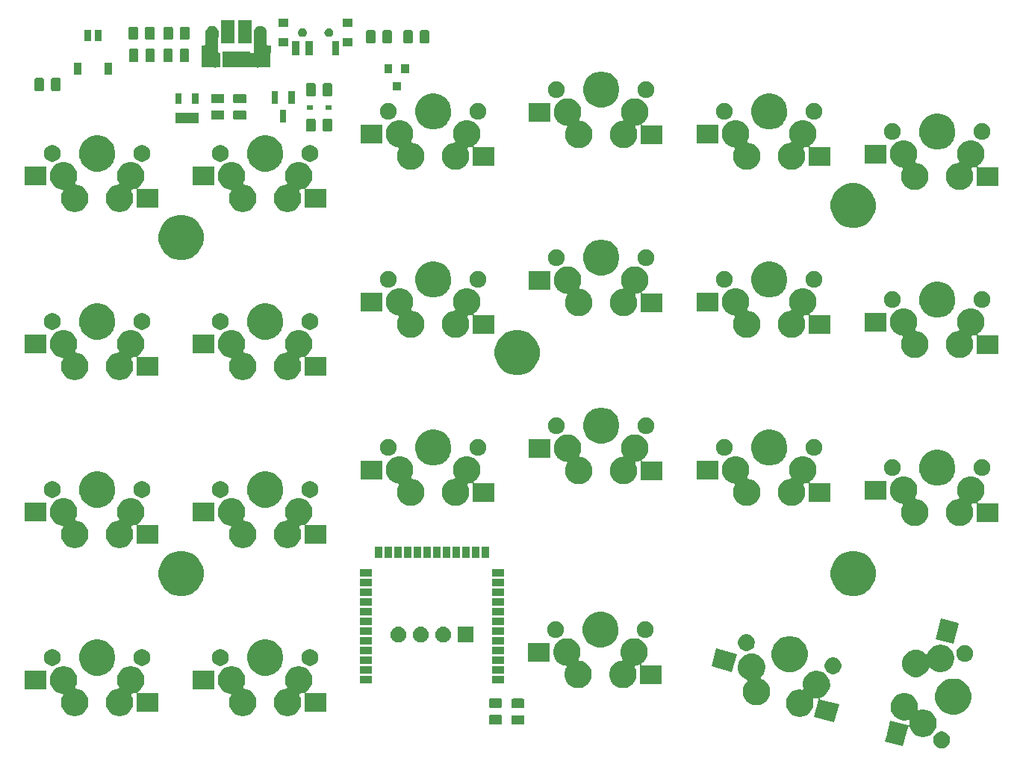
<source format=gts>
G04 #@! TF.GenerationSoftware,KiCad,Pcbnew,5.0.1*
G04 #@! TF.CreationDate,2019-01-14T11:50:33+01:00*
G04 #@! TF.ProjectId,mini,6D696E692E6B696361645F7063620000,rev?*
G04 #@! TF.SameCoordinates,Original*
G04 #@! TF.FileFunction,Soldermask,Top*
G04 #@! TF.FilePolarity,Negative*
%FSLAX46Y46*%
G04 Gerber Fmt 4.6, Leading zero omitted, Abs format (unit mm)*
G04 Created by KiCad (PCBNEW 5.0.1) date Mon 14 Jan 2019 11:50:33 AM CET*
%MOMM*%
%LPD*%
G01*
G04 APERTURE LIST*
%ADD10C,0.100000*%
G04 APERTURE END LIST*
D10*
G36*
X172662595Y-106992449D02*
X172835665Y-107064137D01*
X172991429Y-107168215D01*
X173123887Y-107300673D01*
X173227965Y-107456437D01*
X173299653Y-107629507D01*
X173336199Y-107813236D01*
X173336199Y-108000570D01*
X173299653Y-108184299D01*
X173227965Y-108357369D01*
X173123887Y-108513133D01*
X172991429Y-108645591D01*
X172835665Y-108749669D01*
X172662595Y-108821357D01*
X172478866Y-108857903D01*
X172291532Y-108857903D01*
X172107803Y-108821357D01*
X171934733Y-108749669D01*
X171778969Y-108645591D01*
X171646511Y-108513133D01*
X171542433Y-108357369D01*
X171470745Y-108184299D01*
X171434199Y-108000570D01*
X171434199Y-107813236D01*
X171470745Y-107629507D01*
X171542433Y-107456437D01*
X171646511Y-107300673D01*
X171778969Y-107168215D01*
X171934733Y-107064137D01*
X172107803Y-106992449D01*
X172291532Y-106955903D01*
X172478866Y-106955903D01*
X172662595Y-106992449D01*
X172662595Y-106992449D01*
G37*
G36*
X168473633Y-102624485D02*
X168588106Y-102647255D01*
X168870370Y-102764172D01*
X169124401Y-102933910D01*
X169340437Y-103149946D01*
X169510175Y-103403977D01*
X169607211Y-103638244D01*
X169627092Y-103686242D01*
X169686696Y-103985889D01*
X169686696Y-104291413D01*
X169668495Y-104382917D01*
X169666093Y-104407303D01*
X169668495Y-104431690D01*
X169675608Y-104455139D01*
X169687160Y-104476750D01*
X169702705Y-104495692D01*
X169721647Y-104511237D01*
X169743258Y-104522788D01*
X169766707Y-104529901D01*
X169791093Y-104532303D01*
X169815475Y-104529901D01*
X170024819Y-104488260D01*
X170107686Y-104471777D01*
X170413209Y-104471777D01*
X170611586Y-104511237D01*
X170712857Y-104531381D01*
X170995121Y-104648298D01*
X171249152Y-104818036D01*
X171465188Y-105034072D01*
X171634926Y-105288103D01*
X171751843Y-105570367D01*
X171751843Y-105570368D01*
X171811447Y-105870015D01*
X171811447Y-106175539D01*
X171791000Y-106278331D01*
X171751843Y-106475187D01*
X171634926Y-106757451D01*
X171465188Y-107011482D01*
X171249152Y-107227518D01*
X170995121Y-107397256D01*
X170712857Y-107514173D01*
X170612974Y-107534041D01*
X170413209Y-107573777D01*
X170107685Y-107573777D01*
X169907920Y-107534041D01*
X169808037Y-107514173D01*
X169525773Y-107397256D01*
X169271742Y-107227518D01*
X169055706Y-107011482D01*
X168885968Y-106757451D01*
X168780777Y-106503496D01*
X168769228Y-106481889D01*
X168753682Y-106462947D01*
X168734740Y-106447401D01*
X168713130Y-106435850D01*
X168689680Y-106428737D01*
X168665294Y-106426335D01*
X168640908Y-106428737D01*
X168617459Y-106435850D01*
X168595848Y-106447401D01*
X168576906Y-106462947D01*
X168561360Y-106481889D01*
X168549809Y-106503499D01*
X168544553Y-106518983D01*
X167983538Y-108612720D01*
X167983537Y-108612720D01*
X165953161Y-108068682D01*
X166070838Y-107629507D01*
X166574844Y-105748528D01*
X166574845Y-105748528D01*
X168552095Y-106278331D01*
X168576272Y-106282322D01*
X168600763Y-106281521D01*
X168624627Y-106275956D01*
X168646947Y-106265843D01*
X168666865Y-106251570D01*
X168683616Y-106233685D01*
X168696556Y-106212876D01*
X168705188Y-106189942D01*
X168709447Y-106157590D01*
X168709447Y-105870015D01*
X168727648Y-105778511D01*
X168730050Y-105754125D01*
X168727648Y-105729738D01*
X168720535Y-105706289D01*
X168708983Y-105684678D01*
X168693438Y-105665736D01*
X168674496Y-105650191D01*
X168652885Y-105638640D01*
X168629436Y-105631527D01*
X168605050Y-105629125D01*
X168580668Y-105631527D01*
X168408685Y-105665736D01*
X168288457Y-105689651D01*
X167982934Y-105689651D01*
X167783169Y-105649915D01*
X167683286Y-105630047D01*
X167401022Y-105513130D01*
X167146991Y-105343392D01*
X166930955Y-105127356D01*
X166761217Y-104873325D01*
X166644300Y-104591061D01*
X166607748Y-104407303D01*
X166584696Y-104291413D01*
X166584696Y-103985889D01*
X166644300Y-103686242D01*
X166664181Y-103638244D01*
X166761217Y-103403977D01*
X166930955Y-103149946D01*
X167146991Y-102933910D01*
X167401022Y-102764172D01*
X167683286Y-102647255D01*
X167797759Y-102624485D01*
X167982934Y-102587651D01*
X168288458Y-102587651D01*
X168473633Y-102624485D01*
X168473633Y-102624485D01*
G37*
G36*
X124911699Y-105105908D02*
X124950370Y-105117639D01*
X124986012Y-105136691D01*
X125017250Y-105162326D01*
X125042885Y-105193564D01*
X125061937Y-105229206D01*
X125073668Y-105267877D01*
X125078233Y-105314231D01*
X125078233Y-105965455D01*
X125073668Y-106011809D01*
X125061937Y-106050480D01*
X125042885Y-106086122D01*
X125017250Y-106117360D01*
X124986012Y-106142995D01*
X124950370Y-106162047D01*
X124911699Y-106173778D01*
X124865345Y-106178343D01*
X123789121Y-106178343D01*
X123742767Y-106173778D01*
X123704096Y-106162047D01*
X123668454Y-106142995D01*
X123637216Y-106117360D01*
X123611581Y-106086122D01*
X123592529Y-106050480D01*
X123580798Y-106011809D01*
X123576233Y-105965455D01*
X123576233Y-105314231D01*
X123580798Y-105267877D01*
X123592529Y-105229206D01*
X123611581Y-105193564D01*
X123637216Y-105162326D01*
X123668454Y-105136691D01*
X123704096Y-105117639D01*
X123742767Y-105105908D01*
X123789121Y-105101343D01*
X124865345Y-105101343D01*
X124911699Y-105105908D01*
X124911699Y-105105908D01*
G37*
G36*
X122371966Y-105079591D02*
X122410637Y-105091322D01*
X122446279Y-105110374D01*
X122477517Y-105136009D01*
X122503152Y-105167247D01*
X122522204Y-105202889D01*
X122533935Y-105241560D01*
X122538500Y-105287914D01*
X122538500Y-105939138D01*
X122533935Y-105985492D01*
X122522204Y-106024163D01*
X122503152Y-106059805D01*
X122477517Y-106091043D01*
X122446279Y-106116678D01*
X122410637Y-106135730D01*
X122371966Y-106147461D01*
X122325612Y-106152026D01*
X121249388Y-106152026D01*
X121203034Y-106147461D01*
X121164363Y-106135730D01*
X121128721Y-106116678D01*
X121097483Y-106091043D01*
X121071848Y-106059805D01*
X121052796Y-106024163D01*
X121041065Y-105985492D01*
X121036500Y-105939138D01*
X121036500Y-105287914D01*
X121041065Y-105241560D01*
X121052796Y-105202889D01*
X121071848Y-105167247D01*
X121097483Y-105136009D01*
X121128721Y-105110374D01*
X121164363Y-105091322D01*
X121203034Y-105079591D01*
X121249388Y-105075026D01*
X122325612Y-105075026D01*
X122371966Y-105079591D01*
X122371966Y-105079591D01*
G37*
G36*
X158526304Y-100112289D02*
X158626187Y-100132157D01*
X158908451Y-100249074D01*
X159162482Y-100418812D01*
X159378518Y-100634848D01*
X159548256Y-100888879D01*
X159665173Y-101171143D01*
X159667418Y-101182428D01*
X159719607Y-101444798D01*
X159724777Y-101470793D01*
X159724777Y-101776313D01*
X159665173Y-102075963D01*
X159548256Y-102358227D01*
X159378518Y-102612258D01*
X159162482Y-102828294D01*
X158908451Y-102998032D01*
X158654496Y-103103223D01*
X158632889Y-103114772D01*
X158613947Y-103130318D01*
X158598401Y-103149260D01*
X158586850Y-103170870D01*
X158579737Y-103194320D01*
X158577335Y-103218706D01*
X158579737Y-103243092D01*
X158586850Y-103266541D01*
X158598401Y-103288152D01*
X158613947Y-103307094D01*
X158632889Y-103322640D01*
X158654499Y-103334191D01*
X158669983Y-103339447D01*
X160763720Y-103900462D01*
X160763720Y-103900463D01*
X160219682Y-105930839D01*
X157899528Y-105309156D01*
X157905169Y-105288105D01*
X158429331Y-103331904D01*
X158433322Y-103307728D01*
X158432521Y-103283237D01*
X158426956Y-103259373D01*
X158416843Y-103237053D01*
X158402570Y-103217135D01*
X158384685Y-103200384D01*
X158363876Y-103187444D01*
X158340942Y-103178812D01*
X158308590Y-103174553D01*
X158021015Y-103174553D01*
X157929511Y-103156352D01*
X157905125Y-103153950D01*
X157880738Y-103156352D01*
X157857289Y-103163465D01*
X157835678Y-103175017D01*
X157816736Y-103190562D01*
X157801191Y-103209504D01*
X157789640Y-103231115D01*
X157782527Y-103254564D01*
X157780125Y-103278950D01*
X157782527Y-103303332D01*
X157824168Y-103512676D01*
X157840651Y-103595543D01*
X157840651Y-103901066D01*
X157802979Y-104090455D01*
X157781047Y-104200714D01*
X157664130Y-104482978D01*
X157494392Y-104737009D01*
X157278356Y-104953045D01*
X157024325Y-105122783D01*
X156742061Y-105239700D01*
X156642178Y-105259568D01*
X156442413Y-105299304D01*
X156136889Y-105299304D01*
X155937124Y-105259568D01*
X155837241Y-105239700D01*
X155554977Y-105122783D01*
X155300946Y-104953045D01*
X155084910Y-104737009D01*
X154915172Y-104482978D01*
X154798255Y-104200714D01*
X154776323Y-104090455D01*
X154738651Y-103901066D01*
X154738651Y-103595542D01*
X154796403Y-103305204D01*
X154798255Y-103295894D01*
X154915172Y-103013630D01*
X155084910Y-102759599D01*
X155300946Y-102543563D01*
X155554977Y-102373825D01*
X155837241Y-102256908D01*
X155937124Y-102237040D01*
X156136889Y-102197304D01*
X156442413Y-102197304D01*
X156533917Y-102215505D01*
X156558303Y-102217907D01*
X156582690Y-102215505D01*
X156606139Y-102208392D01*
X156627750Y-102196840D01*
X156646692Y-102181295D01*
X156662237Y-102162353D01*
X156673788Y-102140742D01*
X156680901Y-102117293D01*
X156683303Y-102092907D01*
X156680901Y-102068525D01*
X156622777Y-101776313D01*
X156622777Y-101470793D01*
X156627948Y-101444798D01*
X156680136Y-101182428D01*
X156682381Y-101171143D01*
X156799298Y-100888879D01*
X156969036Y-100634848D01*
X157185072Y-100418812D01*
X157439103Y-100249074D01*
X157721367Y-100132157D01*
X157821250Y-100112289D01*
X158021015Y-100072553D01*
X158326539Y-100072553D01*
X158526304Y-100112289D01*
X158526304Y-100112289D01*
G37*
G36*
X73154913Y-99591028D02*
X73268410Y-99613604D01*
X73550674Y-99730521D01*
X73804705Y-99900259D01*
X74020741Y-100116295D01*
X74190479Y-100370326D01*
X74292240Y-100616000D01*
X74307396Y-100652591D01*
X74367000Y-100952238D01*
X74367000Y-101257762D01*
X74337337Y-101406886D01*
X74307396Y-101557410D01*
X74190479Y-101839674D01*
X74150075Y-101900143D01*
X74138526Y-101921750D01*
X74131413Y-101945199D01*
X74129011Y-101969586D01*
X74131413Y-101993972D01*
X74138526Y-102017421D01*
X74150078Y-102039032D01*
X74165623Y-102057974D01*
X74184565Y-102073519D01*
X74206176Y-102085070D01*
X74229625Y-102092183D01*
X74238760Y-102094000D01*
X74538410Y-102153604D01*
X74820674Y-102270521D01*
X75074705Y-102440259D01*
X75290741Y-102656295D01*
X75460479Y-102910326D01*
X75577396Y-103192590D01*
X75594574Y-103278950D01*
X75637000Y-103492238D01*
X75637000Y-103797762D01*
X75616571Y-103900463D01*
X75577396Y-104097410D01*
X75460479Y-104379674D01*
X75290741Y-104633705D01*
X75074705Y-104849741D01*
X74820674Y-105019479D01*
X74538410Y-105136396D01*
X74450477Y-105153887D01*
X74238762Y-105196000D01*
X73933238Y-105196000D01*
X73721523Y-105153887D01*
X73633590Y-105136396D01*
X73351326Y-105019479D01*
X73097295Y-104849741D01*
X72881259Y-104633705D01*
X72711521Y-104379674D01*
X72594604Y-104097410D01*
X72555429Y-103900463D01*
X72535000Y-103797762D01*
X72535000Y-103492238D01*
X72577426Y-103278950D01*
X72594604Y-103192590D01*
X72711521Y-102910326D01*
X72751925Y-102849857D01*
X72763474Y-102828250D01*
X72770587Y-102804801D01*
X72772989Y-102780414D01*
X72770587Y-102756028D01*
X72763474Y-102732579D01*
X72751922Y-102710968D01*
X72736377Y-102692026D01*
X72717435Y-102676481D01*
X72695824Y-102664930D01*
X72672375Y-102657817D01*
X72663240Y-102656000D01*
X72363590Y-102596396D01*
X72081326Y-102479479D01*
X71827295Y-102309741D01*
X71611259Y-102093705D01*
X71441521Y-101839674D01*
X71324604Y-101557410D01*
X71294663Y-101406886D01*
X71265000Y-101257762D01*
X71265000Y-100952238D01*
X71324604Y-100652591D01*
X71339760Y-100616000D01*
X71441521Y-100370326D01*
X71611259Y-100116295D01*
X71827295Y-99900259D01*
X72081326Y-99730521D01*
X72363590Y-99613604D01*
X72477087Y-99591028D01*
X72663238Y-99554000D01*
X72968762Y-99554000D01*
X73154913Y-99591028D01*
X73154913Y-99591028D01*
G37*
G36*
X99824913Y-99591028D02*
X99938410Y-99613604D01*
X100220674Y-99730521D01*
X100474705Y-99900259D01*
X100690741Y-100116295D01*
X100860479Y-100370326D01*
X100962240Y-100616000D01*
X100977396Y-100652591D01*
X101037000Y-100952238D01*
X101037000Y-101257762D01*
X101007337Y-101406886D01*
X100977396Y-101557410D01*
X100860479Y-101839674D01*
X100690741Y-102093705D01*
X100474705Y-102309741D01*
X100332030Y-102405073D01*
X100313097Y-102420612D01*
X100297551Y-102439554D01*
X100286000Y-102461165D01*
X100278887Y-102484614D01*
X100276485Y-102509000D01*
X100278887Y-102533386D01*
X100286000Y-102556836D01*
X100297551Y-102578446D01*
X100313097Y-102597388D01*
X100332039Y-102612934D01*
X100353650Y-102624485D01*
X100377099Y-102631598D01*
X100401485Y-102634000D01*
X102577000Y-102634000D01*
X102577000Y-104736000D01*
X100175000Y-104736000D01*
X100175000Y-102685473D01*
X100172598Y-102661087D01*
X100165485Y-102637638D01*
X100153934Y-102616027D01*
X100138388Y-102597085D01*
X100119446Y-102581539D01*
X100097835Y-102569988D01*
X100074386Y-102562875D01*
X100050000Y-102560473D01*
X100025614Y-102562875D01*
X100002165Y-102569988D01*
X99981745Y-102578446D01*
X99938410Y-102596396D01*
X99749362Y-102634000D01*
X99629625Y-102657817D01*
X99606176Y-102664930D01*
X99584565Y-102676481D01*
X99565623Y-102692027D01*
X99550077Y-102710969D01*
X99538526Y-102732580D01*
X99531413Y-102756029D01*
X99529011Y-102780415D01*
X99531413Y-102804801D01*
X99538526Y-102828250D01*
X99550075Y-102849857D01*
X99590479Y-102910326D01*
X99707396Y-103192590D01*
X99724574Y-103278950D01*
X99767000Y-103492238D01*
X99767000Y-103797762D01*
X99746571Y-103900463D01*
X99707396Y-104097410D01*
X99590479Y-104379674D01*
X99420741Y-104633705D01*
X99204705Y-104849741D01*
X98950674Y-105019479D01*
X98668410Y-105136396D01*
X98580477Y-105153887D01*
X98368762Y-105196000D01*
X98063238Y-105196000D01*
X97851523Y-105153887D01*
X97763590Y-105136396D01*
X97481326Y-105019479D01*
X97227295Y-104849741D01*
X97011259Y-104633705D01*
X96841521Y-104379674D01*
X96724604Y-104097410D01*
X96685429Y-103900463D01*
X96665000Y-103797762D01*
X96665000Y-103492238D01*
X96707426Y-103278950D01*
X96724604Y-103192590D01*
X96841521Y-102910326D01*
X97011259Y-102656295D01*
X97227295Y-102440259D01*
X97481326Y-102270521D01*
X97763590Y-102153604D01*
X98063240Y-102094000D01*
X98072375Y-102092183D01*
X98095824Y-102085070D01*
X98117435Y-102073519D01*
X98136377Y-102057973D01*
X98151923Y-102039031D01*
X98163474Y-102017420D01*
X98170587Y-101993971D01*
X98172989Y-101969585D01*
X98170587Y-101945199D01*
X98163474Y-101921750D01*
X98151925Y-101900143D01*
X98111521Y-101839674D01*
X97994604Y-101557410D01*
X97964663Y-101406886D01*
X97935000Y-101257762D01*
X97935000Y-100952238D01*
X97994604Y-100652591D01*
X98009760Y-100616000D01*
X98111521Y-100370326D01*
X98281259Y-100116295D01*
X98497295Y-99900259D01*
X98751326Y-99730521D01*
X99033590Y-99613604D01*
X99147087Y-99591028D01*
X99333238Y-99554000D01*
X99638762Y-99554000D01*
X99824913Y-99591028D01*
X99824913Y-99591028D01*
G37*
G36*
X92204908Y-99591028D02*
X92318410Y-99613605D01*
X92600674Y-99730522D01*
X92854705Y-99900260D01*
X93070741Y-100116296D01*
X93240479Y-100370327D01*
X93357396Y-100652591D01*
X93357396Y-100652592D01*
X93417000Y-100952239D01*
X93417000Y-101257763D01*
X93379796Y-101444798D01*
X93357396Y-101557411D01*
X93240479Y-101839675D01*
X93200072Y-101900148D01*
X93188526Y-101921749D01*
X93181413Y-101945199D01*
X93179011Y-101969585D01*
X93181413Y-101993971D01*
X93188526Y-102017420D01*
X93200077Y-102039031D01*
X93215623Y-102057973D01*
X93234565Y-102073519D01*
X93256175Y-102085070D01*
X93279625Y-102092183D01*
X93288760Y-102094000D01*
X93588410Y-102153604D01*
X93870674Y-102270521D01*
X94124705Y-102440259D01*
X94340741Y-102656295D01*
X94510479Y-102910326D01*
X94627396Y-103192590D01*
X94644574Y-103278950D01*
X94687000Y-103492238D01*
X94687000Y-103797762D01*
X94666571Y-103900463D01*
X94627396Y-104097410D01*
X94510479Y-104379674D01*
X94340741Y-104633705D01*
X94124705Y-104849741D01*
X93870674Y-105019479D01*
X93588410Y-105136396D01*
X93500477Y-105153887D01*
X93288762Y-105196000D01*
X92983238Y-105196000D01*
X92771523Y-105153887D01*
X92683590Y-105136396D01*
X92401326Y-105019479D01*
X92147295Y-104849741D01*
X91931259Y-104633705D01*
X91761521Y-104379674D01*
X91644604Y-104097410D01*
X91605429Y-103900463D01*
X91585000Y-103797762D01*
X91585000Y-103492238D01*
X91627426Y-103278950D01*
X91644604Y-103192590D01*
X91761521Y-102910326D01*
X91801928Y-102849853D01*
X91813474Y-102828252D01*
X91820587Y-102804802D01*
X91822989Y-102780416D01*
X91820587Y-102756030D01*
X91813474Y-102732581D01*
X91801923Y-102710970D01*
X91786377Y-102692028D01*
X91767435Y-102676482D01*
X91745825Y-102664931D01*
X91722375Y-102657818D01*
X91713240Y-102656001D01*
X91413590Y-102596397D01*
X91131326Y-102479480D01*
X90877295Y-102309742D01*
X90661259Y-102093706D01*
X90491521Y-101839675D01*
X90374604Y-101557411D01*
X90352204Y-101444798D01*
X90315000Y-101257763D01*
X90315000Y-100952239D01*
X90374604Y-100652592D01*
X90374604Y-100652591D01*
X90491521Y-100370327D01*
X90661259Y-100116296D01*
X90877295Y-99900260D01*
X91131326Y-99730522D01*
X91413590Y-99613605D01*
X91527092Y-99591028D01*
X91713238Y-99554001D01*
X92018762Y-99554001D01*
X92204908Y-99591028D01*
X92204908Y-99591028D01*
G37*
G36*
X80774908Y-99591028D02*
X80888410Y-99613605D01*
X81170674Y-99730522D01*
X81424705Y-99900260D01*
X81640741Y-100116296D01*
X81810479Y-100370327D01*
X81927396Y-100652591D01*
X81927396Y-100652592D01*
X81987000Y-100952239D01*
X81987000Y-101257763D01*
X81949796Y-101444798D01*
X81927396Y-101557411D01*
X81810479Y-101839675D01*
X81640741Y-102093706D01*
X81424705Y-102309742D01*
X81282029Y-102405075D01*
X81263098Y-102420612D01*
X81247553Y-102439554D01*
X81236002Y-102461165D01*
X81228889Y-102484614D01*
X81226487Y-102509000D01*
X81228889Y-102533387D01*
X81236002Y-102556836D01*
X81247553Y-102578447D01*
X81263099Y-102597389D01*
X81282041Y-102612934D01*
X81303652Y-102624485D01*
X81327101Y-102631598D01*
X81351487Y-102634000D01*
X83527000Y-102634000D01*
X83527000Y-104736000D01*
X81125000Y-104736000D01*
X81125000Y-102685474D01*
X81122598Y-102661088D01*
X81115485Y-102637639D01*
X81103934Y-102616028D01*
X81088388Y-102597086D01*
X81069446Y-102581540D01*
X81047835Y-102569989D01*
X81024386Y-102562876D01*
X81000000Y-102560474D01*
X80975614Y-102562876D01*
X80952165Y-102569989D01*
X80888410Y-102596397D01*
X80699367Y-102634000D01*
X80579625Y-102657818D01*
X80556176Y-102664931D01*
X80534565Y-102676482D01*
X80515623Y-102692028D01*
X80500077Y-102710970D01*
X80488526Y-102732581D01*
X80481413Y-102756030D01*
X80479011Y-102780416D01*
X80481413Y-102804802D01*
X80488526Y-102828251D01*
X80500072Y-102849853D01*
X80540479Y-102910326D01*
X80657396Y-103192590D01*
X80674574Y-103278950D01*
X80717000Y-103492238D01*
X80717000Y-103797762D01*
X80696571Y-103900463D01*
X80657396Y-104097410D01*
X80540479Y-104379674D01*
X80370741Y-104633705D01*
X80154705Y-104849741D01*
X79900674Y-105019479D01*
X79618410Y-105136396D01*
X79530477Y-105153887D01*
X79318762Y-105196000D01*
X79013238Y-105196000D01*
X78801523Y-105153887D01*
X78713590Y-105136396D01*
X78431326Y-105019479D01*
X78177295Y-104849741D01*
X77961259Y-104633705D01*
X77791521Y-104379674D01*
X77674604Y-104097410D01*
X77635429Y-103900463D01*
X77615000Y-103797762D01*
X77615000Y-103492238D01*
X77657426Y-103278950D01*
X77674604Y-103192590D01*
X77791521Y-102910326D01*
X77961259Y-102656295D01*
X78177295Y-102440259D01*
X78431326Y-102270521D01*
X78713590Y-102153604D01*
X79013240Y-102094000D01*
X79022375Y-102092183D01*
X79045824Y-102085070D01*
X79067435Y-102073519D01*
X79086377Y-102057973D01*
X79101923Y-102039031D01*
X79113474Y-102017420D01*
X79120587Y-101993971D01*
X79122989Y-101969585D01*
X79120587Y-101945199D01*
X79113474Y-101921750D01*
X79101928Y-101900148D01*
X79061521Y-101839675D01*
X78944604Y-101557411D01*
X78922204Y-101444798D01*
X78885000Y-101257763D01*
X78885000Y-100952239D01*
X78944604Y-100652592D01*
X78944604Y-100652591D01*
X79061521Y-100370327D01*
X79231259Y-100116296D01*
X79447295Y-99900260D01*
X79701326Y-99730522D01*
X79983590Y-99613605D01*
X80097092Y-99591028D01*
X80283238Y-99554001D01*
X80588762Y-99554001D01*
X80774908Y-99591028D01*
X80774908Y-99591028D01*
G37*
G36*
X174298252Y-101027818D02*
X174298254Y-101027819D01*
X174298255Y-101027819D01*
X174671513Y-101182427D01*
X174784261Y-101257763D01*
X175007439Y-101406886D01*
X175293114Y-101692561D01*
X175293116Y-101692564D01*
X175517573Y-102028487D01*
X175634072Y-102309742D01*
X175672182Y-102401748D01*
X175751000Y-102797993D01*
X175751000Y-103202007D01*
X175672721Y-103595544D01*
X175672181Y-103598255D01*
X175517573Y-103971513D01*
X175316486Y-104272461D01*
X175293114Y-104307439D01*
X175007439Y-104593114D01*
X175007436Y-104593116D01*
X174671513Y-104817573D01*
X174298255Y-104972181D01*
X174298254Y-104972181D01*
X174298252Y-104972182D01*
X173902007Y-105051000D01*
X173497993Y-105051000D01*
X173101748Y-104972182D01*
X173101746Y-104972181D01*
X173101745Y-104972181D01*
X172728487Y-104817573D01*
X172392564Y-104593116D01*
X172392561Y-104593114D01*
X172106886Y-104307439D01*
X172083514Y-104272461D01*
X171882427Y-103971513D01*
X171727819Y-103598255D01*
X171727280Y-103595544D01*
X171649000Y-103202007D01*
X171649000Y-102797993D01*
X171727818Y-102401748D01*
X171765928Y-102309742D01*
X171882427Y-102028487D01*
X172106884Y-101692564D01*
X172106886Y-101692561D01*
X172392561Y-101406886D01*
X172615739Y-101257763D01*
X172728487Y-101182427D01*
X173101745Y-101027819D01*
X173101746Y-101027819D01*
X173101748Y-101027818D01*
X173497993Y-100949000D01*
X173902007Y-100949000D01*
X174298252Y-101027818D01*
X174298252Y-101027818D01*
G37*
G36*
X124911699Y-103230908D02*
X124950370Y-103242639D01*
X124986012Y-103261691D01*
X125017250Y-103287326D01*
X125042885Y-103318564D01*
X125061937Y-103354206D01*
X125073668Y-103392877D01*
X125078233Y-103439231D01*
X125078233Y-104090455D01*
X125073668Y-104136809D01*
X125061937Y-104175480D01*
X125042885Y-104211122D01*
X125017250Y-104242360D01*
X124986012Y-104267995D01*
X124950370Y-104287047D01*
X124911699Y-104298778D01*
X124865345Y-104303343D01*
X123789121Y-104303343D01*
X123742767Y-104298778D01*
X123704096Y-104287047D01*
X123668454Y-104267995D01*
X123637216Y-104242360D01*
X123611581Y-104211122D01*
X123592529Y-104175480D01*
X123580798Y-104136809D01*
X123576233Y-104090455D01*
X123576233Y-103439231D01*
X123580798Y-103392877D01*
X123592529Y-103354206D01*
X123611581Y-103318564D01*
X123637216Y-103287326D01*
X123668454Y-103261691D01*
X123704096Y-103242639D01*
X123742767Y-103230908D01*
X123789121Y-103226343D01*
X124865345Y-103226343D01*
X124911699Y-103230908D01*
X124911699Y-103230908D01*
G37*
G36*
X122371966Y-103204591D02*
X122410637Y-103216322D01*
X122446279Y-103235374D01*
X122477517Y-103261009D01*
X122503152Y-103292247D01*
X122522204Y-103327889D01*
X122533935Y-103366560D01*
X122538500Y-103412914D01*
X122538500Y-104064138D01*
X122533935Y-104110492D01*
X122522204Y-104149163D01*
X122503152Y-104184805D01*
X122477517Y-104216043D01*
X122446279Y-104241678D01*
X122410637Y-104260730D01*
X122371966Y-104272461D01*
X122325612Y-104277026D01*
X121249388Y-104277026D01*
X121203034Y-104272461D01*
X121164363Y-104260730D01*
X121128721Y-104241678D01*
X121097483Y-104216043D01*
X121071848Y-104184805D01*
X121052796Y-104149163D01*
X121041065Y-104110492D01*
X121036500Y-104064138D01*
X121036500Y-103412914D01*
X121041065Y-103366560D01*
X121052796Y-103327889D01*
X121071848Y-103292247D01*
X121097483Y-103261009D01*
X121128721Y-103235374D01*
X121164363Y-103216322D01*
X121203034Y-103204591D01*
X121249388Y-103200026D01*
X122325612Y-103200026D01*
X122371966Y-103204591D01*
X122371966Y-103204591D01*
G37*
G36*
X151165949Y-98140087D02*
X151265832Y-98159955D01*
X151548096Y-98276872D01*
X151802127Y-98446610D01*
X152018163Y-98662646D01*
X152187901Y-98916677D01*
X152304818Y-99198941D01*
X152319531Y-99272908D01*
X152364422Y-99498589D01*
X152364422Y-99804113D01*
X152345296Y-99900263D01*
X152304818Y-100103761D01*
X152187901Y-100386025D01*
X152018163Y-100640056D01*
X151883256Y-100774963D01*
X151867715Y-100793899D01*
X151856164Y-100815510D01*
X151849051Y-100838959D01*
X151846649Y-100863345D01*
X151849051Y-100887731D01*
X151856164Y-100911180D01*
X151867715Y-100932791D01*
X151883261Y-100951733D01*
X151902203Y-100967279D01*
X151923808Y-100978827D01*
X152117422Y-101059024D01*
X152371453Y-101228762D01*
X152587489Y-101444798D01*
X152757227Y-101698829D01*
X152874144Y-101981093D01*
X152885669Y-102039032D01*
X152933748Y-102280741D01*
X152933748Y-102586265D01*
X152899979Y-102756030D01*
X152874144Y-102885913D01*
X152757227Y-103168177D01*
X152587489Y-103422208D01*
X152371453Y-103638244D01*
X152117422Y-103807982D01*
X151835158Y-103924899D01*
X151735275Y-103944767D01*
X151535510Y-103984503D01*
X151229986Y-103984503D01*
X151030221Y-103944767D01*
X150930338Y-103924899D01*
X150648074Y-103807982D01*
X150394043Y-103638244D01*
X150178007Y-103422208D01*
X150008269Y-103168177D01*
X149891352Y-102885913D01*
X149865517Y-102756030D01*
X149831748Y-102586265D01*
X149831748Y-102280741D01*
X149879827Y-102039032D01*
X149891352Y-101981093D01*
X150008269Y-101698829D01*
X150178007Y-101444798D01*
X150312914Y-101309891D01*
X150328455Y-101290955D01*
X150340006Y-101269344D01*
X150347119Y-101245895D01*
X150349521Y-101221509D01*
X150347119Y-101197123D01*
X150340006Y-101173674D01*
X150328455Y-101152063D01*
X150312909Y-101133121D01*
X150293967Y-101117575D01*
X150272362Y-101106027D01*
X150078748Y-101025830D01*
X149824717Y-100856092D01*
X149608681Y-100640056D01*
X149438943Y-100386025D01*
X149322026Y-100103761D01*
X149281548Y-99900263D01*
X149262422Y-99804113D01*
X149262422Y-99498589D01*
X149307313Y-99272908D01*
X149322026Y-99198941D01*
X149438943Y-98916677D01*
X149608681Y-98662646D01*
X149824717Y-98446610D01*
X150078748Y-98276872D01*
X150361012Y-98159955D01*
X150460895Y-98140087D01*
X150660660Y-98100351D01*
X150966184Y-98100351D01*
X151165949Y-98140087D01*
X151165949Y-98140087D01*
G37*
G36*
X89877000Y-102196000D02*
X87475000Y-102196000D01*
X87475000Y-100094000D01*
X89877000Y-100094000D01*
X89877000Y-102196000D01*
X89877000Y-102196000D01*
G37*
G36*
X70827000Y-102196000D02*
X68425000Y-102196000D01*
X68425000Y-100094000D01*
X70827000Y-100094000D01*
X70827000Y-102196000D01*
X70827000Y-102196000D01*
G37*
G36*
X130242527Y-96428736D02*
X130342410Y-96448604D01*
X130624674Y-96565521D01*
X130878705Y-96735259D01*
X131094741Y-96951295D01*
X131264479Y-97205326D01*
X131381396Y-97487590D01*
X131381396Y-97487591D01*
X131441000Y-97787238D01*
X131441000Y-98092762D01*
X131421856Y-98189005D01*
X131381396Y-98392410D01*
X131264479Y-98674674D01*
X131224075Y-98735143D01*
X131212526Y-98756750D01*
X131205413Y-98780199D01*
X131203011Y-98804586D01*
X131205413Y-98828972D01*
X131212526Y-98852421D01*
X131224078Y-98874032D01*
X131239623Y-98892974D01*
X131258565Y-98908519D01*
X131280176Y-98920070D01*
X131303625Y-98927183D01*
X131312760Y-98929000D01*
X131612410Y-98988604D01*
X131894674Y-99105521D01*
X132148705Y-99275259D01*
X132364741Y-99491295D01*
X132534479Y-99745326D01*
X132640619Y-100001572D01*
X132651396Y-100027591D01*
X132711000Y-100327238D01*
X132711000Y-100632762D01*
X132703185Y-100672048D01*
X132651396Y-100932410D01*
X132534479Y-101214674D01*
X132364741Y-101468705D01*
X132148705Y-101684741D01*
X131894674Y-101854479D01*
X131612410Y-101971396D01*
X131512527Y-101991264D01*
X131312762Y-102031000D01*
X131007238Y-102031000D01*
X130807473Y-101991264D01*
X130707590Y-101971396D01*
X130425326Y-101854479D01*
X130171295Y-101684741D01*
X129955259Y-101468705D01*
X129785521Y-101214674D01*
X129668604Y-100932410D01*
X129616815Y-100672048D01*
X129609000Y-100632762D01*
X129609000Y-100327238D01*
X129668604Y-100027591D01*
X129679381Y-100001572D01*
X129785521Y-99745326D01*
X129825925Y-99684857D01*
X129837474Y-99663250D01*
X129844587Y-99639801D01*
X129846989Y-99615414D01*
X129844587Y-99591028D01*
X129837474Y-99567579D01*
X129825922Y-99545968D01*
X129810377Y-99527026D01*
X129791435Y-99511481D01*
X129769824Y-99499930D01*
X129746375Y-99492817D01*
X129737240Y-99491000D01*
X129437590Y-99431396D01*
X129155326Y-99314479D01*
X128901295Y-99144741D01*
X128685259Y-98928705D01*
X128515521Y-98674674D01*
X128398604Y-98392410D01*
X128358144Y-98189005D01*
X128339000Y-98092762D01*
X128339000Y-97787238D01*
X128398604Y-97487591D01*
X128398604Y-97487590D01*
X128515521Y-97205326D01*
X128685259Y-96951295D01*
X128901295Y-96735259D01*
X129155326Y-96565521D01*
X129437590Y-96448604D01*
X129537473Y-96428736D01*
X129737238Y-96389000D01*
X130042762Y-96389000D01*
X130242527Y-96428736D01*
X130242527Y-96428736D01*
G37*
G36*
X137862527Y-96428737D02*
X137962410Y-96448605D01*
X138244674Y-96565522D01*
X138498705Y-96735260D01*
X138714741Y-96951296D01*
X138884479Y-97205327D01*
X139001396Y-97487591D01*
X139001396Y-97487592D01*
X139061000Y-97787239D01*
X139061000Y-98092763D01*
X139031107Y-98243043D01*
X139001396Y-98392411D01*
X138884479Y-98674675D01*
X138714741Y-98928706D01*
X138498705Y-99144742D01*
X138356029Y-99240075D01*
X138337098Y-99255612D01*
X138321553Y-99274554D01*
X138310002Y-99296165D01*
X138302889Y-99319614D01*
X138300487Y-99344000D01*
X138302889Y-99368387D01*
X138310002Y-99391836D01*
X138321553Y-99413447D01*
X138337099Y-99432389D01*
X138356041Y-99447934D01*
X138377652Y-99459485D01*
X138401101Y-99466598D01*
X138425487Y-99469000D01*
X140601000Y-99469000D01*
X140601000Y-101571000D01*
X138199000Y-101571000D01*
X138199000Y-99520474D01*
X138196598Y-99496088D01*
X138189485Y-99472639D01*
X138177934Y-99451028D01*
X138162388Y-99432086D01*
X138143446Y-99416540D01*
X138121835Y-99404989D01*
X138098386Y-99397876D01*
X138074000Y-99395474D01*
X138049614Y-99397876D01*
X138026165Y-99404989D01*
X137962410Y-99431397D01*
X137773367Y-99469000D01*
X137653625Y-99492818D01*
X137630176Y-99499931D01*
X137608565Y-99511482D01*
X137589623Y-99527028D01*
X137574077Y-99545970D01*
X137562526Y-99567581D01*
X137555413Y-99591030D01*
X137553011Y-99615416D01*
X137555413Y-99639802D01*
X137562526Y-99663251D01*
X137574072Y-99684853D01*
X137614479Y-99745326D01*
X137720619Y-100001572D01*
X137731396Y-100027591D01*
X137791000Y-100327238D01*
X137791000Y-100632762D01*
X137783185Y-100672048D01*
X137731396Y-100932410D01*
X137614479Y-101214674D01*
X137444741Y-101468705D01*
X137228705Y-101684741D01*
X136974674Y-101854479D01*
X136692410Y-101971396D01*
X136592527Y-101991264D01*
X136392762Y-102031000D01*
X136087238Y-102031000D01*
X135887473Y-101991264D01*
X135787590Y-101971396D01*
X135505326Y-101854479D01*
X135251295Y-101684741D01*
X135035259Y-101468705D01*
X134865521Y-101214674D01*
X134748604Y-100932410D01*
X134696815Y-100672048D01*
X134689000Y-100632762D01*
X134689000Y-100327238D01*
X134748604Y-100027591D01*
X134759381Y-100001572D01*
X134865521Y-99745326D01*
X135035259Y-99491295D01*
X135251295Y-99275259D01*
X135505326Y-99105521D01*
X135787590Y-98988604D01*
X136087240Y-98929000D01*
X136096375Y-98927183D01*
X136119824Y-98920070D01*
X136141435Y-98908519D01*
X136160377Y-98892973D01*
X136175923Y-98874031D01*
X136187474Y-98852420D01*
X136194587Y-98828971D01*
X136196989Y-98804585D01*
X136194587Y-98780199D01*
X136187474Y-98756750D01*
X136175928Y-98735148D01*
X136135521Y-98674675D01*
X136018604Y-98392411D01*
X135988893Y-98243043D01*
X135959000Y-98092763D01*
X135959000Y-97787239D01*
X136018604Y-97487592D01*
X136018604Y-97487591D01*
X136135521Y-97205327D01*
X136305259Y-96951296D01*
X136521295Y-96735260D01*
X136775326Y-96565522D01*
X137057590Y-96448605D01*
X137157473Y-96428737D01*
X137357238Y-96389001D01*
X137662762Y-96389001D01*
X137862527Y-96428737D01*
X137862527Y-96428737D01*
G37*
G36*
X122751000Y-101472548D02*
X121450120Y-101472548D01*
X121450120Y-100672048D01*
X122751000Y-100672048D01*
X122751000Y-101472548D01*
X122751000Y-101472548D01*
G37*
G36*
X107754840Y-101472548D02*
X106453960Y-101472548D01*
X106453960Y-100672048D01*
X107754840Y-100672048D01*
X107754840Y-101472548D01*
X107754840Y-101472548D01*
G37*
G36*
X172539622Y-97142097D02*
X172685058Y-97171026D01*
X172967322Y-97287943D01*
X173221353Y-97457681D01*
X173437389Y-97673717D01*
X173607127Y-97927748D01*
X173724044Y-98210012D01*
X173724044Y-98210013D01*
X173783648Y-98509660D01*
X173783648Y-98815184D01*
X173763459Y-98916679D01*
X173724044Y-99114832D01*
X173607127Y-99397096D01*
X173437389Y-99651127D01*
X173221353Y-99867163D01*
X172967322Y-100036901D01*
X172685058Y-100153818D01*
X172663450Y-100158116D01*
X172385410Y-100213422D01*
X172079886Y-100213422D01*
X171801846Y-100158116D01*
X171780238Y-100153818D01*
X171497974Y-100036901D01*
X171243943Y-99867163D01*
X171109037Y-99732257D01*
X171090101Y-99716716D01*
X171068490Y-99705165D01*
X171045041Y-99698052D01*
X171020655Y-99695650D01*
X170996269Y-99698052D01*
X170972820Y-99705165D01*
X170951209Y-99716716D01*
X170932267Y-99732262D01*
X170916721Y-99751204D01*
X170905171Y-99772813D01*
X170824976Y-99966422D01*
X170655238Y-100220453D01*
X170439202Y-100436489D01*
X170185171Y-100606227D01*
X169902907Y-100723144D01*
X169803024Y-100743012D01*
X169603259Y-100782748D01*
X169297735Y-100782748D01*
X169097970Y-100743012D01*
X168998087Y-100723144D01*
X168715823Y-100606227D01*
X168461792Y-100436489D01*
X168245756Y-100220453D01*
X168076018Y-99966422D01*
X167959101Y-99684158D01*
X167927846Y-99527028D01*
X167899497Y-99384510D01*
X167899497Y-99078986D01*
X167958521Y-98782255D01*
X167959101Y-98779338D01*
X168076018Y-98497074D01*
X168245756Y-98243043D01*
X168461792Y-98027007D01*
X168715823Y-97857269D01*
X168998087Y-97740352D01*
X169140803Y-97711964D01*
X169297735Y-97680748D01*
X169603259Y-97680748D01*
X169760191Y-97711964D01*
X169902907Y-97740352D01*
X170185171Y-97857269D01*
X170439202Y-98027007D01*
X170574108Y-98161913D01*
X170593044Y-98177454D01*
X170614655Y-98189005D01*
X170638104Y-98196118D01*
X170662490Y-98198520D01*
X170686876Y-98196118D01*
X170710325Y-98189005D01*
X170731936Y-98177454D01*
X170750878Y-98161908D01*
X170766424Y-98142966D01*
X170777975Y-98121355D01*
X170789818Y-98092763D01*
X170858169Y-97927748D01*
X171027907Y-97673717D01*
X171243943Y-97457681D01*
X171497974Y-97287943D01*
X171780238Y-97171026D01*
X171925674Y-97142097D01*
X172079886Y-97111422D01*
X172385410Y-97111422D01*
X172539622Y-97142097D01*
X172539622Y-97142097D01*
G37*
G36*
X77224252Y-96592818D02*
X77224254Y-96592819D01*
X77224255Y-96592819D01*
X77597513Y-96747427D01*
X77790775Y-96876561D01*
X77933439Y-96971886D01*
X78219114Y-97257561D01*
X78219116Y-97257564D01*
X78443573Y-97593487D01*
X78594879Y-97958773D01*
X78598182Y-97966748D01*
X78677000Y-98362993D01*
X78677000Y-98767007D01*
X78601864Y-99144742D01*
X78598181Y-99163255D01*
X78443573Y-99536513D01*
X78344450Y-99684861D01*
X78219114Y-99872439D01*
X77933439Y-100158114D01*
X77933436Y-100158116D01*
X77597513Y-100382573D01*
X77224255Y-100537181D01*
X77224254Y-100537181D01*
X77224252Y-100537182D01*
X76828007Y-100616000D01*
X76423993Y-100616000D01*
X76027748Y-100537182D01*
X76027746Y-100537181D01*
X76027745Y-100537181D01*
X75654487Y-100382573D01*
X75318564Y-100158116D01*
X75318561Y-100158114D01*
X75032886Y-99872439D01*
X74907550Y-99684861D01*
X74808427Y-99536513D01*
X74653819Y-99163255D01*
X74650137Y-99144742D01*
X74575000Y-98767007D01*
X74575000Y-98362993D01*
X74653818Y-97966748D01*
X74657121Y-97958773D01*
X74808427Y-97593487D01*
X75032884Y-97257564D01*
X75032886Y-97257561D01*
X75318561Y-96971886D01*
X75461225Y-96876561D01*
X75654487Y-96747427D01*
X76027745Y-96592819D01*
X76027746Y-96592819D01*
X76027748Y-96592818D01*
X76423993Y-96514000D01*
X76828007Y-96514000D01*
X77224252Y-96592818D01*
X77224252Y-96592818D01*
G37*
G36*
X96274252Y-96592818D02*
X96274254Y-96592819D01*
X96274255Y-96592819D01*
X96647513Y-96747427D01*
X96840775Y-96876561D01*
X96983439Y-96971886D01*
X97269114Y-97257561D01*
X97269116Y-97257564D01*
X97493573Y-97593487D01*
X97644879Y-97958773D01*
X97648182Y-97966748D01*
X97727000Y-98362993D01*
X97727000Y-98767007D01*
X97651864Y-99144742D01*
X97648181Y-99163255D01*
X97493573Y-99536513D01*
X97394450Y-99684861D01*
X97269114Y-99872439D01*
X96983439Y-100158114D01*
X96983436Y-100158116D01*
X96647513Y-100382573D01*
X96274255Y-100537181D01*
X96274254Y-100537181D01*
X96274252Y-100537182D01*
X95878007Y-100616000D01*
X95473993Y-100616000D01*
X95077748Y-100537182D01*
X95077746Y-100537181D01*
X95077745Y-100537181D01*
X94704487Y-100382573D01*
X94368564Y-100158116D01*
X94368561Y-100158114D01*
X94082886Y-99872439D01*
X93957550Y-99684861D01*
X93858427Y-99536513D01*
X93703819Y-99163255D01*
X93700137Y-99144742D01*
X93625000Y-98767007D01*
X93625000Y-98362993D01*
X93703818Y-97966748D01*
X93707121Y-97958773D01*
X93858427Y-97593487D01*
X94082884Y-97257564D01*
X94082886Y-97257561D01*
X94368561Y-96971886D01*
X94511225Y-96876561D01*
X94704487Y-96747427D01*
X95077745Y-96592819D01*
X95077746Y-96592819D01*
X95077748Y-96592818D01*
X95473993Y-96514000D01*
X95878007Y-96514000D01*
X96274252Y-96592818D01*
X96274252Y-96592818D01*
G37*
G36*
X160335299Y-98584347D02*
X160508369Y-98656035D01*
X160664133Y-98760113D01*
X160796591Y-98892571D01*
X160900669Y-99048335D01*
X160972357Y-99221405D01*
X161008903Y-99405134D01*
X161008903Y-99592468D01*
X160972357Y-99776197D01*
X160900669Y-99949267D01*
X160796591Y-100105031D01*
X160664133Y-100237489D01*
X160508369Y-100341567D01*
X160335299Y-100413255D01*
X160151570Y-100449801D01*
X159964236Y-100449801D01*
X159780507Y-100413255D01*
X159607437Y-100341567D01*
X159451673Y-100237489D01*
X159319215Y-100105031D01*
X159215137Y-99949267D01*
X159143449Y-99776197D01*
X159106903Y-99592468D01*
X159106903Y-99405134D01*
X159143449Y-99221405D01*
X159215137Y-99048335D01*
X159319215Y-98892571D01*
X159451673Y-98760113D01*
X159607437Y-98656035D01*
X159780507Y-98584347D01*
X159964236Y-98547801D01*
X160151570Y-98547801D01*
X160335299Y-98584347D01*
X160335299Y-98584347D01*
G37*
G36*
X107754840Y-100372728D02*
X106453960Y-100372728D01*
X106453960Y-99572228D01*
X107754840Y-99572228D01*
X107754840Y-100372728D01*
X107754840Y-100372728D01*
G37*
G36*
X122751000Y-100372728D02*
X121450120Y-100372728D01*
X121450120Y-99572228D01*
X122751000Y-99572228D01*
X122751000Y-100372728D01*
X122751000Y-100372728D01*
G37*
G36*
X155749252Y-96211818D02*
X155749254Y-96211819D01*
X155749255Y-96211819D01*
X156122513Y-96366427D01*
X156343371Y-96514000D01*
X156458439Y-96590886D01*
X156744114Y-96876561D01*
X156744116Y-96876564D01*
X156968573Y-97212487D01*
X157082524Y-97487590D01*
X157123182Y-97585748D01*
X157202000Y-97981993D01*
X157202000Y-98386007D01*
X157123762Y-98779338D01*
X157123181Y-98782255D01*
X156968573Y-99155513D01*
X156784233Y-99431397D01*
X156744114Y-99491439D01*
X156458439Y-99777114D01*
X156458436Y-99777116D01*
X156122513Y-100001573D01*
X155749255Y-100156181D01*
X155749254Y-100156181D01*
X155749252Y-100156182D01*
X155353007Y-100235000D01*
X154948993Y-100235000D01*
X154552748Y-100156182D01*
X154552746Y-100156181D01*
X154552745Y-100156181D01*
X154179487Y-100001573D01*
X153843564Y-99777116D01*
X153843561Y-99777114D01*
X153557886Y-99491439D01*
X153517767Y-99431397D01*
X153333427Y-99155513D01*
X153178819Y-98782255D01*
X153178239Y-98779338D01*
X153100000Y-98386007D01*
X153100000Y-97981993D01*
X153178818Y-97585748D01*
X153219476Y-97487590D01*
X153333427Y-97212487D01*
X153557884Y-96876564D01*
X153557886Y-96876561D01*
X153843561Y-96590886D01*
X153958629Y-96514000D01*
X154179487Y-96366427D01*
X154552745Y-96211819D01*
X154552746Y-96211819D01*
X154552748Y-96211818D01*
X154948993Y-96133000D01*
X155353007Y-96133000D01*
X155749252Y-96211818D01*
X155749252Y-96211818D01*
G37*
G36*
X149153862Y-98160008D02*
X149153862Y-98160009D01*
X148609824Y-100190385D01*
X146289670Y-99568702D01*
X146295762Y-99545968D01*
X146833708Y-97538325D01*
X149153862Y-98160008D01*
X149153862Y-98160008D01*
G37*
G36*
X101033396Y-97650546D02*
X101206466Y-97722234D01*
X101362230Y-97826312D01*
X101494688Y-97958770D01*
X101598766Y-98114534D01*
X101670454Y-98287604D01*
X101707000Y-98471333D01*
X101707000Y-98658667D01*
X101670454Y-98842396D01*
X101598766Y-99015466D01*
X101494688Y-99171230D01*
X101362230Y-99303688D01*
X101206466Y-99407766D01*
X101033396Y-99479454D01*
X100849667Y-99516000D01*
X100662333Y-99516000D01*
X100478604Y-99479454D01*
X100305534Y-99407766D01*
X100149770Y-99303688D01*
X100017312Y-99171230D01*
X99913234Y-99015466D01*
X99841546Y-98842396D01*
X99805000Y-98658667D01*
X99805000Y-98471333D01*
X99841546Y-98287604D01*
X99913234Y-98114534D01*
X100017312Y-97958770D01*
X100149770Y-97826312D01*
X100305534Y-97722234D01*
X100478604Y-97650546D01*
X100662333Y-97614000D01*
X100849667Y-97614000D01*
X101033396Y-97650546D01*
X101033396Y-97650546D01*
G37*
G36*
X90873396Y-97650546D02*
X91046466Y-97722234D01*
X91202230Y-97826312D01*
X91334688Y-97958770D01*
X91438766Y-98114534D01*
X91510454Y-98287604D01*
X91547000Y-98471333D01*
X91547000Y-98658667D01*
X91510454Y-98842396D01*
X91438766Y-99015466D01*
X91334688Y-99171230D01*
X91202230Y-99303688D01*
X91046466Y-99407766D01*
X90873396Y-99479454D01*
X90689667Y-99516000D01*
X90502333Y-99516000D01*
X90318604Y-99479454D01*
X90145534Y-99407766D01*
X89989770Y-99303688D01*
X89857312Y-99171230D01*
X89753234Y-99015466D01*
X89681546Y-98842396D01*
X89645000Y-98658667D01*
X89645000Y-98471333D01*
X89681546Y-98287604D01*
X89753234Y-98114534D01*
X89857312Y-97958770D01*
X89989770Y-97826312D01*
X90145534Y-97722234D01*
X90318604Y-97650546D01*
X90502333Y-97614000D01*
X90689667Y-97614000D01*
X90873396Y-97650546D01*
X90873396Y-97650546D01*
G37*
G36*
X71823396Y-97650546D02*
X71996466Y-97722234D01*
X72152230Y-97826312D01*
X72284688Y-97958770D01*
X72388766Y-98114534D01*
X72460454Y-98287604D01*
X72497000Y-98471333D01*
X72497000Y-98658667D01*
X72460454Y-98842396D01*
X72388766Y-99015466D01*
X72284688Y-99171230D01*
X72152230Y-99303688D01*
X71996466Y-99407766D01*
X71823396Y-99479454D01*
X71639667Y-99516000D01*
X71452333Y-99516000D01*
X71268604Y-99479454D01*
X71095534Y-99407766D01*
X70939770Y-99303688D01*
X70807312Y-99171230D01*
X70703234Y-99015466D01*
X70631546Y-98842396D01*
X70595000Y-98658667D01*
X70595000Y-98471333D01*
X70631546Y-98287604D01*
X70703234Y-98114534D01*
X70807312Y-97958770D01*
X70939770Y-97826312D01*
X71095534Y-97722234D01*
X71268604Y-97650546D01*
X71452333Y-97614000D01*
X71639667Y-97614000D01*
X71823396Y-97650546D01*
X71823396Y-97650546D01*
G37*
G36*
X81983396Y-97650546D02*
X82156466Y-97722234D01*
X82312230Y-97826312D01*
X82444688Y-97958770D01*
X82548766Y-98114534D01*
X82620454Y-98287604D01*
X82657000Y-98471333D01*
X82657000Y-98658667D01*
X82620454Y-98842396D01*
X82548766Y-99015466D01*
X82444688Y-99171230D01*
X82312230Y-99303688D01*
X82156466Y-99407766D01*
X81983396Y-99479454D01*
X81799667Y-99516000D01*
X81612333Y-99516000D01*
X81428604Y-99479454D01*
X81255534Y-99407766D01*
X81099770Y-99303688D01*
X80967312Y-99171230D01*
X80863234Y-99015466D01*
X80791546Y-98842396D01*
X80755000Y-98658667D01*
X80755000Y-98471333D01*
X80791546Y-98287604D01*
X80863234Y-98114534D01*
X80967312Y-97958770D01*
X81099770Y-97826312D01*
X81255534Y-97722234D01*
X81428604Y-97650546D01*
X81612333Y-97614000D01*
X81799667Y-97614000D01*
X81983396Y-97650546D01*
X81983396Y-97650546D01*
G37*
G36*
X122751000Y-99272908D02*
X121450120Y-99272908D01*
X121450120Y-98472408D01*
X122751000Y-98472408D01*
X122751000Y-99272908D01*
X122751000Y-99272908D01*
G37*
G36*
X107754840Y-99272908D02*
X106453960Y-99272908D01*
X106453960Y-98472408D01*
X107754840Y-98472408D01*
X107754840Y-99272908D01*
X107754840Y-99272908D01*
G37*
G36*
X175292197Y-97178643D02*
X175465267Y-97250331D01*
X175621031Y-97354409D01*
X175753489Y-97486867D01*
X175857567Y-97642631D01*
X175929255Y-97815701D01*
X175965801Y-97999430D01*
X175965801Y-98186764D01*
X175929255Y-98370493D01*
X175857567Y-98543563D01*
X175753489Y-98699327D01*
X175621031Y-98831785D01*
X175465267Y-98935863D01*
X175292197Y-99007551D01*
X175108468Y-99044097D01*
X174921134Y-99044097D01*
X174737405Y-99007551D01*
X174564335Y-98935863D01*
X174408571Y-98831785D01*
X174276113Y-98699327D01*
X174172035Y-98543563D01*
X174100347Y-98370493D01*
X174063801Y-98186764D01*
X174063801Y-97999430D01*
X174100347Y-97815701D01*
X174172035Y-97642631D01*
X174276113Y-97486867D01*
X174408571Y-97354409D01*
X174564335Y-97250331D01*
X174737405Y-97178643D01*
X174921134Y-97142097D01*
X175108468Y-97142097D01*
X175292197Y-97178643D01*
X175292197Y-97178643D01*
G37*
G36*
X127901000Y-99031000D02*
X125499000Y-99031000D01*
X125499000Y-96929000D01*
X127901000Y-96929000D01*
X127901000Y-99031000D01*
X127901000Y-99031000D01*
G37*
G36*
X122751000Y-98173088D02*
X121450120Y-98173088D01*
X121450120Y-97372588D01*
X122751000Y-97372588D01*
X122751000Y-98173088D01*
X122751000Y-98173088D01*
G37*
G36*
X107754840Y-98173088D02*
X106453960Y-98173088D01*
X106453960Y-97372588D01*
X107754840Y-97372588D01*
X107754840Y-98173088D01*
X107754840Y-98173088D01*
G37*
G36*
X150521493Y-95954745D02*
X150694563Y-96026433D01*
X150850327Y-96130511D01*
X150982785Y-96262969D01*
X151086863Y-96418733D01*
X151158551Y-96591803D01*
X151195097Y-96775532D01*
X151195097Y-96962866D01*
X151158551Y-97146595D01*
X151086863Y-97319665D01*
X150982785Y-97475429D01*
X150850327Y-97607887D01*
X150694563Y-97711965D01*
X150521493Y-97783653D01*
X150337764Y-97820199D01*
X150150430Y-97820199D01*
X149966701Y-97783653D01*
X149793631Y-97711965D01*
X149637867Y-97607887D01*
X149505409Y-97475429D01*
X149401331Y-97319665D01*
X149329643Y-97146595D01*
X149293097Y-96962866D01*
X149293097Y-96775532D01*
X149329643Y-96591803D01*
X149401331Y-96418733D01*
X149505409Y-96262969D01*
X149637867Y-96130511D01*
X149793631Y-96026433D01*
X149966701Y-95954745D01*
X150150430Y-95918199D01*
X150337764Y-95918199D01*
X150521493Y-95954745D01*
X150521493Y-95954745D01*
G37*
G36*
X134298252Y-93427818D02*
X134298254Y-93427819D01*
X134298255Y-93427819D01*
X134671513Y-93582427D01*
X134671514Y-93582428D01*
X135007439Y-93806886D01*
X135293114Y-94092561D01*
X135293116Y-94092564D01*
X135517573Y-94428487D01*
X135668879Y-94793773D01*
X135672182Y-94801748D01*
X135751000Y-95197993D01*
X135751000Y-95602007D01*
X135677116Y-95973448D01*
X135672181Y-95998255D01*
X135517573Y-96371513D01*
X135422366Y-96514000D01*
X135293114Y-96707439D01*
X135007439Y-96993114D01*
X135007436Y-96993116D01*
X134671513Y-97217573D01*
X134298255Y-97372181D01*
X134298254Y-97372181D01*
X134298252Y-97372182D01*
X133902007Y-97451000D01*
X133497993Y-97451000D01*
X133101748Y-97372182D01*
X133101746Y-97372181D01*
X133101745Y-97372181D01*
X132728487Y-97217573D01*
X132392564Y-96993116D01*
X132392561Y-96993114D01*
X132106886Y-96707439D01*
X131977634Y-96514000D01*
X131882427Y-96371513D01*
X131727819Y-95998255D01*
X131722885Y-95973448D01*
X131649000Y-95602007D01*
X131649000Y-95197993D01*
X131727818Y-94801748D01*
X131731121Y-94793773D01*
X131882427Y-94428487D01*
X132106884Y-94092564D01*
X132106886Y-94092561D01*
X132392561Y-93806886D01*
X132728486Y-93582428D01*
X132728487Y-93582427D01*
X133101745Y-93427819D01*
X133101746Y-93427819D01*
X133101748Y-93427818D01*
X133497993Y-93349000D01*
X133902007Y-93349000D01*
X134298252Y-93427818D01*
X134298252Y-93427818D01*
G37*
G36*
X122751000Y-97073268D02*
X121450120Y-97073268D01*
X121450120Y-96272768D01*
X122751000Y-96272768D01*
X122751000Y-97073268D01*
X122751000Y-97073268D01*
G37*
G36*
X107754840Y-97073268D02*
X106453960Y-97073268D01*
X106453960Y-96272768D01*
X107754840Y-96272768D01*
X107754840Y-97073268D01*
X107754840Y-97073268D01*
G37*
G36*
X174265817Y-94661310D02*
X174345675Y-94682708D01*
X173723992Y-97002862D01*
X173723991Y-97002862D01*
X171693615Y-96458824D01*
X171782627Y-96126627D01*
X172315298Y-94138670D01*
X172315299Y-94138670D01*
X174265817Y-94661310D01*
X174265817Y-94661310D01*
G37*
G36*
X119301000Y-96851000D02*
X117499000Y-96851000D01*
X117499000Y-95049000D01*
X119301000Y-95049000D01*
X119301000Y-96851000D01*
X119301000Y-96851000D01*
G37*
G36*
X110890443Y-95055519D02*
X110956627Y-95062037D01*
X111069853Y-95096384D01*
X111126467Y-95113557D01*
X111143392Y-95122604D01*
X111282991Y-95197222D01*
X111318729Y-95226552D01*
X111420186Y-95309814D01*
X111503448Y-95411271D01*
X111532778Y-95447009D01*
X111532779Y-95447011D01*
X111616443Y-95603533D01*
X111616443Y-95603534D01*
X111667963Y-95773373D01*
X111685359Y-95950000D01*
X111667963Y-96126627D01*
X111642120Y-96211819D01*
X111616443Y-96296467D01*
X111576329Y-96371513D01*
X111532778Y-96452991D01*
X111503448Y-96488729D01*
X111420186Y-96590186D01*
X111318729Y-96673448D01*
X111282991Y-96702778D01*
X111274271Y-96707439D01*
X111126467Y-96786443D01*
X111069853Y-96803616D01*
X110956627Y-96837963D01*
X110890443Y-96844481D01*
X110824260Y-96851000D01*
X110735740Y-96851000D01*
X110669557Y-96844481D01*
X110603373Y-96837963D01*
X110490147Y-96803616D01*
X110433533Y-96786443D01*
X110285729Y-96707439D01*
X110277009Y-96702778D01*
X110241271Y-96673448D01*
X110139814Y-96590186D01*
X110056552Y-96488729D01*
X110027222Y-96452991D01*
X109983671Y-96371513D01*
X109943557Y-96296467D01*
X109917880Y-96211819D01*
X109892037Y-96126627D01*
X109874641Y-95950000D01*
X109892037Y-95773373D01*
X109943557Y-95603534D01*
X109943557Y-95603533D01*
X110027221Y-95447011D01*
X110027222Y-95447009D01*
X110056552Y-95411271D01*
X110139814Y-95309814D01*
X110241271Y-95226552D01*
X110277009Y-95197222D01*
X110416608Y-95122604D01*
X110433533Y-95113557D01*
X110490147Y-95096384D01*
X110603373Y-95062037D01*
X110669557Y-95055519D01*
X110735740Y-95049000D01*
X110824260Y-95049000D01*
X110890443Y-95055519D01*
X110890443Y-95055519D01*
G37*
G36*
X113430443Y-95055519D02*
X113496627Y-95062037D01*
X113609853Y-95096384D01*
X113666467Y-95113557D01*
X113683392Y-95122604D01*
X113822991Y-95197222D01*
X113858729Y-95226552D01*
X113960186Y-95309814D01*
X114043448Y-95411271D01*
X114072778Y-95447009D01*
X114072779Y-95447011D01*
X114156443Y-95603533D01*
X114156443Y-95603534D01*
X114207963Y-95773373D01*
X114225359Y-95950000D01*
X114207963Y-96126627D01*
X114182120Y-96211819D01*
X114156443Y-96296467D01*
X114116329Y-96371513D01*
X114072778Y-96452991D01*
X114043448Y-96488729D01*
X113960186Y-96590186D01*
X113858729Y-96673448D01*
X113822991Y-96702778D01*
X113814271Y-96707439D01*
X113666467Y-96786443D01*
X113609853Y-96803616D01*
X113496627Y-96837963D01*
X113430443Y-96844481D01*
X113364260Y-96851000D01*
X113275740Y-96851000D01*
X113209557Y-96844481D01*
X113143373Y-96837963D01*
X113030147Y-96803616D01*
X112973533Y-96786443D01*
X112825729Y-96707439D01*
X112817009Y-96702778D01*
X112781271Y-96673448D01*
X112679814Y-96590186D01*
X112596552Y-96488729D01*
X112567222Y-96452991D01*
X112523671Y-96371513D01*
X112483557Y-96296467D01*
X112457880Y-96211819D01*
X112432037Y-96126627D01*
X112414641Y-95950000D01*
X112432037Y-95773373D01*
X112483557Y-95603534D01*
X112483557Y-95603533D01*
X112567221Y-95447011D01*
X112567222Y-95447009D01*
X112596552Y-95411271D01*
X112679814Y-95309814D01*
X112781271Y-95226552D01*
X112817009Y-95197222D01*
X112956608Y-95122604D01*
X112973533Y-95113557D01*
X113030147Y-95096384D01*
X113143373Y-95062037D01*
X113209557Y-95055519D01*
X113275740Y-95049000D01*
X113364260Y-95049000D01*
X113430443Y-95055519D01*
X113430443Y-95055519D01*
G37*
G36*
X115970443Y-95055519D02*
X116036627Y-95062037D01*
X116149853Y-95096384D01*
X116206467Y-95113557D01*
X116223392Y-95122604D01*
X116362991Y-95197222D01*
X116398729Y-95226552D01*
X116500186Y-95309814D01*
X116583448Y-95411271D01*
X116612778Y-95447009D01*
X116612779Y-95447011D01*
X116696443Y-95603533D01*
X116696443Y-95603534D01*
X116747963Y-95773373D01*
X116765359Y-95950000D01*
X116747963Y-96126627D01*
X116722120Y-96211819D01*
X116696443Y-96296467D01*
X116656329Y-96371513D01*
X116612778Y-96452991D01*
X116583448Y-96488729D01*
X116500186Y-96590186D01*
X116398729Y-96673448D01*
X116362991Y-96702778D01*
X116354271Y-96707439D01*
X116206467Y-96786443D01*
X116149853Y-96803616D01*
X116036627Y-96837963D01*
X115970443Y-96844481D01*
X115904260Y-96851000D01*
X115815740Y-96851000D01*
X115749557Y-96844481D01*
X115683373Y-96837963D01*
X115570147Y-96803616D01*
X115513533Y-96786443D01*
X115365729Y-96707439D01*
X115357009Y-96702778D01*
X115321271Y-96673448D01*
X115219814Y-96590186D01*
X115136552Y-96488729D01*
X115107222Y-96452991D01*
X115063671Y-96371513D01*
X115023557Y-96296467D01*
X114997880Y-96211819D01*
X114972037Y-96126627D01*
X114954641Y-95950000D01*
X114972037Y-95773373D01*
X115023557Y-95603534D01*
X115023557Y-95603533D01*
X115107221Y-95447011D01*
X115107222Y-95447009D01*
X115136552Y-95411271D01*
X115219814Y-95309814D01*
X115321271Y-95226552D01*
X115357009Y-95197222D01*
X115496608Y-95122604D01*
X115513533Y-95113557D01*
X115570147Y-95096384D01*
X115683373Y-95062037D01*
X115749557Y-95055519D01*
X115815740Y-95049000D01*
X115904260Y-95049000D01*
X115970443Y-95055519D01*
X115970443Y-95055519D01*
G37*
G36*
X139057396Y-94485546D02*
X139230466Y-94557234D01*
X139386230Y-94661312D01*
X139518688Y-94793770D01*
X139622766Y-94949534D01*
X139694454Y-95122604D01*
X139731000Y-95306333D01*
X139731000Y-95493667D01*
X139694454Y-95677396D01*
X139622766Y-95850466D01*
X139518688Y-96006230D01*
X139386230Y-96138688D01*
X139230466Y-96242766D01*
X139057396Y-96314454D01*
X138873667Y-96351000D01*
X138686333Y-96351000D01*
X138502604Y-96314454D01*
X138329534Y-96242766D01*
X138173770Y-96138688D01*
X138041312Y-96006230D01*
X137937234Y-95850466D01*
X137865546Y-95677396D01*
X137829000Y-95493667D01*
X137829000Y-95306333D01*
X137865546Y-95122604D01*
X137937234Y-94949534D01*
X138041312Y-94793770D01*
X138173770Y-94661312D01*
X138329534Y-94557234D01*
X138502604Y-94485546D01*
X138686333Y-94449000D01*
X138873667Y-94449000D01*
X139057396Y-94485546D01*
X139057396Y-94485546D01*
G37*
G36*
X128897396Y-94485546D02*
X129070466Y-94557234D01*
X129226230Y-94661312D01*
X129358688Y-94793770D01*
X129462766Y-94949534D01*
X129534454Y-95122604D01*
X129571000Y-95306333D01*
X129571000Y-95493667D01*
X129534454Y-95677396D01*
X129462766Y-95850466D01*
X129358688Y-96006230D01*
X129226230Y-96138688D01*
X129070466Y-96242766D01*
X128897396Y-96314454D01*
X128713667Y-96351000D01*
X128526333Y-96351000D01*
X128342604Y-96314454D01*
X128169534Y-96242766D01*
X128013770Y-96138688D01*
X127881312Y-96006230D01*
X127777234Y-95850466D01*
X127705546Y-95677396D01*
X127669000Y-95493667D01*
X127669000Y-95306333D01*
X127705546Y-95122604D01*
X127777234Y-94949534D01*
X127881312Y-94793770D01*
X128013770Y-94661312D01*
X128169534Y-94557234D01*
X128342604Y-94485546D01*
X128526333Y-94449000D01*
X128713667Y-94449000D01*
X128897396Y-94485546D01*
X128897396Y-94485546D01*
G37*
G36*
X107754840Y-95973448D02*
X106453960Y-95973448D01*
X106453960Y-95172948D01*
X107754840Y-95172948D01*
X107754840Y-95973448D01*
X107754840Y-95973448D01*
G37*
G36*
X122751000Y-95973448D02*
X121450120Y-95973448D01*
X121450120Y-95172948D01*
X122751000Y-95172948D01*
X122751000Y-95973448D01*
X122751000Y-95973448D01*
G37*
G36*
X122751000Y-94873628D02*
X121450120Y-94873628D01*
X121450120Y-94073128D01*
X122751000Y-94073128D01*
X122751000Y-94873628D01*
X122751000Y-94873628D01*
G37*
G36*
X107754840Y-94873628D02*
X106453960Y-94873628D01*
X106453960Y-94073128D01*
X107754840Y-94073128D01*
X107754840Y-94873628D01*
X107754840Y-94873628D01*
G37*
G36*
X122751000Y-93773808D02*
X121450120Y-93773808D01*
X121450120Y-92973308D01*
X122751000Y-92973308D01*
X122751000Y-93773808D01*
X122751000Y-93773808D01*
G37*
G36*
X107754840Y-93773808D02*
X106453960Y-93773808D01*
X106453960Y-92973308D01*
X107754840Y-92973308D01*
X107754840Y-93773808D01*
X107754840Y-93773808D01*
G37*
G36*
X107754840Y-92673988D02*
X106453960Y-92673988D01*
X106453960Y-91873488D01*
X107754840Y-91873488D01*
X107754840Y-92673988D01*
X107754840Y-92673988D01*
G37*
G36*
X122751000Y-92673988D02*
X121450120Y-92673988D01*
X121450120Y-91873488D01*
X122751000Y-91873488D01*
X122751000Y-92673988D01*
X122751000Y-92673988D01*
G37*
G36*
X163094861Y-86587033D02*
X163094863Y-86587034D01*
X163094864Y-86587034D01*
X163559117Y-86779333D01*
X163975049Y-87057250D01*
X163976936Y-87058511D01*
X164332254Y-87413829D01*
X164332256Y-87413832D01*
X164611432Y-87831648D01*
X164803731Y-88295901D01*
X164803732Y-88295904D01*
X164901765Y-88788747D01*
X164901765Y-89291253D01*
X164825662Y-89673848D01*
X164803731Y-89784099D01*
X164611432Y-90248352D01*
X164460426Y-90474348D01*
X164332254Y-90666171D01*
X163976936Y-91021489D01*
X163976933Y-91021491D01*
X163559117Y-91300667D01*
X163094864Y-91492966D01*
X163094863Y-91492966D01*
X163094861Y-91492967D01*
X162602018Y-91591000D01*
X162099512Y-91591000D01*
X161606669Y-91492967D01*
X161606667Y-91492966D01*
X161606666Y-91492966D01*
X161142413Y-91300667D01*
X160724597Y-91021491D01*
X160724594Y-91021489D01*
X160369276Y-90666171D01*
X160241104Y-90474348D01*
X160090098Y-90248352D01*
X159897799Y-89784099D01*
X159875869Y-89673848D01*
X159799765Y-89291253D01*
X159799765Y-88788747D01*
X159897798Y-88295904D01*
X159897799Y-88295901D01*
X160090098Y-87831648D01*
X160369274Y-87413832D01*
X160369276Y-87413829D01*
X160724594Y-87058511D01*
X160726481Y-87057250D01*
X161142413Y-86779333D01*
X161606666Y-86587034D01*
X161606667Y-86587034D01*
X161606669Y-86587033D01*
X162099512Y-86489000D01*
X162602018Y-86489000D01*
X163094861Y-86587033D01*
X163094861Y-86587033D01*
G37*
G36*
X86895096Y-86587033D02*
X86895098Y-86587034D01*
X86895099Y-86587034D01*
X87359352Y-86779333D01*
X87775284Y-87057250D01*
X87777171Y-87058511D01*
X88132489Y-87413829D01*
X88132491Y-87413832D01*
X88411667Y-87831648D01*
X88603966Y-88295901D01*
X88603967Y-88295904D01*
X88702000Y-88788747D01*
X88702000Y-89291253D01*
X88625897Y-89673848D01*
X88603966Y-89784099D01*
X88411667Y-90248352D01*
X88260661Y-90474348D01*
X88132489Y-90666171D01*
X87777171Y-91021489D01*
X87777168Y-91021491D01*
X87359352Y-91300667D01*
X86895099Y-91492966D01*
X86895098Y-91492966D01*
X86895096Y-91492967D01*
X86402253Y-91591000D01*
X85899747Y-91591000D01*
X85406904Y-91492967D01*
X85406902Y-91492966D01*
X85406901Y-91492966D01*
X84942648Y-91300667D01*
X84524832Y-91021491D01*
X84524829Y-91021489D01*
X84169511Y-90666171D01*
X84041339Y-90474348D01*
X83890333Y-90248352D01*
X83698034Y-89784099D01*
X83676104Y-89673848D01*
X83600000Y-89291253D01*
X83600000Y-88788747D01*
X83698033Y-88295904D01*
X83698034Y-88295901D01*
X83890333Y-87831648D01*
X84169509Y-87413832D01*
X84169511Y-87413829D01*
X84524829Y-87058511D01*
X84526716Y-87057250D01*
X84942648Y-86779333D01*
X85406901Y-86587034D01*
X85406902Y-86587034D01*
X85406904Y-86587033D01*
X85899747Y-86489000D01*
X86402253Y-86489000D01*
X86895096Y-86587033D01*
X86895096Y-86587033D01*
G37*
G36*
X107754840Y-91574168D02*
X106453960Y-91574168D01*
X106453960Y-90773668D01*
X107754840Y-90773668D01*
X107754840Y-91574168D01*
X107754840Y-91574168D01*
G37*
G36*
X122751000Y-91574168D02*
X121450120Y-91574168D01*
X121450120Y-90773668D01*
X122751000Y-90773668D01*
X122751000Y-91574168D01*
X122751000Y-91574168D01*
G37*
G36*
X107754840Y-90474348D02*
X106453960Y-90474348D01*
X106453960Y-89673848D01*
X107754840Y-89673848D01*
X107754840Y-90474348D01*
X107754840Y-90474348D01*
G37*
G36*
X122751000Y-90474348D02*
X121450120Y-90474348D01*
X121450120Y-89673848D01*
X122751000Y-89673848D01*
X122751000Y-90474348D01*
X122751000Y-90474348D01*
G37*
G36*
X107754840Y-89374528D02*
X106453960Y-89374528D01*
X106453960Y-88574028D01*
X107754840Y-88574028D01*
X107754840Y-89374528D01*
X107754840Y-89374528D01*
G37*
G36*
X122751000Y-89374528D02*
X121450120Y-89374528D01*
X121450120Y-88574028D01*
X122751000Y-88574028D01*
X122751000Y-89374528D01*
X122751000Y-89374528D01*
G37*
G36*
X117751010Y-87275218D02*
X116950510Y-87275218D01*
X116950510Y-85974338D01*
X117751010Y-85974338D01*
X117751010Y-87275218D01*
X117751010Y-87275218D01*
G37*
G36*
X121050470Y-87275218D02*
X120249970Y-87275218D01*
X120249970Y-85974338D01*
X121050470Y-85974338D01*
X121050470Y-87275218D01*
X121050470Y-87275218D01*
G37*
G36*
X119950650Y-87275218D02*
X119150150Y-87275218D01*
X119150150Y-85974338D01*
X119950650Y-85974338D01*
X119950650Y-87275218D01*
X119950650Y-87275218D01*
G37*
G36*
X118850830Y-87275218D02*
X118050330Y-87275218D01*
X118050330Y-85974338D01*
X118850830Y-85974338D01*
X118850830Y-87275218D01*
X118850830Y-87275218D01*
G37*
G36*
X116651190Y-87275218D02*
X115850690Y-87275218D01*
X115850690Y-85974338D01*
X116651190Y-85974338D01*
X116651190Y-87275218D01*
X116651190Y-87275218D01*
G37*
G36*
X115551370Y-87275218D02*
X114750870Y-87275218D01*
X114750870Y-85974338D01*
X115551370Y-85974338D01*
X115551370Y-87275218D01*
X115551370Y-87275218D01*
G37*
G36*
X113354270Y-87275218D02*
X112553770Y-87275218D01*
X112553770Y-85974338D01*
X113354270Y-85974338D01*
X113354270Y-87275218D01*
X113354270Y-87275218D01*
G37*
G36*
X112254450Y-87275218D02*
X111453950Y-87275218D01*
X111453950Y-85974338D01*
X112254450Y-85974338D01*
X112254450Y-87275218D01*
X112254450Y-87275218D01*
G37*
G36*
X108954990Y-87275218D02*
X108154490Y-87275218D01*
X108154490Y-85974338D01*
X108954990Y-85974338D01*
X108954990Y-87275218D01*
X108954990Y-87275218D01*
G37*
G36*
X110054810Y-87275218D02*
X109254310Y-87275218D01*
X109254310Y-85974338D01*
X110054810Y-85974338D01*
X110054810Y-87275218D01*
X110054810Y-87275218D01*
G37*
G36*
X111154630Y-87275218D02*
X110354130Y-87275218D01*
X110354130Y-85974338D01*
X111154630Y-85974338D01*
X111154630Y-87275218D01*
X111154630Y-87275218D01*
G37*
G36*
X114454090Y-87275218D02*
X113653590Y-87275218D01*
X113653590Y-85974338D01*
X114454090Y-85974338D01*
X114454090Y-87275218D01*
X114454090Y-87275218D01*
G37*
G36*
X73104363Y-80530973D02*
X73268410Y-80563604D01*
X73550674Y-80680521D01*
X73804705Y-80850259D01*
X74020741Y-81066295D01*
X74190479Y-81320326D01*
X74292240Y-81566000D01*
X74307396Y-81602591D01*
X74367000Y-81902238D01*
X74367000Y-82207762D01*
X74354469Y-82270760D01*
X74307396Y-82507410D01*
X74190479Y-82789674D01*
X74150075Y-82850143D01*
X74138526Y-82871750D01*
X74131413Y-82895199D01*
X74129011Y-82919586D01*
X74131413Y-82943972D01*
X74138526Y-82967421D01*
X74150078Y-82989032D01*
X74165623Y-83007974D01*
X74184565Y-83023519D01*
X74206176Y-83035070D01*
X74229625Y-83042183D01*
X74238760Y-83044000D01*
X74538410Y-83103604D01*
X74820674Y-83220521D01*
X75074705Y-83390259D01*
X75290741Y-83606295D01*
X75460479Y-83860326D01*
X75577396Y-84142590D01*
X75637000Y-84442240D01*
X75637000Y-84747760D01*
X75577396Y-85047410D01*
X75460479Y-85329674D01*
X75290741Y-85583705D01*
X75074705Y-85799741D01*
X74820674Y-85969479D01*
X74538410Y-86086396D01*
X74438527Y-86106264D01*
X74238762Y-86146000D01*
X73933238Y-86146000D01*
X73733473Y-86106264D01*
X73633590Y-86086396D01*
X73351326Y-85969479D01*
X73097295Y-85799741D01*
X72881259Y-85583705D01*
X72711521Y-85329674D01*
X72594604Y-85047410D01*
X72535000Y-84747760D01*
X72535000Y-84442240D01*
X72594604Y-84142590D01*
X72711521Y-83860326D01*
X72751925Y-83799857D01*
X72763474Y-83778250D01*
X72770587Y-83754801D01*
X72772989Y-83730414D01*
X72770587Y-83706028D01*
X72763474Y-83682579D01*
X72751922Y-83660968D01*
X72736377Y-83642026D01*
X72717435Y-83626481D01*
X72695824Y-83614930D01*
X72672375Y-83607817D01*
X72663240Y-83606000D01*
X72363590Y-83546396D01*
X72081326Y-83429479D01*
X71827295Y-83259741D01*
X71611259Y-83043705D01*
X71441521Y-82789674D01*
X71324604Y-82507410D01*
X71277531Y-82270760D01*
X71265000Y-82207762D01*
X71265000Y-81902238D01*
X71324604Y-81602591D01*
X71339760Y-81566000D01*
X71441521Y-81320326D01*
X71611259Y-81066295D01*
X71827295Y-80850259D01*
X72081326Y-80680521D01*
X72363590Y-80563604D01*
X72527637Y-80530973D01*
X72663238Y-80504000D01*
X72968762Y-80504000D01*
X73104363Y-80530973D01*
X73104363Y-80530973D01*
G37*
G36*
X99774358Y-80530973D02*
X99938410Y-80563605D01*
X100220674Y-80680522D01*
X100474705Y-80850260D01*
X100690741Y-81066296D01*
X100860479Y-81320327D01*
X100977396Y-81602591D01*
X100977396Y-81602592D01*
X101037000Y-81902239D01*
X101037000Y-82207763D01*
X100997264Y-82407528D01*
X100977396Y-82507411D01*
X100860479Y-82789675D01*
X100690741Y-83043706D01*
X100474705Y-83259742D01*
X100332029Y-83355075D01*
X100313098Y-83370612D01*
X100297553Y-83389554D01*
X100286002Y-83411165D01*
X100278889Y-83434614D01*
X100276487Y-83459000D01*
X100278889Y-83483387D01*
X100286002Y-83506836D01*
X100297553Y-83528447D01*
X100313099Y-83547389D01*
X100332041Y-83562934D01*
X100353652Y-83574485D01*
X100377101Y-83581598D01*
X100401487Y-83584000D01*
X102577000Y-83584000D01*
X102577000Y-85686000D01*
X100175000Y-85686000D01*
X100175000Y-83635474D01*
X100172598Y-83611088D01*
X100165485Y-83587639D01*
X100153934Y-83566028D01*
X100138388Y-83547086D01*
X100119446Y-83531540D01*
X100097835Y-83519989D01*
X100074386Y-83512876D01*
X100050000Y-83510474D01*
X100025614Y-83512876D01*
X100002165Y-83519989D01*
X99938410Y-83546397D01*
X99749367Y-83584000D01*
X99629625Y-83607818D01*
X99606176Y-83614931D01*
X99584565Y-83626482D01*
X99565623Y-83642028D01*
X99550077Y-83660970D01*
X99538526Y-83682581D01*
X99531413Y-83706030D01*
X99529011Y-83730416D01*
X99531413Y-83754802D01*
X99538526Y-83778251D01*
X99550072Y-83799853D01*
X99590479Y-83860326D01*
X99707396Y-84142590D01*
X99767000Y-84442240D01*
X99767000Y-84747760D01*
X99707396Y-85047410D01*
X99590479Y-85329674D01*
X99420741Y-85583705D01*
X99204705Y-85799741D01*
X98950674Y-85969479D01*
X98668410Y-86086396D01*
X98568527Y-86106264D01*
X98368762Y-86146000D01*
X98063238Y-86146000D01*
X97863473Y-86106264D01*
X97763590Y-86086396D01*
X97481326Y-85969479D01*
X97227295Y-85799741D01*
X97011259Y-85583705D01*
X96841521Y-85329674D01*
X96724604Y-85047410D01*
X96665000Y-84747760D01*
X96665000Y-84442240D01*
X96724604Y-84142590D01*
X96841521Y-83860326D01*
X97011259Y-83606295D01*
X97227295Y-83390259D01*
X97481326Y-83220521D01*
X97763590Y-83103604D01*
X98063240Y-83044000D01*
X98072375Y-83042183D01*
X98095824Y-83035070D01*
X98117435Y-83023519D01*
X98136377Y-83007973D01*
X98151923Y-82989031D01*
X98163474Y-82967420D01*
X98170587Y-82943971D01*
X98172989Y-82919585D01*
X98170587Y-82895199D01*
X98163474Y-82871750D01*
X98151928Y-82850148D01*
X98111521Y-82789675D01*
X97994604Y-82507411D01*
X97974736Y-82407528D01*
X97935000Y-82207763D01*
X97935000Y-81902239D01*
X97994604Y-81602592D01*
X97994604Y-81602591D01*
X98111521Y-81320327D01*
X98281259Y-81066296D01*
X98497295Y-80850260D01*
X98751326Y-80680522D01*
X99033590Y-80563605D01*
X99197642Y-80530973D01*
X99333238Y-80504001D01*
X99638762Y-80504001D01*
X99774358Y-80530973D01*
X99774358Y-80530973D01*
G37*
G36*
X80724358Y-80530973D02*
X80888410Y-80563605D01*
X81170674Y-80680522D01*
X81424705Y-80850260D01*
X81640741Y-81066296D01*
X81810479Y-81320327D01*
X81927396Y-81602591D01*
X81927396Y-81602592D01*
X81987000Y-81902239D01*
X81987000Y-82207763D01*
X81947264Y-82407528D01*
X81927396Y-82507411D01*
X81810479Y-82789675D01*
X81640741Y-83043706D01*
X81424705Y-83259742D01*
X81282029Y-83355075D01*
X81263098Y-83370612D01*
X81247553Y-83389554D01*
X81236002Y-83411165D01*
X81228889Y-83434614D01*
X81226487Y-83459000D01*
X81228889Y-83483387D01*
X81236002Y-83506836D01*
X81247553Y-83528447D01*
X81263099Y-83547389D01*
X81282041Y-83562934D01*
X81303652Y-83574485D01*
X81327101Y-83581598D01*
X81351487Y-83584000D01*
X83527000Y-83584000D01*
X83527000Y-85686000D01*
X81125000Y-85686000D01*
X81125000Y-83635474D01*
X81122598Y-83611088D01*
X81115485Y-83587639D01*
X81103934Y-83566028D01*
X81088388Y-83547086D01*
X81069446Y-83531540D01*
X81047835Y-83519989D01*
X81024386Y-83512876D01*
X81000000Y-83510474D01*
X80975614Y-83512876D01*
X80952165Y-83519989D01*
X80888410Y-83546397D01*
X80699367Y-83584000D01*
X80579625Y-83607818D01*
X80556176Y-83614931D01*
X80534565Y-83626482D01*
X80515623Y-83642028D01*
X80500077Y-83660970D01*
X80488526Y-83682581D01*
X80481413Y-83706030D01*
X80479011Y-83730416D01*
X80481413Y-83754802D01*
X80488526Y-83778251D01*
X80500072Y-83799853D01*
X80540479Y-83860326D01*
X80657396Y-84142590D01*
X80717000Y-84442240D01*
X80717000Y-84747760D01*
X80657396Y-85047410D01*
X80540479Y-85329674D01*
X80370741Y-85583705D01*
X80154705Y-85799741D01*
X79900674Y-85969479D01*
X79618410Y-86086396D01*
X79518527Y-86106264D01*
X79318762Y-86146000D01*
X79013238Y-86146000D01*
X78813473Y-86106264D01*
X78713590Y-86086396D01*
X78431326Y-85969479D01*
X78177295Y-85799741D01*
X77961259Y-85583705D01*
X77791521Y-85329674D01*
X77674604Y-85047410D01*
X77615000Y-84747760D01*
X77615000Y-84442240D01*
X77674604Y-84142590D01*
X77791521Y-83860326D01*
X77961259Y-83606295D01*
X78177295Y-83390259D01*
X78431326Y-83220521D01*
X78713590Y-83103604D01*
X79013240Y-83044000D01*
X79022375Y-83042183D01*
X79045824Y-83035070D01*
X79067435Y-83023519D01*
X79086377Y-83007973D01*
X79101923Y-82989031D01*
X79113474Y-82967420D01*
X79120587Y-82943971D01*
X79122989Y-82919585D01*
X79120587Y-82895199D01*
X79113474Y-82871750D01*
X79101928Y-82850148D01*
X79061521Y-82789675D01*
X78944604Y-82507411D01*
X78924736Y-82407528D01*
X78885000Y-82207763D01*
X78885000Y-81902239D01*
X78944604Y-81602592D01*
X78944604Y-81602591D01*
X79061521Y-81320327D01*
X79231259Y-81066296D01*
X79447295Y-80850260D01*
X79701326Y-80680522D01*
X79983590Y-80563605D01*
X80147642Y-80530973D01*
X80283238Y-80504001D01*
X80588762Y-80504001D01*
X80724358Y-80530973D01*
X80724358Y-80530973D01*
G37*
G36*
X92154363Y-80530973D02*
X92318410Y-80563604D01*
X92600674Y-80680521D01*
X92854705Y-80850259D01*
X93070741Y-81066295D01*
X93240479Y-81320326D01*
X93342240Y-81566000D01*
X93357396Y-81602591D01*
X93417000Y-81902238D01*
X93417000Y-82207762D01*
X93404469Y-82270760D01*
X93357396Y-82507410D01*
X93240479Y-82789674D01*
X93200075Y-82850143D01*
X93188526Y-82871750D01*
X93181413Y-82895199D01*
X93179011Y-82919586D01*
X93181413Y-82943972D01*
X93188526Y-82967421D01*
X93200078Y-82989032D01*
X93215623Y-83007974D01*
X93234565Y-83023519D01*
X93256176Y-83035070D01*
X93279625Y-83042183D01*
X93288760Y-83044000D01*
X93588410Y-83103604D01*
X93870674Y-83220521D01*
X94124705Y-83390259D01*
X94340741Y-83606295D01*
X94510479Y-83860326D01*
X94627396Y-84142590D01*
X94687000Y-84442240D01*
X94687000Y-84747760D01*
X94627396Y-85047410D01*
X94510479Y-85329674D01*
X94340741Y-85583705D01*
X94124705Y-85799741D01*
X93870674Y-85969479D01*
X93588410Y-86086396D01*
X93488527Y-86106264D01*
X93288762Y-86146000D01*
X92983238Y-86146000D01*
X92783473Y-86106264D01*
X92683590Y-86086396D01*
X92401326Y-85969479D01*
X92147295Y-85799741D01*
X91931259Y-85583705D01*
X91761521Y-85329674D01*
X91644604Y-85047410D01*
X91585000Y-84747760D01*
X91585000Y-84442240D01*
X91644604Y-84142590D01*
X91761521Y-83860326D01*
X91801925Y-83799857D01*
X91813474Y-83778250D01*
X91820587Y-83754801D01*
X91822989Y-83730414D01*
X91820587Y-83706028D01*
X91813474Y-83682579D01*
X91801922Y-83660968D01*
X91786377Y-83642026D01*
X91767435Y-83626481D01*
X91745824Y-83614930D01*
X91722375Y-83607817D01*
X91713240Y-83606000D01*
X91413590Y-83546396D01*
X91131326Y-83429479D01*
X90877295Y-83259741D01*
X90661259Y-83043705D01*
X90491521Y-82789674D01*
X90374604Y-82507410D01*
X90327531Y-82270760D01*
X90315000Y-82207762D01*
X90315000Y-81902238D01*
X90374604Y-81602591D01*
X90389760Y-81566000D01*
X90491521Y-81320326D01*
X90661259Y-81066295D01*
X90877295Y-80850259D01*
X91131326Y-80680521D01*
X91413590Y-80563604D01*
X91577637Y-80530973D01*
X91713238Y-80504000D01*
X92018762Y-80504000D01*
X92154363Y-80530973D01*
X92154363Y-80530973D01*
G37*
G36*
X176038527Y-78066737D02*
X176138410Y-78086605D01*
X176420674Y-78203522D01*
X176674705Y-78373260D01*
X176890741Y-78589296D01*
X177060479Y-78843327D01*
X177165689Y-79097328D01*
X177177396Y-79125592D01*
X177227920Y-79379590D01*
X177237000Y-79425241D01*
X177237000Y-79730761D01*
X177177396Y-80030411D01*
X177060479Y-80312675D01*
X176890741Y-80566706D01*
X176674705Y-80782742D01*
X176532029Y-80878075D01*
X176513098Y-80893612D01*
X176497553Y-80912554D01*
X176486002Y-80934165D01*
X176478889Y-80957614D01*
X176476487Y-80982000D01*
X176478889Y-81006387D01*
X176486002Y-81029836D01*
X176497553Y-81051447D01*
X176513099Y-81070389D01*
X176532041Y-81085934D01*
X176553652Y-81097485D01*
X176577101Y-81104598D01*
X176601487Y-81107000D01*
X178777000Y-81107000D01*
X178777000Y-83209000D01*
X176375000Y-83209000D01*
X176375000Y-81158474D01*
X176372598Y-81134088D01*
X176365485Y-81110639D01*
X176353934Y-81089028D01*
X176338388Y-81070086D01*
X176319446Y-81054540D01*
X176297835Y-81042989D01*
X176274386Y-81035876D01*
X176250000Y-81033474D01*
X176225614Y-81035876D01*
X176202165Y-81042989D01*
X176138410Y-81069397D01*
X175949367Y-81107000D01*
X175829625Y-81130818D01*
X175806176Y-81137931D01*
X175784565Y-81149482D01*
X175765623Y-81165028D01*
X175750077Y-81183970D01*
X175738526Y-81205581D01*
X175731413Y-81229030D01*
X175729011Y-81253416D01*
X175731413Y-81277802D01*
X175738526Y-81301251D01*
X175750072Y-81322853D01*
X175790479Y-81383326D01*
X175907396Y-81665590D01*
X175907396Y-81665591D01*
X175954469Y-81902239D01*
X175967000Y-81965240D01*
X175967000Y-82270760D01*
X175907396Y-82570410D01*
X175790479Y-82852674D01*
X175620741Y-83106705D01*
X175404705Y-83322741D01*
X175150674Y-83492479D01*
X174868410Y-83609396D01*
X174782518Y-83626481D01*
X174568762Y-83669000D01*
X174263238Y-83669000D01*
X174049482Y-83626481D01*
X173963590Y-83609396D01*
X173681326Y-83492479D01*
X173427295Y-83322741D01*
X173211259Y-83106705D01*
X173041521Y-82852674D01*
X172924604Y-82570410D01*
X172865000Y-82270760D01*
X172865000Y-81965240D01*
X172877532Y-81902239D01*
X172924604Y-81665591D01*
X172924604Y-81665590D01*
X173041521Y-81383326D01*
X173211259Y-81129295D01*
X173427295Y-80913259D01*
X173681326Y-80743521D01*
X173963590Y-80626604D01*
X174263240Y-80567000D01*
X174272375Y-80565183D01*
X174295824Y-80558070D01*
X174317435Y-80546519D01*
X174336377Y-80530973D01*
X174351923Y-80512031D01*
X174363474Y-80490420D01*
X174370587Y-80466971D01*
X174372989Y-80442585D01*
X174370587Y-80418199D01*
X174363474Y-80394750D01*
X174351928Y-80373148D01*
X174311521Y-80312675D01*
X174194604Y-80030411D01*
X174135000Y-79730761D01*
X174135000Y-79425241D01*
X174144081Y-79379590D01*
X174194604Y-79125592D01*
X174206311Y-79097328D01*
X174311521Y-78843327D01*
X174481259Y-78589296D01*
X174697295Y-78373260D01*
X174951326Y-78203522D01*
X175233590Y-78086605D01*
X175333473Y-78066737D01*
X175533238Y-78027001D01*
X175838762Y-78027001D01*
X176038527Y-78066737D01*
X176038527Y-78066737D01*
G37*
G36*
X168418527Y-78066737D02*
X168518410Y-78086605D01*
X168800674Y-78203522D01*
X169054705Y-78373260D01*
X169270741Y-78589296D01*
X169440479Y-78843327D01*
X169545689Y-79097328D01*
X169557396Y-79125592D01*
X169607920Y-79379590D01*
X169617000Y-79425241D01*
X169617000Y-79730761D01*
X169557396Y-80030411D01*
X169440479Y-80312675D01*
X169400072Y-80373148D01*
X169388526Y-80394749D01*
X169381413Y-80418199D01*
X169379011Y-80442585D01*
X169381413Y-80466971D01*
X169388526Y-80490420D01*
X169400077Y-80512031D01*
X169415623Y-80530973D01*
X169434565Y-80546519D01*
X169456175Y-80558070D01*
X169479625Y-80565183D01*
X169488760Y-80567000D01*
X169788410Y-80626604D01*
X170070674Y-80743521D01*
X170324705Y-80913259D01*
X170540741Y-81129295D01*
X170710479Y-81383326D01*
X170827396Y-81665590D01*
X170827396Y-81665591D01*
X170874469Y-81902239D01*
X170887000Y-81965240D01*
X170887000Y-82270760D01*
X170827396Y-82570410D01*
X170710479Y-82852674D01*
X170540741Y-83106705D01*
X170324705Y-83322741D01*
X170070674Y-83492479D01*
X169788410Y-83609396D01*
X169702518Y-83626481D01*
X169488762Y-83669000D01*
X169183238Y-83669000D01*
X168969482Y-83626481D01*
X168883590Y-83609396D01*
X168601326Y-83492479D01*
X168347295Y-83322741D01*
X168131259Y-83106705D01*
X167961521Y-82852674D01*
X167844604Y-82570410D01*
X167785000Y-82270760D01*
X167785000Y-81965240D01*
X167797532Y-81902239D01*
X167844604Y-81665591D01*
X167844604Y-81665590D01*
X167961521Y-81383326D01*
X168001928Y-81322853D01*
X168013474Y-81301252D01*
X168020587Y-81277802D01*
X168022989Y-81253416D01*
X168020587Y-81229030D01*
X168013474Y-81205581D01*
X168001923Y-81183970D01*
X167986377Y-81165028D01*
X167967435Y-81149482D01*
X167945825Y-81137931D01*
X167922375Y-81130818D01*
X167913240Y-81129001D01*
X167613590Y-81069397D01*
X167331326Y-80952480D01*
X167077295Y-80782742D01*
X166861259Y-80566706D01*
X166691521Y-80312675D01*
X166574604Y-80030411D01*
X166515000Y-79730761D01*
X166515000Y-79425241D01*
X166524081Y-79379590D01*
X166574604Y-79125592D01*
X166586311Y-79097328D01*
X166691521Y-78843327D01*
X166861259Y-78589296D01*
X167077295Y-78373260D01*
X167331326Y-78203522D01*
X167613590Y-78086605D01*
X167713473Y-78066737D01*
X167913238Y-78027001D01*
X168218762Y-78027001D01*
X168418527Y-78066737D01*
X168418527Y-78066737D01*
G37*
G36*
X70827000Y-83146000D02*
X68425000Y-83146000D01*
X68425000Y-81044000D01*
X70827000Y-81044000D01*
X70827000Y-83146000D01*
X70827000Y-83146000D01*
G37*
G36*
X89877000Y-83146000D02*
X87475000Y-83146000D01*
X87475000Y-81044000D01*
X89877000Y-81044000D01*
X89877000Y-83146000D01*
X89877000Y-83146000D01*
G37*
G36*
X96274252Y-77542818D02*
X96274254Y-77542819D01*
X96274255Y-77542819D01*
X96647513Y-77697427D01*
X96647514Y-77697428D01*
X96983439Y-77921886D01*
X97269114Y-78207561D01*
X97269116Y-78207564D01*
X97493573Y-78543487D01*
X97644879Y-78908773D01*
X97648182Y-78916748D01*
X97727000Y-79312993D01*
X97727000Y-79717007D01*
X97673741Y-79984760D01*
X97648181Y-80113255D01*
X97493573Y-80486513D01*
X97439988Y-80566708D01*
X97269114Y-80822439D01*
X96983439Y-81108114D01*
X96983436Y-81108116D01*
X96647513Y-81332573D01*
X96274255Y-81487181D01*
X96274254Y-81487181D01*
X96274252Y-81487182D01*
X95878007Y-81566000D01*
X95473993Y-81566000D01*
X95077748Y-81487182D01*
X95077746Y-81487181D01*
X95077745Y-81487181D01*
X94704487Y-81332573D01*
X94368564Y-81108116D01*
X94368561Y-81108114D01*
X94082886Y-80822439D01*
X93912012Y-80566708D01*
X93858427Y-80486513D01*
X93703819Y-80113255D01*
X93678260Y-79984760D01*
X93625000Y-79717007D01*
X93625000Y-79312993D01*
X93703818Y-78916748D01*
X93707121Y-78908773D01*
X93858427Y-78543487D01*
X94082884Y-78207564D01*
X94082886Y-78207561D01*
X94368561Y-77921886D01*
X94704486Y-77697428D01*
X94704487Y-77697427D01*
X95077745Y-77542819D01*
X95077746Y-77542819D01*
X95077748Y-77542818D01*
X95473993Y-77464000D01*
X95878007Y-77464000D01*
X96274252Y-77542818D01*
X96274252Y-77542818D01*
G37*
G36*
X77224252Y-77542818D02*
X77224254Y-77542819D01*
X77224255Y-77542819D01*
X77597513Y-77697427D01*
X77597514Y-77697428D01*
X77933439Y-77921886D01*
X78219114Y-78207561D01*
X78219116Y-78207564D01*
X78443573Y-78543487D01*
X78594879Y-78908773D01*
X78598182Y-78916748D01*
X78677000Y-79312993D01*
X78677000Y-79717007D01*
X78623741Y-79984760D01*
X78598181Y-80113255D01*
X78443573Y-80486513D01*
X78389988Y-80566708D01*
X78219114Y-80822439D01*
X77933439Y-81108114D01*
X77933436Y-81108116D01*
X77597513Y-81332573D01*
X77224255Y-81487181D01*
X77224254Y-81487181D01*
X77224252Y-81487182D01*
X76828007Y-81566000D01*
X76423993Y-81566000D01*
X76027748Y-81487182D01*
X76027746Y-81487181D01*
X76027745Y-81487181D01*
X75654487Y-81332573D01*
X75318564Y-81108116D01*
X75318561Y-81108114D01*
X75032886Y-80822439D01*
X74862012Y-80566708D01*
X74808427Y-80486513D01*
X74653819Y-80113255D01*
X74628260Y-79984760D01*
X74575000Y-79717007D01*
X74575000Y-79312993D01*
X74653818Y-78916748D01*
X74657121Y-78908773D01*
X74808427Y-78543487D01*
X75032884Y-78207564D01*
X75032886Y-78207561D01*
X75318561Y-77921886D01*
X75654486Y-77697428D01*
X75654487Y-77697427D01*
X76027745Y-77542819D01*
X76027746Y-77542819D01*
X76027748Y-77542818D01*
X76423993Y-77464000D01*
X76828007Y-77464000D01*
X77224252Y-77542818D01*
X77224252Y-77542818D01*
G37*
G36*
X118888527Y-75780737D02*
X118988410Y-75800605D01*
X119270674Y-75917522D01*
X119524705Y-76087260D01*
X119740741Y-76303296D01*
X119910479Y-76557327D01*
X120027396Y-76839591D01*
X120027396Y-76839592D01*
X120087000Y-77139239D01*
X120087000Y-77444763D01*
X120067495Y-77542818D01*
X120027396Y-77744411D01*
X119910479Y-78026675D01*
X119740741Y-78280706D01*
X119524705Y-78496742D01*
X119382029Y-78592075D01*
X119363098Y-78607612D01*
X119347553Y-78626554D01*
X119336002Y-78648165D01*
X119328889Y-78671614D01*
X119326487Y-78696000D01*
X119328889Y-78720387D01*
X119336002Y-78743836D01*
X119347553Y-78765447D01*
X119363099Y-78784389D01*
X119382041Y-78799934D01*
X119403652Y-78811485D01*
X119427101Y-78818598D01*
X119451487Y-78821000D01*
X121627000Y-78821000D01*
X121627000Y-80923000D01*
X119225000Y-80923000D01*
X119225000Y-78872474D01*
X119222598Y-78848088D01*
X119215485Y-78824639D01*
X119203934Y-78803028D01*
X119188388Y-78784086D01*
X119169446Y-78768540D01*
X119147835Y-78756989D01*
X119124386Y-78749876D01*
X119100000Y-78747474D01*
X119075614Y-78749876D01*
X119052165Y-78756989D01*
X118988410Y-78783397D01*
X118799367Y-78821000D01*
X118679625Y-78844818D01*
X118656176Y-78851931D01*
X118634565Y-78863482D01*
X118615623Y-78879028D01*
X118600077Y-78897970D01*
X118588526Y-78919581D01*
X118581413Y-78943030D01*
X118579011Y-78967416D01*
X118581413Y-78991802D01*
X118588526Y-79015251D01*
X118600072Y-79036853D01*
X118640479Y-79097326D01*
X118757396Y-79379590D01*
X118777264Y-79479473D01*
X118817000Y-79679238D01*
X118817000Y-79984762D01*
X118777264Y-80184527D01*
X118757396Y-80284410D01*
X118640479Y-80566674D01*
X118470741Y-80820705D01*
X118254705Y-81036741D01*
X118000674Y-81206479D01*
X117718410Y-81323396D01*
X117618527Y-81343264D01*
X117418762Y-81383000D01*
X117113238Y-81383000D01*
X116913473Y-81343264D01*
X116813590Y-81323396D01*
X116531326Y-81206479D01*
X116277295Y-81036741D01*
X116061259Y-80820705D01*
X115891521Y-80566674D01*
X115774604Y-80284410D01*
X115754736Y-80184527D01*
X115715000Y-79984762D01*
X115715000Y-79679238D01*
X115754736Y-79479473D01*
X115774604Y-79379590D01*
X115891521Y-79097326D01*
X116061259Y-78843295D01*
X116277295Y-78627259D01*
X116531326Y-78457521D01*
X116813590Y-78340604D01*
X117113240Y-78281000D01*
X117122375Y-78279183D01*
X117145824Y-78272070D01*
X117167435Y-78260519D01*
X117186377Y-78244973D01*
X117201923Y-78226031D01*
X117213474Y-78204420D01*
X117220587Y-78180971D01*
X117222989Y-78156585D01*
X117220587Y-78132199D01*
X117213474Y-78108750D01*
X117201928Y-78087148D01*
X117161521Y-78026675D01*
X117044604Y-77744411D01*
X117004505Y-77542818D01*
X116985000Y-77444763D01*
X116985000Y-77139239D01*
X117044604Y-76839592D01*
X117044604Y-76839591D01*
X117161521Y-76557327D01*
X117331259Y-76303296D01*
X117547295Y-76087260D01*
X117801326Y-75917522D01*
X118083590Y-75800605D01*
X118183473Y-75780737D01*
X118383238Y-75741001D01*
X118688762Y-75741001D01*
X118888527Y-75780737D01*
X118888527Y-75780737D01*
G37*
G36*
X111268527Y-75780736D02*
X111368410Y-75800604D01*
X111650674Y-75917521D01*
X111904705Y-76087259D01*
X112120741Y-76303295D01*
X112290479Y-76557326D01*
X112407396Y-76839590D01*
X112427264Y-76939473D01*
X112467000Y-77139238D01*
X112467000Y-77444762D01*
X112447495Y-77542818D01*
X112407396Y-77744410D01*
X112290479Y-78026674D01*
X112250075Y-78087143D01*
X112238526Y-78108750D01*
X112231413Y-78132199D01*
X112229011Y-78156586D01*
X112231413Y-78180972D01*
X112238526Y-78204421D01*
X112250078Y-78226032D01*
X112265623Y-78244974D01*
X112284565Y-78260519D01*
X112306176Y-78272070D01*
X112329625Y-78279183D01*
X112338760Y-78281000D01*
X112638410Y-78340604D01*
X112920674Y-78457521D01*
X113174705Y-78627259D01*
X113390741Y-78843295D01*
X113560479Y-79097326D01*
X113677396Y-79379590D01*
X113697264Y-79479473D01*
X113737000Y-79679238D01*
X113737000Y-79984762D01*
X113697264Y-80184527D01*
X113677396Y-80284410D01*
X113560479Y-80566674D01*
X113390741Y-80820705D01*
X113174705Y-81036741D01*
X112920674Y-81206479D01*
X112638410Y-81323396D01*
X112538527Y-81343264D01*
X112338762Y-81383000D01*
X112033238Y-81383000D01*
X111833473Y-81343264D01*
X111733590Y-81323396D01*
X111451326Y-81206479D01*
X111197295Y-81036741D01*
X110981259Y-80820705D01*
X110811521Y-80566674D01*
X110694604Y-80284410D01*
X110674736Y-80184527D01*
X110635000Y-79984762D01*
X110635000Y-79679238D01*
X110674736Y-79479473D01*
X110694604Y-79379590D01*
X110811521Y-79097326D01*
X110851925Y-79036857D01*
X110863474Y-79015250D01*
X110870587Y-78991801D01*
X110872989Y-78967414D01*
X110870587Y-78943028D01*
X110863474Y-78919579D01*
X110851922Y-78897968D01*
X110836377Y-78879026D01*
X110817435Y-78863481D01*
X110795824Y-78851930D01*
X110772375Y-78844817D01*
X110763240Y-78843000D01*
X110463590Y-78783396D01*
X110181326Y-78666479D01*
X109927295Y-78496741D01*
X109711259Y-78280705D01*
X109541521Y-78026674D01*
X109424604Y-77744410D01*
X109384505Y-77542818D01*
X109365000Y-77444762D01*
X109365000Y-77139238D01*
X109404736Y-76939473D01*
X109424604Y-76839590D01*
X109541521Y-76557326D01*
X109711259Y-76303295D01*
X109927295Y-76087259D01*
X110181326Y-75917521D01*
X110463590Y-75800604D01*
X110563473Y-75780736D01*
X110763238Y-75741000D01*
X111068762Y-75741000D01*
X111268527Y-75780736D01*
X111268527Y-75780736D01*
G37*
G36*
X149368292Y-75780736D02*
X149468175Y-75800604D01*
X149750439Y-75917521D01*
X150004470Y-76087259D01*
X150220506Y-76303295D01*
X150390244Y-76557326D01*
X150507161Y-76839590D01*
X150527029Y-76939473D01*
X150566765Y-77139238D01*
X150566765Y-77444762D01*
X150547260Y-77542818D01*
X150507161Y-77744410D01*
X150390244Y-78026674D01*
X150349840Y-78087143D01*
X150338291Y-78108750D01*
X150331178Y-78132199D01*
X150328776Y-78156586D01*
X150331178Y-78180972D01*
X150338291Y-78204421D01*
X150349843Y-78226032D01*
X150365388Y-78244974D01*
X150384330Y-78260519D01*
X150405941Y-78272070D01*
X150429390Y-78279183D01*
X150438525Y-78281000D01*
X150738175Y-78340604D01*
X151020439Y-78457521D01*
X151274470Y-78627259D01*
X151490506Y-78843295D01*
X151660244Y-79097326D01*
X151777161Y-79379590D01*
X151797029Y-79479473D01*
X151836765Y-79679238D01*
X151836765Y-79984762D01*
X151797029Y-80184527D01*
X151777161Y-80284410D01*
X151660244Y-80566674D01*
X151490506Y-80820705D01*
X151274470Y-81036741D01*
X151020439Y-81206479D01*
X150738175Y-81323396D01*
X150638292Y-81343264D01*
X150438527Y-81383000D01*
X150133003Y-81383000D01*
X149933238Y-81343264D01*
X149833355Y-81323396D01*
X149551091Y-81206479D01*
X149297060Y-81036741D01*
X149081024Y-80820705D01*
X148911286Y-80566674D01*
X148794369Y-80284410D01*
X148774501Y-80184527D01*
X148734765Y-79984762D01*
X148734765Y-79679238D01*
X148774501Y-79479473D01*
X148794369Y-79379590D01*
X148911286Y-79097326D01*
X148951690Y-79036857D01*
X148963239Y-79015250D01*
X148970352Y-78991801D01*
X148972754Y-78967414D01*
X148970352Y-78943028D01*
X148963239Y-78919579D01*
X148951687Y-78897968D01*
X148936142Y-78879026D01*
X148917200Y-78863481D01*
X148895589Y-78851930D01*
X148872140Y-78844817D01*
X148863005Y-78843000D01*
X148563355Y-78783396D01*
X148281091Y-78666479D01*
X148027060Y-78496741D01*
X147811024Y-78280705D01*
X147641286Y-78026674D01*
X147524369Y-77744410D01*
X147484270Y-77542818D01*
X147464765Y-77444762D01*
X147464765Y-77139238D01*
X147504501Y-76939473D01*
X147524369Y-76839590D01*
X147641286Y-76557326D01*
X147811024Y-76303295D01*
X148027060Y-76087259D01*
X148281091Y-75917521D01*
X148563355Y-75800604D01*
X148663238Y-75780736D01*
X148863003Y-75741000D01*
X149168527Y-75741000D01*
X149368292Y-75780736D01*
X149368292Y-75780736D01*
G37*
G36*
X156988292Y-75780737D02*
X157088175Y-75800605D01*
X157370439Y-75917522D01*
X157624470Y-76087260D01*
X157840506Y-76303296D01*
X158010244Y-76557327D01*
X158127161Y-76839591D01*
X158127161Y-76839592D01*
X158186765Y-77139239D01*
X158186765Y-77444763D01*
X158167260Y-77542818D01*
X158127161Y-77744411D01*
X158010244Y-78026675D01*
X157840506Y-78280706D01*
X157624470Y-78496742D01*
X157481794Y-78592075D01*
X157462863Y-78607612D01*
X157447318Y-78626554D01*
X157435767Y-78648165D01*
X157428654Y-78671614D01*
X157426252Y-78696000D01*
X157428654Y-78720387D01*
X157435767Y-78743836D01*
X157447318Y-78765447D01*
X157462864Y-78784389D01*
X157481806Y-78799934D01*
X157503417Y-78811485D01*
X157526866Y-78818598D01*
X157551252Y-78821000D01*
X159726765Y-78821000D01*
X159726765Y-80923000D01*
X157324765Y-80923000D01*
X157324765Y-78872474D01*
X157322363Y-78848088D01*
X157315250Y-78824639D01*
X157303699Y-78803028D01*
X157288153Y-78784086D01*
X157269211Y-78768540D01*
X157247600Y-78756989D01*
X157224151Y-78749876D01*
X157199765Y-78747474D01*
X157175379Y-78749876D01*
X157151930Y-78756989D01*
X157088175Y-78783397D01*
X156899132Y-78821000D01*
X156779390Y-78844818D01*
X156755941Y-78851931D01*
X156734330Y-78863482D01*
X156715388Y-78879028D01*
X156699842Y-78897970D01*
X156688291Y-78919581D01*
X156681178Y-78943030D01*
X156678776Y-78967416D01*
X156681178Y-78991802D01*
X156688291Y-79015251D01*
X156699837Y-79036853D01*
X156740244Y-79097326D01*
X156857161Y-79379590D01*
X156877029Y-79479473D01*
X156916765Y-79679238D01*
X156916765Y-79984762D01*
X156877029Y-80184527D01*
X156857161Y-80284410D01*
X156740244Y-80566674D01*
X156570506Y-80820705D01*
X156354470Y-81036741D01*
X156100439Y-81206479D01*
X155818175Y-81323396D01*
X155718292Y-81343264D01*
X155518527Y-81383000D01*
X155213003Y-81383000D01*
X155013238Y-81343264D01*
X154913355Y-81323396D01*
X154631091Y-81206479D01*
X154377060Y-81036741D01*
X154161024Y-80820705D01*
X153991286Y-80566674D01*
X153874369Y-80284410D01*
X153854501Y-80184527D01*
X153814765Y-79984762D01*
X153814765Y-79679238D01*
X153854501Y-79479473D01*
X153874369Y-79379590D01*
X153991286Y-79097326D01*
X154161024Y-78843295D01*
X154377060Y-78627259D01*
X154631091Y-78457521D01*
X154913355Y-78340604D01*
X155213005Y-78281000D01*
X155222140Y-78279183D01*
X155245589Y-78272070D01*
X155267200Y-78260519D01*
X155286142Y-78244973D01*
X155301688Y-78226031D01*
X155313239Y-78204420D01*
X155320352Y-78180971D01*
X155322754Y-78156585D01*
X155320352Y-78132199D01*
X155313239Y-78108750D01*
X155301693Y-78087148D01*
X155261286Y-78026675D01*
X155144369Y-77744411D01*
X155104270Y-77542818D01*
X155084765Y-77444763D01*
X155084765Y-77139239D01*
X155144369Y-76839592D01*
X155144369Y-76839591D01*
X155261286Y-76557327D01*
X155431024Y-76303296D01*
X155647060Y-76087260D01*
X155901091Y-75917522D01*
X156183355Y-75800605D01*
X156283238Y-75780737D01*
X156483003Y-75741001D01*
X156788527Y-75741001D01*
X156988292Y-75780737D01*
X156988292Y-75780737D01*
G37*
G36*
X166077000Y-80669000D02*
X163675000Y-80669000D01*
X163675000Y-78567000D01*
X166077000Y-78567000D01*
X166077000Y-80669000D01*
X166077000Y-80669000D01*
G37*
G36*
X81983396Y-78600546D02*
X82156466Y-78672234D01*
X82312230Y-78776312D01*
X82444688Y-78908770D01*
X82548766Y-79064534D01*
X82620454Y-79237604D01*
X82657000Y-79421333D01*
X82657000Y-79608667D01*
X82620454Y-79792396D01*
X82548766Y-79965466D01*
X82444688Y-80121230D01*
X82312230Y-80253688D01*
X82156466Y-80357766D01*
X81983396Y-80429454D01*
X81799667Y-80466000D01*
X81612333Y-80466000D01*
X81428604Y-80429454D01*
X81255534Y-80357766D01*
X81099770Y-80253688D01*
X80967312Y-80121230D01*
X80863234Y-79965466D01*
X80791546Y-79792396D01*
X80755000Y-79608667D01*
X80755000Y-79421333D01*
X80791546Y-79237604D01*
X80863234Y-79064534D01*
X80967312Y-78908770D01*
X81099770Y-78776312D01*
X81255534Y-78672234D01*
X81428604Y-78600546D01*
X81612333Y-78564000D01*
X81799667Y-78564000D01*
X81983396Y-78600546D01*
X81983396Y-78600546D01*
G37*
G36*
X90873396Y-78600546D02*
X91046466Y-78672234D01*
X91202230Y-78776312D01*
X91334688Y-78908770D01*
X91438766Y-79064534D01*
X91510454Y-79237604D01*
X91547000Y-79421333D01*
X91547000Y-79608667D01*
X91510454Y-79792396D01*
X91438766Y-79965466D01*
X91334688Y-80121230D01*
X91202230Y-80253688D01*
X91046466Y-80357766D01*
X90873396Y-80429454D01*
X90689667Y-80466000D01*
X90502333Y-80466000D01*
X90318604Y-80429454D01*
X90145534Y-80357766D01*
X89989770Y-80253688D01*
X89857312Y-80121230D01*
X89753234Y-79965466D01*
X89681546Y-79792396D01*
X89645000Y-79608667D01*
X89645000Y-79421333D01*
X89681546Y-79237604D01*
X89753234Y-79064534D01*
X89857312Y-78908770D01*
X89989770Y-78776312D01*
X90145534Y-78672234D01*
X90318604Y-78600546D01*
X90502333Y-78564000D01*
X90689667Y-78564000D01*
X90873396Y-78600546D01*
X90873396Y-78600546D01*
G37*
G36*
X101033396Y-78600546D02*
X101206466Y-78672234D01*
X101362230Y-78776312D01*
X101494688Y-78908770D01*
X101598766Y-79064534D01*
X101670454Y-79237604D01*
X101707000Y-79421333D01*
X101707000Y-79608667D01*
X101670454Y-79792396D01*
X101598766Y-79965466D01*
X101494688Y-80121230D01*
X101362230Y-80253688D01*
X101206466Y-80357766D01*
X101033396Y-80429454D01*
X100849667Y-80466000D01*
X100662333Y-80466000D01*
X100478604Y-80429454D01*
X100305534Y-80357766D01*
X100149770Y-80253688D01*
X100017312Y-80121230D01*
X99913234Y-79965466D01*
X99841546Y-79792396D01*
X99805000Y-79608667D01*
X99805000Y-79421333D01*
X99841546Y-79237604D01*
X99913234Y-79064534D01*
X100017312Y-78908770D01*
X100149770Y-78776312D01*
X100305534Y-78672234D01*
X100478604Y-78600546D01*
X100662333Y-78564000D01*
X100849667Y-78564000D01*
X101033396Y-78600546D01*
X101033396Y-78600546D01*
G37*
G36*
X71823396Y-78600546D02*
X71996466Y-78672234D01*
X72152230Y-78776312D01*
X72284688Y-78908770D01*
X72388766Y-79064534D01*
X72460454Y-79237604D01*
X72497000Y-79421333D01*
X72497000Y-79608667D01*
X72460454Y-79792396D01*
X72388766Y-79965466D01*
X72284688Y-80121230D01*
X72152230Y-80253688D01*
X71996466Y-80357766D01*
X71823396Y-80429454D01*
X71639667Y-80466000D01*
X71452333Y-80466000D01*
X71268604Y-80429454D01*
X71095534Y-80357766D01*
X70939770Y-80253688D01*
X70807312Y-80121230D01*
X70703234Y-79965466D01*
X70631546Y-79792396D01*
X70595000Y-79608667D01*
X70595000Y-79421333D01*
X70631546Y-79237604D01*
X70703234Y-79064534D01*
X70807312Y-78908770D01*
X70939770Y-78776312D01*
X71095534Y-78672234D01*
X71268604Y-78600546D01*
X71452333Y-78564000D01*
X71639667Y-78564000D01*
X71823396Y-78600546D01*
X71823396Y-78600546D01*
G37*
G36*
X172474252Y-75065818D02*
X172474254Y-75065819D01*
X172474255Y-75065819D01*
X172847513Y-75220427D01*
X172847514Y-75220428D01*
X173183439Y-75444886D01*
X173469114Y-75730561D01*
X173469116Y-75730564D01*
X173693573Y-76066487D01*
X173844879Y-76431773D01*
X173848182Y-76439748D01*
X173927000Y-76835993D01*
X173927000Y-77240007D01*
X173873542Y-77508760D01*
X173848181Y-77636255D01*
X173693573Y-78009513D01*
X173563940Y-78203522D01*
X173469114Y-78345439D01*
X173183439Y-78631114D01*
X173183436Y-78631116D01*
X172847513Y-78855573D01*
X172474255Y-79010181D01*
X172474254Y-79010181D01*
X172474252Y-79010182D01*
X172078007Y-79089000D01*
X171673993Y-79089000D01*
X171277748Y-79010182D01*
X171277746Y-79010181D01*
X171277745Y-79010181D01*
X170904487Y-78855573D01*
X170568564Y-78631116D01*
X170568561Y-78631114D01*
X170282886Y-78345439D01*
X170188060Y-78203522D01*
X170058427Y-78009513D01*
X169903819Y-77636255D01*
X169878459Y-77508760D01*
X169825000Y-77240007D01*
X169825000Y-76835993D01*
X169903818Y-76439748D01*
X169907121Y-76431773D01*
X170058427Y-76066487D01*
X170282884Y-75730564D01*
X170282886Y-75730561D01*
X170568561Y-75444886D01*
X170904486Y-75220428D01*
X170904487Y-75220427D01*
X171277745Y-75065819D01*
X171277746Y-75065819D01*
X171277748Y-75065818D01*
X171673993Y-74987000D01*
X172078007Y-74987000D01*
X172474252Y-75065818D01*
X172474252Y-75065818D01*
G37*
G36*
X137938527Y-73304737D02*
X138038410Y-73324605D01*
X138320674Y-73441522D01*
X138574705Y-73611260D01*
X138790741Y-73827296D01*
X138960479Y-74081327D01*
X139077396Y-74363591D01*
X139077396Y-74363592D01*
X139137000Y-74663238D01*
X139137000Y-74968761D01*
X139077396Y-75268411D01*
X138960479Y-75550675D01*
X138790741Y-75804706D01*
X138574705Y-76020742D01*
X138432029Y-76116075D01*
X138413098Y-76131612D01*
X138397553Y-76150554D01*
X138386002Y-76172165D01*
X138378889Y-76195614D01*
X138376487Y-76220000D01*
X138378889Y-76244387D01*
X138386002Y-76267836D01*
X138397553Y-76289447D01*
X138413099Y-76308389D01*
X138432041Y-76323934D01*
X138453652Y-76335485D01*
X138477101Y-76342598D01*
X138501487Y-76345000D01*
X140677000Y-76345000D01*
X140677000Y-78447000D01*
X138275000Y-78447000D01*
X138275000Y-76396474D01*
X138272598Y-76372088D01*
X138265485Y-76348639D01*
X138253934Y-76327028D01*
X138238388Y-76308086D01*
X138219446Y-76292540D01*
X138197835Y-76280989D01*
X138174386Y-76273876D01*
X138150000Y-76271474D01*
X138125614Y-76273876D01*
X138102165Y-76280989D01*
X138038410Y-76307397D01*
X137848794Y-76345114D01*
X137729625Y-76368818D01*
X137706176Y-76375931D01*
X137684565Y-76387482D01*
X137665623Y-76403028D01*
X137650077Y-76421970D01*
X137638526Y-76443581D01*
X137631413Y-76467030D01*
X137629011Y-76491416D01*
X137631413Y-76515802D01*
X137638526Y-76539251D01*
X137650072Y-76560853D01*
X137690479Y-76621326D01*
X137780887Y-76839592D01*
X137807396Y-76903591D01*
X137867000Y-77203238D01*
X137867000Y-77508762D01*
X137829472Y-77697427D01*
X137807396Y-77808410D01*
X137690479Y-78090674D01*
X137520741Y-78344705D01*
X137304705Y-78560741D01*
X137050674Y-78730479D01*
X136768410Y-78847396D01*
X136727306Y-78855572D01*
X136468762Y-78907000D01*
X136163238Y-78907000D01*
X135904694Y-78855572D01*
X135863590Y-78847396D01*
X135581326Y-78730479D01*
X135327295Y-78560741D01*
X135111259Y-78344705D01*
X134941521Y-78090674D01*
X134824604Y-77808410D01*
X134802528Y-77697427D01*
X134765000Y-77508762D01*
X134765000Y-77203238D01*
X134824604Y-76903591D01*
X134851113Y-76839592D01*
X134941521Y-76621326D01*
X135111259Y-76367295D01*
X135327295Y-76151259D01*
X135581326Y-75981521D01*
X135863590Y-75864604D01*
X136163240Y-75805000D01*
X136172375Y-75803183D01*
X136195824Y-75796070D01*
X136217435Y-75784519D01*
X136236377Y-75768973D01*
X136251923Y-75750031D01*
X136263474Y-75728420D01*
X136270587Y-75704971D01*
X136272989Y-75680585D01*
X136270587Y-75656199D01*
X136263474Y-75632750D01*
X136251928Y-75611148D01*
X136211521Y-75550675D01*
X136094604Y-75268411D01*
X136035000Y-74968761D01*
X136035000Y-74663241D01*
X136035001Y-74663238D01*
X136094604Y-74363592D01*
X136094604Y-74363591D01*
X136211521Y-74081327D01*
X136381259Y-73827296D01*
X136597295Y-73611260D01*
X136851326Y-73441522D01*
X137133590Y-73324605D01*
X137233473Y-73304737D01*
X137433238Y-73265001D01*
X137738762Y-73265001D01*
X137938527Y-73304737D01*
X137938527Y-73304737D01*
G37*
G36*
X130318527Y-73304736D02*
X130418410Y-73324604D01*
X130700674Y-73441521D01*
X130954705Y-73611259D01*
X131170741Y-73827295D01*
X131340479Y-74081326D01*
X131442240Y-74327000D01*
X131457396Y-74363591D01*
X131517000Y-74663238D01*
X131517000Y-74968762D01*
X131513372Y-74987000D01*
X131457396Y-75268410D01*
X131340479Y-75550674D01*
X131300075Y-75611143D01*
X131288526Y-75632750D01*
X131281413Y-75656199D01*
X131279011Y-75680586D01*
X131281413Y-75704972D01*
X131288526Y-75728421D01*
X131300078Y-75750032D01*
X131315623Y-75768974D01*
X131334565Y-75784519D01*
X131356176Y-75796070D01*
X131379625Y-75803183D01*
X131388760Y-75805000D01*
X131688410Y-75864604D01*
X131970674Y-75981521D01*
X132224705Y-76151259D01*
X132440741Y-76367295D01*
X132610479Y-76621326D01*
X132700887Y-76839592D01*
X132727396Y-76903591D01*
X132787000Y-77203238D01*
X132787000Y-77508762D01*
X132749472Y-77697427D01*
X132727396Y-77808410D01*
X132610479Y-78090674D01*
X132440741Y-78344705D01*
X132224705Y-78560741D01*
X131970674Y-78730479D01*
X131688410Y-78847396D01*
X131647306Y-78855572D01*
X131388762Y-78907000D01*
X131083238Y-78907000D01*
X130824694Y-78855572D01*
X130783590Y-78847396D01*
X130501326Y-78730479D01*
X130247295Y-78560741D01*
X130031259Y-78344705D01*
X129861521Y-78090674D01*
X129744604Y-77808410D01*
X129722528Y-77697427D01*
X129685000Y-77508762D01*
X129685000Y-77203238D01*
X129744604Y-76903591D01*
X129771113Y-76839592D01*
X129861521Y-76621326D01*
X129901925Y-76560857D01*
X129913474Y-76539250D01*
X129920587Y-76515801D01*
X129922989Y-76491414D01*
X129920587Y-76467028D01*
X129913474Y-76443579D01*
X129901922Y-76421968D01*
X129886377Y-76403026D01*
X129867435Y-76387481D01*
X129845824Y-76375930D01*
X129822375Y-76368817D01*
X129813240Y-76367000D01*
X129513590Y-76307396D01*
X129231326Y-76190479D01*
X128977295Y-76020741D01*
X128761259Y-75804705D01*
X128591521Y-75550674D01*
X128474604Y-75268410D01*
X128418628Y-74987000D01*
X128415000Y-74968762D01*
X128415000Y-74663238D01*
X128474604Y-74363591D01*
X128489760Y-74327000D01*
X128591521Y-74081326D01*
X128761259Y-73827295D01*
X128977295Y-73611259D01*
X129231326Y-73441521D01*
X129513590Y-73324604D01*
X129613473Y-73304736D01*
X129813238Y-73265000D01*
X130118762Y-73265000D01*
X130318527Y-73304736D01*
X130318527Y-73304736D01*
G37*
G36*
X108927000Y-78383000D02*
X106525000Y-78383000D01*
X106525000Y-76281000D01*
X108927000Y-76281000D01*
X108927000Y-78383000D01*
X108927000Y-78383000D01*
G37*
G36*
X147026765Y-78383000D02*
X144624765Y-78383000D01*
X144624765Y-76281000D01*
X147026765Y-76281000D01*
X147026765Y-78383000D01*
X147026765Y-78383000D01*
G37*
G36*
X167073396Y-76123546D02*
X167246466Y-76195234D01*
X167402230Y-76299312D01*
X167534688Y-76431770D01*
X167638766Y-76587534D01*
X167710454Y-76760604D01*
X167747000Y-76944333D01*
X167747000Y-77131667D01*
X167710454Y-77315396D01*
X167638766Y-77488466D01*
X167534688Y-77644230D01*
X167402230Y-77776688D01*
X167246466Y-77880766D01*
X167073396Y-77952454D01*
X166889667Y-77989000D01*
X166702333Y-77989000D01*
X166518604Y-77952454D01*
X166345534Y-77880766D01*
X166189770Y-77776688D01*
X166057312Y-77644230D01*
X165953234Y-77488466D01*
X165881546Y-77315396D01*
X165845000Y-77131667D01*
X165845000Y-76944333D01*
X165881546Y-76760604D01*
X165953234Y-76587534D01*
X166057312Y-76431770D01*
X166189770Y-76299312D01*
X166345534Y-76195234D01*
X166518604Y-76123546D01*
X166702333Y-76087000D01*
X166889667Y-76087000D01*
X167073396Y-76123546D01*
X167073396Y-76123546D01*
G37*
G36*
X177233396Y-76123546D02*
X177406466Y-76195234D01*
X177562230Y-76299312D01*
X177694688Y-76431770D01*
X177798766Y-76587534D01*
X177870454Y-76760604D01*
X177907000Y-76944333D01*
X177907000Y-77131667D01*
X177870454Y-77315396D01*
X177798766Y-77488466D01*
X177694688Y-77644230D01*
X177562230Y-77776688D01*
X177406466Y-77880766D01*
X177233396Y-77952454D01*
X177049667Y-77989000D01*
X176862333Y-77989000D01*
X176678604Y-77952454D01*
X176505534Y-77880766D01*
X176349770Y-77776688D01*
X176217312Y-77644230D01*
X176113234Y-77488466D01*
X176041546Y-77315396D01*
X176005000Y-77131667D01*
X176005000Y-76944333D01*
X176041546Y-76760604D01*
X176113234Y-76587534D01*
X176217312Y-76431770D01*
X176349770Y-76299312D01*
X176505534Y-76195234D01*
X176678604Y-76123546D01*
X176862333Y-76087000D01*
X177049667Y-76087000D01*
X177233396Y-76123546D01*
X177233396Y-76123546D01*
G37*
G36*
X115324252Y-72779818D02*
X115324254Y-72779819D01*
X115324255Y-72779819D01*
X115697513Y-72934427D01*
X115697514Y-72934428D01*
X116033439Y-73158886D01*
X116319114Y-73444561D01*
X116319116Y-73444564D01*
X116543573Y-73780487D01*
X116694879Y-74145773D01*
X116698182Y-74153748D01*
X116777000Y-74549993D01*
X116777000Y-74954007D01*
X116714462Y-75268409D01*
X116698181Y-75350255D01*
X116543573Y-75723513D01*
X116490339Y-75803183D01*
X116319114Y-76059439D01*
X116033439Y-76345114D01*
X116033436Y-76345116D01*
X115697513Y-76569573D01*
X115324255Y-76724181D01*
X115324254Y-76724181D01*
X115324252Y-76724182D01*
X114928007Y-76803000D01*
X114523993Y-76803000D01*
X114127748Y-76724182D01*
X114127746Y-76724181D01*
X114127745Y-76724181D01*
X113754487Y-76569573D01*
X113418564Y-76345116D01*
X113418561Y-76345114D01*
X113132886Y-76059439D01*
X112961661Y-75803183D01*
X112908427Y-75723513D01*
X112753819Y-75350255D01*
X112737539Y-75268409D01*
X112675000Y-74954007D01*
X112675000Y-74549993D01*
X112753818Y-74153748D01*
X112757121Y-74145773D01*
X112908427Y-73780487D01*
X113132884Y-73444564D01*
X113132886Y-73444561D01*
X113418561Y-73158886D01*
X113754486Y-72934428D01*
X113754487Y-72934427D01*
X114127745Y-72779819D01*
X114127746Y-72779819D01*
X114127748Y-72779818D01*
X114523993Y-72701000D01*
X114928007Y-72701000D01*
X115324252Y-72779818D01*
X115324252Y-72779818D01*
G37*
G36*
X153424017Y-72779818D02*
X153424019Y-72779819D01*
X153424020Y-72779819D01*
X153797278Y-72934427D01*
X153797279Y-72934428D01*
X154133204Y-73158886D01*
X154418879Y-73444561D01*
X154418881Y-73444564D01*
X154643338Y-73780487D01*
X154794644Y-74145773D01*
X154797947Y-74153748D01*
X154876765Y-74549993D01*
X154876765Y-74954007D01*
X154814227Y-75268409D01*
X154797946Y-75350255D01*
X154643338Y-75723513D01*
X154590104Y-75803183D01*
X154418879Y-76059439D01*
X154133204Y-76345114D01*
X154133201Y-76345116D01*
X153797278Y-76569573D01*
X153424020Y-76724181D01*
X153424019Y-76724181D01*
X153424017Y-76724182D01*
X153027772Y-76803000D01*
X152623758Y-76803000D01*
X152227513Y-76724182D01*
X152227511Y-76724181D01*
X152227510Y-76724181D01*
X151854252Y-76569573D01*
X151518329Y-76345116D01*
X151518326Y-76345114D01*
X151232651Y-76059439D01*
X151061426Y-75803183D01*
X151008192Y-75723513D01*
X150853584Y-75350255D01*
X150837304Y-75268409D01*
X150774765Y-74954007D01*
X150774765Y-74549993D01*
X150853583Y-74153748D01*
X150856886Y-74145773D01*
X151008192Y-73780487D01*
X151232649Y-73444564D01*
X151232651Y-73444561D01*
X151518326Y-73158886D01*
X151854251Y-72934428D01*
X151854252Y-72934427D01*
X152227510Y-72779819D01*
X152227511Y-72779819D01*
X152227513Y-72779818D01*
X152623758Y-72701000D01*
X153027772Y-72701000D01*
X153424017Y-72779818D01*
X153424017Y-72779818D01*
G37*
G36*
X127977000Y-75907000D02*
X125575000Y-75907000D01*
X125575000Y-73805000D01*
X127977000Y-73805000D01*
X127977000Y-75907000D01*
X127977000Y-75907000D01*
G37*
G36*
X148023161Y-73837546D02*
X148196231Y-73909234D01*
X148351995Y-74013312D01*
X148484453Y-74145770D01*
X148588531Y-74301534D01*
X148660219Y-74474604D01*
X148696765Y-74658333D01*
X148696765Y-74845667D01*
X148660219Y-75029396D01*
X148588531Y-75202466D01*
X148484453Y-75358230D01*
X148351995Y-75490688D01*
X148196231Y-75594766D01*
X148023161Y-75666454D01*
X147839432Y-75703000D01*
X147652098Y-75703000D01*
X147468369Y-75666454D01*
X147295299Y-75594766D01*
X147139535Y-75490688D01*
X147007077Y-75358230D01*
X146902999Y-75202466D01*
X146831311Y-75029396D01*
X146794765Y-74845667D01*
X146794765Y-74658333D01*
X146831311Y-74474604D01*
X146902999Y-74301534D01*
X147007077Y-74145770D01*
X147139535Y-74013312D01*
X147295299Y-73909234D01*
X147468369Y-73837546D01*
X147652098Y-73801000D01*
X147839432Y-73801000D01*
X148023161Y-73837546D01*
X148023161Y-73837546D01*
G37*
G36*
X158183161Y-73837546D02*
X158356231Y-73909234D01*
X158511995Y-74013312D01*
X158644453Y-74145770D01*
X158748531Y-74301534D01*
X158820219Y-74474604D01*
X158856765Y-74658333D01*
X158856765Y-74845667D01*
X158820219Y-75029396D01*
X158748531Y-75202466D01*
X158644453Y-75358230D01*
X158511995Y-75490688D01*
X158356231Y-75594766D01*
X158183161Y-75666454D01*
X157999432Y-75703000D01*
X157812098Y-75703000D01*
X157628369Y-75666454D01*
X157455299Y-75594766D01*
X157299535Y-75490688D01*
X157167077Y-75358230D01*
X157062999Y-75202466D01*
X156991311Y-75029396D01*
X156954765Y-74845667D01*
X156954765Y-74658333D01*
X156991311Y-74474604D01*
X157062999Y-74301534D01*
X157167077Y-74145770D01*
X157299535Y-74013312D01*
X157455299Y-73909234D01*
X157628369Y-73837546D01*
X157812098Y-73801000D01*
X157999432Y-73801000D01*
X158183161Y-73837546D01*
X158183161Y-73837546D01*
G37*
G36*
X120083396Y-73837546D02*
X120256466Y-73909234D01*
X120412230Y-74013312D01*
X120544688Y-74145770D01*
X120648766Y-74301534D01*
X120720454Y-74474604D01*
X120757000Y-74658333D01*
X120757000Y-74845667D01*
X120720454Y-75029396D01*
X120648766Y-75202466D01*
X120544688Y-75358230D01*
X120412230Y-75490688D01*
X120256466Y-75594766D01*
X120083396Y-75666454D01*
X119899667Y-75703000D01*
X119712333Y-75703000D01*
X119528604Y-75666454D01*
X119355534Y-75594766D01*
X119199770Y-75490688D01*
X119067312Y-75358230D01*
X118963234Y-75202466D01*
X118891546Y-75029396D01*
X118855000Y-74845667D01*
X118855000Y-74658333D01*
X118891546Y-74474604D01*
X118963234Y-74301534D01*
X119067312Y-74145770D01*
X119199770Y-74013312D01*
X119355534Y-73909234D01*
X119528604Y-73837546D01*
X119712333Y-73801000D01*
X119899667Y-73801000D01*
X120083396Y-73837546D01*
X120083396Y-73837546D01*
G37*
G36*
X109923396Y-73837546D02*
X110096466Y-73909234D01*
X110252230Y-74013312D01*
X110384688Y-74145770D01*
X110488766Y-74301534D01*
X110560454Y-74474604D01*
X110597000Y-74658333D01*
X110597000Y-74845667D01*
X110560454Y-75029396D01*
X110488766Y-75202466D01*
X110384688Y-75358230D01*
X110252230Y-75490688D01*
X110096466Y-75594766D01*
X109923396Y-75666454D01*
X109739667Y-75703000D01*
X109552333Y-75703000D01*
X109368604Y-75666454D01*
X109195534Y-75594766D01*
X109039770Y-75490688D01*
X108907312Y-75358230D01*
X108803234Y-75202466D01*
X108731546Y-75029396D01*
X108695000Y-74845667D01*
X108695000Y-74658333D01*
X108731546Y-74474604D01*
X108803234Y-74301534D01*
X108907312Y-74145770D01*
X109039770Y-74013312D01*
X109195534Y-73909234D01*
X109368604Y-73837546D01*
X109552333Y-73801000D01*
X109739667Y-73801000D01*
X109923396Y-73837546D01*
X109923396Y-73837546D01*
G37*
G36*
X134374252Y-70303818D02*
X134374254Y-70303819D01*
X134374255Y-70303819D01*
X134747513Y-70458427D01*
X134747514Y-70458428D01*
X135083439Y-70682886D01*
X135369114Y-70968561D01*
X135369116Y-70968564D01*
X135593573Y-71304487D01*
X135748181Y-71677745D01*
X135827000Y-72073994D01*
X135827000Y-72478006D01*
X135748181Y-72874255D01*
X135593573Y-73247513D01*
X135463941Y-73441521D01*
X135369114Y-73583439D01*
X135083439Y-73869114D01*
X135083436Y-73869116D01*
X134747513Y-74093573D01*
X134374255Y-74248181D01*
X134374254Y-74248181D01*
X134374252Y-74248182D01*
X133978007Y-74327000D01*
X133573993Y-74327000D01*
X133177748Y-74248182D01*
X133177746Y-74248181D01*
X133177745Y-74248181D01*
X132804487Y-74093573D01*
X132468564Y-73869116D01*
X132468561Y-73869114D01*
X132182886Y-73583439D01*
X132088059Y-73441521D01*
X131958427Y-73247513D01*
X131803819Y-72874255D01*
X131725000Y-72478006D01*
X131725000Y-72073994D01*
X131803819Y-71677745D01*
X131958427Y-71304487D01*
X132182884Y-70968564D01*
X132182886Y-70968561D01*
X132468561Y-70682886D01*
X132804486Y-70458428D01*
X132804487Y-70458427D01*
X133177745Y-70303819D01*
X133177746Y-70303819D01*
X133177748Y-70303818D01*
X133573993Y-70225000D01*
X133978007Y-70225000D01*
X134374252Y-70303818D01*
X134374252Y-70303818D01*
G37*
G36*
X128973396Y-71361546D02*
X129146466Y-71433234D01*
X129302230Y-71537312D01*
X129434688Y-71669770D01*
X129538766Y-71825534D01*
X129610454Y-71998604D01*
X129647000Y-72182333D01*
X129647000Y-72369667D01*
X129610454Y-72553396D01*
X129538766Y-72726466D01*
X129434688Y-72882230D01*
X129302230Y-73014688D01*
X129146466Y-73118766D01*
X128973396Y-73190454D01*
X128789667Y-73227000D01*
X128602333Y-73227000D01*
X128418604Y-73190454D01*
X128245534Y-73118766D01*
X128089770Y-73014688D01*
X127957312Y-72882230D01*
X127853234Y-72726466D01*
X127781546Y-72553396D01*
X127745000Y-72369667D01*
X127745000Y-72182333D01*
X127781546Y-71998604D01*
X127853234Y-71825534D01*
X127957312Y-71669770D01*
X128089770Y-71537312D01*
X128245534Y-71433234D01*
X128418604Y-71361546D01*
X128602333Y-71325000D01*
X128789667Y-71325000D01*
X128973396Y-71361546D01*
X128973396Y-71361546D01*
G37*
G36*
X139133396Y-71361546D02*
X139306466Y-71433234D01*
X139462230Y-71537312D01*
X139594688Y-71669770D01*
X139698766Y-71825534D01*
X139770454Y-71998604D01*
X139807000Y-72182333D01*
X139807000Y-72369667D01*
X139770454Y-72553396D01*
X139698766Y-72726466D01*
X139594688Y-72882230D01*
X139462230Y-73014688D01*
X139306466Y-73118766D01*
X139133396Y-73190454D01*
X138949667Y-73227000D01*
X138762333Y-73227000D01*
X138578604Y-73190454D01*
X138405534Y-73118766D01*
X138249770Y-73014688D01*
X138117312Y-72882230D01*
X138013234Y-72726466D01*
X137941546Y-72553396D01*
X137905000Y-72369667D01*
X137905000Y-72182333D01*
X137941546Y-71998604D01*
X138013234Y-71825534D01*
X138117312Y-71669770D01*
X138249770Y-71537312D01*
X138405534Y-71433234D01*
X138578604Y-71361546D01*
X138762333Y-71325000D01*
X138949667Y-71325000D01*
X139133396Y-71361546D01*
X139133396Y-71361546D01*
G37*
G36*
X99774358Y-61480973D02*
X99938410Y-61513605D01*
X100220674Y-61630522D01*
X100474705Y-61800260D01*
X100690741Y-62016296D01*
X100860479Y-62270327D01*
X100977396Y-62552591D01*
X100977396Y-62552592D01*
X101037000Y-62852239D01*
X101037000Y-63157763D01*
X101017280Y-63256901D01*
X100977396Y-63457411D01*
X100860479Y-63739675D01*
X100690741Y-63993706D01*
X100474705Y-64209742D01*
X100332029Y-64305075D01*
X100313098Y-64320612D01*
X100297553Y-64339554D01*
X100286002Y-64361165D01*
X100278889Y-64384614D01*
X100276487Y-64409000D01*
X100278889Y-64433387D01*
X100286002Y-64456836D01*
X100297553Y-64478447D01*
X100313099Y-64497389D01*
X100332041Y-64512934D01*
X100353652Y-64524485D01*
X100377101Y-64531598D01*
X100401487Y-64534000D01*
X102577000Y-64534000D01*
X102577000Y-66636000D01*
X100175000Y-66636000D01*
X100175000Y-64585474D01*
X100172598Y-64561088D01*
X100165485Y-64537639D01*
X100153934Y-64516028D01*
X100138388Y-64497086D01*
X100119446Y-64481540D01*
X100097835Y-64469989D01*
X100074386Y-64462876D01*
X100050000Y-64460474D01*
X100025614Y-64462876D01*
X100002165Y-64469989D01*
X99938410Y-64496397D01*
X99749367Y-64534000D01*
X99629625Y-64557818D01*
X99606176Y-64564931D01*
X99584565Y-64576482D01*
X99565623Y-64592028D01*
X99550077Y-64610970D01*
X99538526Y-64632581D01*
X99531413Y-64656030D01*
X99529011Y-64680416D01*
X99531413Y-64704802D01*
X99538526Y-64728251D01*
X99550072Y-64749853D01*
X99590479Y-64810326D01*
X99707396Y-65092590D01*
X99767000Y-65392240D01*
X99767000Y-65697760D01*
X99707396Y-65997410D01*
X99590479Y-66279674D01*
X99420741Y-66533705D01*
X99204705Y-66749741D01*
X98950674Y-66919479D01*
X98668410Y-67036396D01*
X98568527Y-67056264D01*
X98368762Y-67096000D01*
X98063238Y-67096000D01*
X97863473Y-67056264D01*
X97763590Y-67036396D01*
X97481326Y-66919479D01*
X97227295Y-66749741D01*
X97011259Y-66533705D01*
X96841521Y-66279674D01*
X96724604Y-65997410D01*
X96665000Y-65697760D01*
X96665000Y-65392240D01*
X96724604Y-65092590D01*
X96841521Y-64810326D01*
X97011259Y-64556295D01*
X97227295Y-64340259D01*
X97481326Y-64170521D01*
X97763590Y-64053604D01*
X98063240Y-63994000D01*
X98072375Y-63992183D01*
X98095824Y-63985070D01*
X98117435Y-63973519D01*
X98136377Y-63957973D01*
X98151923Y-63939031D01*
X98163474Y-63917420D01*
X98170587Y-63893971D01*
X98172989Y-63869585D01*
X98170587Y-63845199D01*
X98163474Y-63821750D01*
X98151928Y-63800148D01*
X98111521Y-63739675D01*
X97994604Y-63457411D01*
X97954720Y-63256901D01*
X97935000Y-63157763D01*
X97935000Y-62852239D01*
X97994604Y-62552592D01*
X97994604Y-62552591D01*
X98111521Y-62270327D01*
X98281259Y-62016296D01*
X98497295Y-61800260D01*
X98751326Y-61630522D01*
X99033590Y-61513605D01*
X99197642Y-61480973D01*
X99333238Y-61454001D01*
X99638762Y-61454001D01*
X99774358Y-61480973D01*
X99774358Y-61480973D01*
G37*
G36*
X92154363Y-61480973D02*
X92318410Y-61513604D01*
X92600674Y-61630521D01*
X92854705Y-61800259D01*
X93070741Y-62016295D01*
X93240479Y-62270326D01*
X93342240Y-62516000D01*
X93357396Y-62552591D01*
X93417000Y-62852238D01*
X93417000Y-63157762D01*
X93404469Y-63220760D01*
X93357396Y-63457410D01*
X93240479Y-63739674D01*
X93200075Y-63800143D01*
X93188526Y-63821750D01*
X93181413Y-63845199D01*
X93179011Y-63869586D01*
X93181413Y-63893972D01*
X93188526Y-63917421D01*
X93200078Y-63939032D01*
X93215623Y-63957974D01*
X93234565Y-63973519D01*
X93256176Y-63985070D01*
X93279625Y-63992183D01*
X93288760Y-63994000D01*
X93588410Y-64053604D01*
X93870674Y-64170521D01*
X94124705Y-64340259D01*
X94340741Y-64556295D01*
X94510479Y-64810326D01*
X94627396Y-65092590D01*
X94687000Y-65392240D01*
X94687000Y-65697760D01*
X94627396Y-65997410D01*
X94510479Y-66279674D01*
X94340741Y-66533705D01*
X94124705Y-66749741D01*
X93870674Y-66919479D01*
X93588410Y-67036396D01*
X93488527Y-67056264D01*
X93288762Y-67096000D01*
X92983238Y-67096000D01*
X92783473Y-67056264D01*
X92683590Y-67036396D01*
X92401326Y-66919479D01*
X92147295Y-66749741D01*
X91931259Y-66533705D01*
X91761521Y-66279674D01*
X91644604Y-65997410D01*
X91585000Y-65697760D01*
X91585000Y-65392240D01*
X91644604Y-65092590D01*
X91761521Y-64810326D01*
X91801925Y-64749857D01*
X91813474Y-64728250D01*
X91820587Y-64704801D01*
X91822989Y-64680414D01*
X91820587Y-64656028D01*
X91813474Y-64632579D01*
X91801922Y-64610968D01*
X91786377Y-64592026D01*
X91767435Y-64576481D01*
X91745824Y-64564930D01*
X91722375Y-64557817D01*
X91713240Y-64556000D01*
X91413590Y-64496396D01*
X91131326Y-64379479D01*
X90877295Y-64209741D01*
X90661259Y-63993705D01*
X90491521Y-63739674D01*
X90374604Y-63457410D01*
X90327531Y-63220760D01*
X90315000Y-63157762D01*
X90315000Y-62852238D01*
X90374604Y-62552591D01*
X90389760Y-62516000D01*
X90491521Y-62270326D01*
X90661259Y-62016295D01*
X90877295Y-61800259D01*
X91131326Y-61630521D01*
X91413590Y-61513604D01*
X91577637Y-61480973D01*
X91713238Y-61454000D01*
X92018762Y-61454000D01*
X92154363Y-61480973D01*
X92154363Y-61480973D01*
G37*
G36*
X73104363Y-61480973D02*
X73268410Y-61513604D01*
X73550674Y-61630521D01*
X73804705Y-61800259D01*
X74020741Y-62016295D01*
X74190479Y-62270326D01*
X74292240Y-62516000D01*
X74307396Y-62552591D01*
X74367000Y-62852238D01*
X74367000Y-63157762D01*
X74354469Y-63220760D01*
X74307396Y-63457410D01*
X74190479Y-63739674D01*
X74150075Y-63800143D01*
X74138526Y-63821750D01*
X74131413Y-63845199D01*
X74129011Y-63869586D01*
X74131413Y-63893972D01*
X74138526Y-63917421D01*
X74150078Y-63939032D01*
X74165623Y-63957974D01*
X74184565Y-63973519D01*
X74206176Y-63985070D01*
X74229625Y-63992183D01*
X74238760Y-63994000D01*
X74538410Y-64053604D01*
X74820674Y-64170521D01*
X75074705Y-64340259D01*
X75290741Y-64556295D01*
X75460479Y-64810326D01*
X75577396Y-65092590D01*
X75637000Y-65392240D01*
X75637000Y-65697760D01*
X75577396Y-65997410D01*
X75460479Y-66279674D01*
X75290741Y-66533705D01*
X75074705Y-66749741D01*
X74820674Y-66919479D01*
X74538410Y-67036396D01*
X74438527Y-67056264D01*
X74238762Y-67096000D01*
X73933238Y-67096000D01*
X73733473Y-67056264D01*
X73633590Y-67036396D01*
X73351326Y-66919479D01*
X73097295Y-66749741D01*
X72881259Y-66533705D01*
X72711521Y-66279674D01*
X72594604Y-65997410D01*
X72535000Y-65697760D01*
X72535000Y-65392240D01*
X72594604Y-65092590D01*
X72711521Y-64810326D01*
X72751925Y-64749857D01*
X72763474Y-64728250D01*
X72770587Y-64704801D01*
X72772989Y-64680414D01*
X72770587Y-64656028D01*
X72763474Y-64632579D01*
X72751922Y-64610968D01*
X72736377Y-64592026D01*
X72717435Y-64576481D01*
X72695824Y-64564930D01*
X72672375Y-64557817D01*
X72663240Y-64556000D01*
X72363590Y-64496396D01*
X72081326Y-64379479D01*
X71827295Y-64209741D01*
X71611259Y-63993705D01*
X71441521Y-63739674D01*
X71324604Y-63457410D01*
X71277531Y-63220760D01*
X71265000Y-63157762D01*
X71265000Y-62852238D01*
X71324604Y-62552591D01*
X71339760Y-62516000D01*
X71441521Y-62270326D01*
X71611259Y-62016295D01*
X71827295Y-61800259D01*
X72081326Y-61630521D01*
X72363590Y-61513604D01*
X72527637Y-61480973D01*
X72663238Y-61454000D01*
X72968762Y-61454000D01*
X73104363Y-61480973D01*
X73104363Y-61480973D01*
G37*
G36*
X80724358Y-61480973D02*
X80888410Y-61513605D01*
X81170674Y-61630522D01*
X81424705Y-61800260D01*
X81640741Y-62016296D01*
X81810479Y-62270327D01*
X81927396Y-62552591D01*
X81927396Y-62552592D01*
X81987000Y-62852239D01*
X81987000Y-63157763D01*
X81967280Y-63256901D01*
X81927396Y-63457411D01*
X81810479Y-63739675D01*
X81640741Y-63993706D01*
X81424705Y-64209742D01*
X81282029Y-64305075D01*
X81263098Y-64320612D01*
X81247553Y-64339554D01*
X81236002Y-64361165D01*
X81228889Y-64384614D01*
X81226487Y-64409000D01*
X81228889Y-64433387D01*
X81236002Y-64456836D01*
X81247553Y-64478447D01*
X81263099Y-64497389D01*
X81282041Y-64512934D01*
X81303652Y-64524485D01*
X81327101Y-64531598D01*
X81351487Y-64534000D01*
X83527000Y-64534000D01*
X83527000Y-66636000D01*
X81125000Y-66636000D01*
X81125000Y-64585474D01*
X81122598Y-64561088D01*
X81115485Y-64537639D01*
X81103934Y-64516028D01*
X81088388Y-64497086D01*
X81069446Y-64481540D01*
X81047835Y-64469989D01*
X81024386Y-64462876D01*
X81000000Y-64460474D01*
X80975614Y-64462876D01*
X80952165Y-64469989D01*
X80888410Y-64496397D01*
X80699367Y-64534000D01*
X80579625Y-64557818D01*
X80556176Y-64564931D01*
X80534565Y-64576482D01*
X80515623Y-64592028D01*
X80500077Y-64610970D01*
X80488526Y-64632581D01*
X80481413Y-64656030D01*
X80479011Y-64680416D01*
X80481413Y-64704802D01*
X80488526Y-64728251D01*
X80500072Y-64749853D01*
X80540479Y-64810326D01*
X80657396Y-65092590D01*
X80717000Y-65392240D01*
X80717000Y-65697760D01*
X80657396Y-65997410D01*
X80540479Y-66279674D01*
X80370741Y-66533705D01*
X80154705Y-66749741D01*
X79900674Y-66919479D01*
X79618410Y-67036396D01*
X79518527Y-67056264D01*
X79318762Y-67096000D01*
X79013238Y-67096000D01*
X78813473Y-67056264D01*
X78713590Y-67036396D01*
X78431326Y-66919479D01*
X78177295Y-66749741D01*
X77961259Y-66533705D01*
X77791521Y-66279674D01*
X77674604Y-65997410D01*
X77615000Y-65697760D01*
X77615000Y-65392240D01*
X77674604Y-65092590D01*
X77791521Y-64810326D01*
X77961259Y-64556295D01*
X78177295Y-64340259D01*
X78431326Y-64170521D01*
X78713590Y-64053604D01*
X79013240Y-63994000D01*
X79022375Y-63992183D01*
X79045824Y-63985070D01*
X79067435Y-63973519D01*
X79086377Y-63957973D01*
X79101923Y-63939031D01*
X79113474Y-63917420D01*
X79120587Y-63893971D01*
X79122989Y-63869585D01*
X79120587Y-63845199D01*
X79113474Y-63821750D01*
X79101928Y-63800148D01*
X79061521Y-63739675D01*
X78944604Y-63457411D01*
X78904720Y-63256901D01*
X78885000Y-63157763D01*
X78885000Y-62852239D01*
X78944604Y-62552592D01*
X78944604Y-62552591D01*
X79061521Y-62270327D01*
X79231259Y-62016296D01*
X79447295Y-61800260D01*
X79701326Y-61630522D01*
X79983590Y-61513605D01*
X80147642Y-61480973D01*
X80283238Y-61454001D01*
X80588762Y-61454001D01*
X80724358Y-61480973D01*
X80724358Y-61480973D01*
G37*
G36*
X124995096Y-61548033D02*
X124995098Y-61548034D01*
X124995099Y-61548034D01*
X125459352Y-61740333D01*
X125782699Y-61956387D01*
X125877171Y-62019511D01*
X126232489Y-62374829D01*
X126232491Y-62374832D01*
X126511667Y-62792648D01*
X126688996Y-63220760D01*
X126703967Y-63256904D01*
X126802000Y-63749747D01*
X126802000Y-64252253D01*
X126707318Y-64728251D01*
X126703966Y-64745099D01*
X126511667Y-65209352D01*
X126233750Y-65625284D01*
X126232489Y-65627171D01*
X125877171Y-65982489D01*
X125877168Y-65982491D01*
X125459352Y-66261667D01*
X124995099Y-66453966D01*
X124995098Y-66453966D01*
X124995096Y-66453967D01*
X124502253Y-66552000D01*
X123999747Y-66552000D01*
X123506904Y-66453967D01*
X123506902Y-66453966D01*
X123506901Y-66453966D01*
X123042648Y-66261667D01*
X122624832Y-65982491D01*
X122624829Y-65982489D01*
X122269511Y-65627171D01*
X122268250Y-65625284D01*
X121990333Y-65209352D01*
X121798034Y-64745099D01*
X121794683Y-64728251D01*
X121700000Y-64252253D01*
X121700000Y-63749747D01*
X121798033Y-63256904D01*
X121813004Y-63220760D01*
X121990333Y-62792648D01*
X122269509Y-62374832D01*
X122269511Y-62374829D01*
X122624829Y-62019511D01*
X122719301Y-61956387D01*
X123042648Y-61740333D01*
X123506901Y-61548034D01*
X123506902Y-61548034D01*
X123506904Y-61548033D01*
X123999747Y-61450000D01*
X124502253Y-61450000D01*
X124995096Y-61548033D01*
X124995096Y-61548033D01*
G37*
G36*
X168418527Y-59016736D02*
X168518410Y-59036604D01*
X168800674Y-59153521D01*
X169054705Y-59323259D01*
X169270741Y-59539295D01*
X169440479Y-59793326D01*
X169557396Y-60075590D01*
X169557396Y-60075591D01*
X169617000Y-60375238D01*
X169617000Y-60680762D01*
X169604740Y-60742396D01*
X169557396Y-60980410D01*
X169440479Y-61262674D01*
X169400075Y-61323143D01*
X169388526Y-61344750D01*
X169381413Y-61368199D01*
X169379011Y-61392586D01*
X169381413Y-61416972D01*
X169388526Y-61440421D01*
X169400078Y-61462032D01*
X169415623Y-61480974D01*
X169434565Y-61496519D01*
X169456176Y-61508070D01*
X169479625Y-61515183D01*
X169488760Y-61517000D01*
X169788410Y-61576604D01*
X170070674Y-61693521D01*
X170324705Y-61863259D01*
X170540741Y-62079295D01*
X170710479Y-62333326D01*
X170827396Y-62615590D01*
X170827396Y-62615591D01*
X170874469Y-62852239D01*
X170887000Y-62915240D01*
X170887000Y-63220760D01*
X170827396Y-63520410D01*
X170710479Y-63802674D01*
X170540741Y-64056705D01*
X170324705Y-64272741D01*
X170070674Y-64442479D01*
X169788410Y-64559396D01*
X169702518Y-64576481D01*
X169488762Y-64619000D01*
X169183238Y-64619000D01*
X168969482Y-64576481D01*
X168883590Y-64559396D01*
X168601326Y-64442479D01*
X168347295Y-64272741D01*
X168131259Y-64056705D01*
X167961521Y-63802674D01*
X167844604Y-63520410D01*
X167785000Y-63220760D01*
X167785000Y-62915240D01*
X167797532Y-62852239D01*
X167844604Y-62615591D01*
X167844604Y-62615590D01*
X167961521Y-62333326D01*
X168001925Y-62272857D01*
X168013474Y-62251250D01*
X168020587Y-62227801D01*
X168022989Y-62203414D01*
X168020587Y-62179028D01*
X168013474Y-62155579D01*
X168001922Y-62133968D01*
X167986377Y-62115026D01*
X167967435Y-62099481D01*
X167945824Y-62087930D01*
X167922375Y-62080817D01*
X167913240Y-62079000D01*
X167613590Y-62019396D01*
X167331326Y-61902479D01*
X167077295Y-61732741D01*
X166861259Y-61516705D01*
X166691521Y-61262674D01*
X166574604Y-60980410D01*
X166527260Y-60742396D01*
X166515000Y-60680762D01*
X166515000Y-60375238D01*
X166574604Y-60075591D01*
X166574604Y-60075590D01*
X166691521Y-59793326D01*
X166861259Y-59539295D01*
X167077295Y-59323259D01*
X167331326Y-59153521D01*
X167613590Y-59036604D01*
X167713473Y-59016736D01*
X167913238Y-58977000D01*
X168218762Y-58977000D01*
X168418527Y-59016736D01*
X168418527Y-59016736D01*
G37*
G36*
X176038527Y-59016737D02*
X176138410Y-59036605D01*
X176420674Y-59153522D01*
X176674705Y-59323260D01*
X176890741Y-59539296D01*
X177060479Y-59793327D01*
X177177396Y-60075591D01*
X177177396Y-60075592D01*
X177237000Y-60375238D01*
X177237000Y-60680761D01*
X177177396Y-60980411D01*
X177060479Y-61262675D01*
X176890741Y-61516706D01*
X176674705Y-61732742D01*
X176532029Y-61828075D01*
X176513098Y-61843612D01*
X176497553Y-61862554D01*
X176486002Y-61884165D01*
X176478889Y-61907614D01*
X176476487Y-61932000D01*
X176478889Y-61956387D01*
X176486002Y-61979836D01*
X176497553Y-62001447D01*
X176513099Y-62020389D01*
X176532041Y-62035934D01*
X176553652Y-62047485D01*
X176577101Y-62054598D01*
X176601487Y-62057000D01*
X178777000Y-62057000D01*
X178777000Y-64159000D01*
X176375000Y-64159000D01*
X176375000Y-62108474D01*
X176372598Y-62084088D01*
X176365485Y-62060639D01*
X176353934Y-62039028D01*
X176338388Y-62020086D01*
X176319446Y-62004540D01*
X176297835Y-61992989D01*
X176274386Y-61985876D01*
X176250000Y-61983474D01*
X176225614Y-61985876D01*
X176202165Y-61992989D01*
X176138410Y-62019397D01*
X175949367Y-62057000D01*
X175829625Y-62080818D01*
X175806176Y-62087931D01*
X175784565Y-62099482D01*
X175765623Y-62115028D01*
X175750077Y-62133970D01*
X175738526Y-62155581D01*
X175731413Y-62179030D01*
X175729011Y-62203416D01*
X175731413Y-62227802D01*
X175738526Y-62251251D01*
X175750072Y-62272853D01*
X175790479Y-62333326D01*
X175907396Y-62615590D01*
X175907396Y-62615591D01*
X175954469Y-62852239D01*
X175967000Y-62915240D01*
X175967000Y-63220760D01*
X175907396Y-63520410D01*
X175790479Y-63802674D01*
X175620741Y-64056705D01*
X175404705Y-64272741D01*
X175150674Y-64442479D01*
X174868410Y-64559396D01*
X174782518Y-64576481D01*
X174568762Y-64619000D01*
X174263238Y-64619000D01*
X174049482Y-64576481D01*
X173963590Y-64559396D01*
X173681326Y-64442479D01*
X173427295Y-64272741D01*
X173211259Y-64056705D01*
X173041521Y-63802674D01*
X172924604Y-63520410D01*
X172865000Y-63220760D01*
X172865000Y-62915240D01*
X172877532Y-62852239D01*
X172924604Y-62615591D01*
X172924604Y-62615590D01*
X173041521Y-62333326D01*
X173211259Y-62079295D01*
X173427295Y-61863259D01*
X173681326Y-61693521D01*
X173963590Y-61576604D01*
X174263240Y-61517000D01*
X174272375Y-61515183D01*
X174295824Y-61508070D01*
X174317435Y-61496519D01*
X174336377Y-61480973D01*
X174351923Y-61462031D01*
X174363474Y-61440420D01*
X174370587Y-61416971D01*
X174372989Y-61392585D01*
X174370587Y-61368199D01*
X174363474Y-61344750D01*
X174351928Y-61323148D01*
X174311521Y-61262675D01*
X174194604Y-60980411D01*
X174135000Y-60680761D01*
X174135000Y-60375241D01*
X174135001Y-60375238D01*
X174194604Y-60075592D01*
X174194604Y-60075591D01*
X174311521Y-59793327D01*
X174481259Y-59539296D01*
X174697295Y-59323260D01*
X174951326Y-59153522D01*
X175233590Y-59036605D01*
X175333473Y-59016737D01*
X175533238Y-58977001D01*
X175838762Y-58977001D01*
X176038527Y-59016737D01*
X176038527Y-59016737D01*
G37*
G36*
X89877000Y-64096000D02*
X87475000Y-64096000D01*
X87475000Y-61994000D01*
X89877000Y-61994000D01*
X89877000Y-64096000D01*
X89877000Y-64096000D01*
G37*
G36*
X70827000Y-64096000D02*
X68425000Y-64096000D01*
X68425000Y-61994000D01*
X70827000Y-61994000D01*
X70827000Y-64096000D01*
X70827000Y-64096000D01*
G37*
G36*
X96274252Y-58492818D02*
X96274254Y-58492819D01*
X96274255Y-58492819D01*
X96647513Y-58647427D01*
X96647514Y-58647428D01*
X96983439Y-58871886D01*
X97269114Y-59157561D01*
X97269116Y-59157564D01*
X97493573Y-59493487D01*
X97644879Y-59858773D01*
X97648182Y-59866748D01*
X97727000Y-60262993D01*
X97727000Y-60667007D01*
X97673741Y-60934760D01*
X97648181Y-61063255D01*
X97493573Y-61436513D01*
X97419057Y-61548034D01*
X97269114Y-61772439D01*
X96983439Y-62058114D01*
X96983436Y-62058116D01*
X96647513Y-62282573D01*
X96274255Y-62437181D01*
X96274254Y-62437181D01*
X96274252Y-62437182D01*
X95878007Y-62516000D01*
X95473993Y-62516000D01*
X95077748Y-62437182D01*
X95077746Y-62437181D01*
X95077745Y-62437181D01*
X94704487Y-62282573D01*
X94368564Y-62058116D01*
X94368561Y-62058114D01*
X94082886Y-61772439D01*
X93932943Y-61548034D01*
X93858427Y-61436513D01*
X93703819Y-61063255D01*
X93678260Y-60934760D01*
X93625000Y-60667007D01*
X93625000Y-60262993D01*
X93703818Y-59866748D01*
X93707121Y-59858773D01*
X93858427Y-59493487D01*
X94082884Y-59157564D01*
X94082886Y-59157561D01*
X94368561Y-58871886D01*
X94704486Y-58647428D01*
X94704487Y-58647427D01*
X95077745Y-58492819D01*
X95077746Y-58492819D01*
X95077748Y-58492818D01*
X95473993Y-58414000D01*
X95878007Y-58414000D01*
X96274252Y-58492818D01*
X96274252Y-58492818D01*
G37*
G36*
X77224252Y-58492818D02*
X77224254Y-58492819D01*
X77224255Y-58492819D01*
X77597513Y-58647427D01*
X77597514Y-58647428D01*
X77933439Y-58871886D01*
X78219114Y-59157561D01*
X78219116Y-59157564D01*
X78443573Y-59493487D01*
X78594879Y-59858773D01*
X78598182Y-59866748D01*
X78677000Y-60262993D01*
X78677000Y-60667007D01*
X78623741Y-60934760D01*
X78598181Y-61063255D01*
X78443573Y-61436513D01*
X78369057Y-61548034D01*
X78219114Y-61772439D01*
X77933439Y-62058114D01*
X77933436Y-62058116D01*
X77597513Y-62282573D01*
X77224255Y-62437181D01*
X77224254Y-62437181D01*
X77224252Y-62437182D01*
X76828007Y-62516000D01*
X76423993Y-62516000D01*
X76027748Y-62437182D01*
X76027746Y-62437181D01*
X76027745Y-62437181D01*
X75654487Y-62282573D01*
X75318564Y-62058116D01*
X75318561Y-62058114D01*
X75032886Y-61772439D01*
X74882943Y-61548034D01*
X74808427Y-61436513D01*
X74653819Y-61063255D01*
X74628260Y-60934760D01*
X74575000Y-60667007D01*
X74575000Y-60262993D01*
X74653818Y-59866748D01*
X74657121Y-59858773D01*
X74808427Y-59493487D01*
X75032884Y-59157564D01*
X75032886Y-59157561D01*
X75318561Y-58871886D01*
X75654486Y-58647428D01*
X75654487Y-58647427D01*
X76027745Y-58492819D01*
X76027746Y-58492819D01*
X76027748Y-58492818D01*
X76423993Y-58414000D01*
X76828007Y-58414000D01*
X77224252Y-58492818D01*
X77224252Y-58492818D01*
G37*
G36*
X111268527Y-56730736D02*
X111368410Y-56750604D01*
X111650674Y-56867521D01*
X111904705Y-57037259D01*
X112120741Y-57253295D01*
X112290479Y-57507326D01*
X112407396Y-57789590D01*
X112427264Y-57889473D01*
X112467000Y-58089238D01*
X112467000Y-58394762D01*
X112447495Y-58492818D01*
X112407396Y-58694410D01*
X112290479Y-58976674D01*
X112250075Y-59037143D01*
X112238526Y-59058750D01*
X112231413Y-59082199D01*
X112229011Y-59106586D01*
X112231413Y-59130972D01*
X112238526Y-59154421D01*
X112250078Y-59176032D01*
X112265623Y-59194974D01*
X112284565Y-59210519D01*
X112306176Y-59222070D01*
X112329625Y-59229183D01*
X112338760Y-59231000D01*
X112638410Y-59290604D01*
X112920674Y-59407521D01*
X113174705Y-59577259D01*
X113390741Y-59793295D01*
X113560479Y-60047326D01*
X113677396Y-60329590D01*
X113697264Y-60429473D01*
X113737000Y-60629238D01*
X113737000Y-60934762D01*
X113697264Y-61134527D01*
X113677396Y-61234410D01*
X113560479Y-61516674D01*
X113390741Y-61770705D01*
X113174705Y-61986741D01*
X112920674Y-62156479D01*
X112638410Y-62273396D01*
X112538527Y-62293264D01*
X112338762Y-62333000D01*
X112033238Y-62333000D01*
X111833473Y-62293264D01*
X111733590Y-62273396D01*
X111451326Y-62156479D01*
X111197295Y-61986741D01*
X110981259Y-61770705D01*
X110811521Y-61516674D01*
X110694604Y-61234410D01*
X110674736Y-61134527D01*
X110635000Y-60934762D01*
X110635000Y-60629238D01*
X110674736Y-60429473D01*
X110694604Y-60329590D01*
X110811521Y-60047326D01*
X110851925Y-59986857D01*
X110863474Y-59965250D01*
X110870587Y-59941801D01*
X110872989Y-59917414D01*
X110870587Y-59893028D01*
X110863474Y-59869579D01*
X110851922Y-59847968D01*
X110836377Y-59829026D01*
X110817435Y-59813481D01*
X110795824Y-59801930D01*
X110772375Y-59794817D01*
X110763240Y-59793000D01*
X110463590Y-59733396D01*
X110181326Y-59616479D01*
X109927295Y-59446741D01*
X109711259Y-59230705D01*
X109541521Y-58976674D01*
X109424604Y-58694410D01*
X109384505Y-58492818D01*
X109365000Y-58394762D01*
X109365000Y-58089238D01*
X109404736Y-57889473D01*
X109424604Y-57789590D01*
X109541521Y-57507326D01*
X109711259Y-57253295D01*
X109927295Y-57037259D01*
X110181326Y-56867521D01*
X110463590Y-56750604D01*
X110563473Y-56730736D01*
X110763238Y-56691000D01*
X111068762Y-56691000D01*
X111268527Y-56730736D01*
X111268527Y-56730736D01*
G37*
G36*
X118888527Y-56730737D02*
X118988410Y-56750605D01*
X119270674Y-56867522D01*
X119524705Y-57037260D01*
X119740741Y-57253296D01*
X119910479Y-57507327D01*
X120027396Y-57789591D01*
X120027396Y-57789592D01*
X120087000Y-58089239D01*
X120087000Y-58394763D01*
X120067495Y-58492818D01*
X120027396Y-58694411D01*
X119910479Y-58976675D01*
X119740741Y-59230706D01*
X119524705Y-59446742D01*
X119382029Y-59542075D01*
X119363098Y-59557612D01*
X119347553Y-59576554D01*
X119336002Y-59598165D01*
X119328889Y-59621614D01*
X119326487Y-59646000D01*
X119328889Y-59670387D01*
X119336002Y-59693836D01*
X119347553Y-59715447D01*
X119363099Y-59734389D01*
X119382041Y-59749934D01*
X119403652Y-59761485D01*
X119427101Y-59768598D01*
X119451487Y-59771000D01*
X121627000Y-59771000D01*
X121627000Y-61873000D01*
X119225000Y-61873000D01*
X119225000Y-59822474D01*
X119222598Y-59798088D01*
X119215485Y-59774639D01*
X119203934Y-59753028D01*
X119188388Y-59734086D01*
X119169446Y-59718540D01*
X119147835Y-59706989D01*
X119124386Y-59699876D01*
X119100000Y-59697474D01*
X119075614Y-59699876D01*
X119052165Y-59706989D01*
X118988410Y-59733397D01*
X118799367Y-59771000D01*
X118679625Y-59794818D01*
X118656176Y-59801931D01*
X118634565Y-59813482D01*
X118615623Y-59829028D01*
X118600077Y-59847970D01*
X118588526Y-59869581D01*
X118581413Y-59893030D01*
X118579011Y-59917416D01*
X118581413Y-59941802D01*
X118588526Y-59965251D01*
X118600072Y-59986853D01*
X118640479Y-60047326D01*
X118757396Y-60329590D01*
X118777264Y-60429473D01*
X118817000Y-60629238D01*
X118817000Y-60934762D01*
X118777264Y-61134527D01*
X118757396Y-61234410D01*
X118640479Y-61516674D01*
X118470741Y-61770705D01*
X118254705Y-61986741D01*
X118000674Y-62156479D01*
X117718410Y-62273396D01*
X117618527Y-62293264D01*
X117418762Y-62333000D01*
X117113238Y-62333000D01*
X116913473Y-62293264D01*
X116813590Y-62273396D01*
X116531326Y-62156479D01*
X116277295Y-61986741D01*
X116061259Y-61770705D01*
X115891521Y-61516674D01*
X115774604Y-61234410D01*
X115754736Y-61134527D01*
X115715000Y-60934762D01*
X115715000Y-60629238D01*
X115754736Y-60429473D01*
X115774604Y-60329590D01*
X115891521Y-60047326D01*
X116061259Y-59793295D01*
X116277295Y-59577259D01*
X116531326Y-59407521D01*
X116813590Y-59290604D01*
X117113240Y-59231000D01*
X117122375Y-59229183D01*
X117145824Y-59222070D01*
X117167435Y-59210519D01*
X117186377Y-59194973D01*
X117201923Y-59176031D01*
X117213474Y-59154420D01*
X117220587Y-59130971D01*
X117222989Y-59106585D01*
X117220587Y-59082199D01*
X117213474Y-59058750D01*
X117201928Y-59037148D01*
X117161521Y-58976675D01*
X117044604Y-58694411D01*
X117004505Y-58492818D01*
X116985000Y-58394763D01*
X116985000Y-58089239D01*
X117044604Y-57789592D01*
X117044604Y-57789591D01*
X117161521Y-57507327D01*
X117331259Y-57253296D01*
X117547295Y-57037260D01*
X117801326Y-56867522D01*
X118083590Y-56750605D01*
X118183473Y-56730737D01*
X118383238Y-56691001D01*
X118688762Y-56691001D01*
X118888527Y-56730737D01*
X118888527Y-56730737D01*
G37*
G36*
X149368292Y-56730735D02*
X149468175Y-56750603D01*
X149750439Y-56867520D01*
X150004470Y-57037258D01*
X150220506Y-57253294D01*
X150390244Y-57507325D01*
X150507161Y-57789589D01*
X150519892Y-57853591D01*
X150566765Y-58089237D01*
X150566765Y-58394761D01*
X150554034Y-58458762D01*
X150507161Y-58694409D01*
X150390244Y-58976673D01*
X150349840Y-59037142D01*
X150338291Y-59058749D01*
X150331178Y-59082198D01*
X150328776Y-59106585D01*
X150331178Y-59130971D01*
X150338291Y-59154420D01*
X150349843Y-59176031D01*
X150365388Y-59194973D01*
X150384330Y-59210518D01*
X150405941Y-59222069D01*
X150429390Y-59229182D01*
X150438525Y-59230999D01*
X150738175Y-59290603D01*
X151020439Y-59407520D01*
X151274470Y-59577258D01*
X151490506Y-59793294D01*
X151660244Y-60047325D01*
X151777161Y-60329589D01*
X151786242Y-60375241D01*
X151836765Y-60629237D01*
X151836765Y-60934761D01*
X151811206Y-61063252D01*
X151777161Y-61234409D01*
X151660244Y-61516673D01*
X151490506Y-61770704D01*
X151274470Y-61986740D01*
X151020439Y-62156478D01*
X150738175Y-62273395D01*
X150638292Y-62293263D01*
X150438527Y-62332999D01*
X150133003Y-62332999D01*
X149933238Y-62293263D01*
X149833355Y-62273395D01*
X149551091Y-62156478D01*
X149297060Y-61986740D01*
X149081024Y-61770704D01*
X148911286Y-61516673D01*
X148794369Y-61234409D01*
X148760324Y-61063252D01*
X148734765Y-60934761D01*
X148734765Y-60629237D01*
X148785288Y-60375241D01*
X148794369Y-60329589D01*
X148911286Y-60047325D01*
X148951690Y-59986856D01*
X148963239Y-59965249D01*
X148970352Y-59941800D01*
X148972754Y-59917413D01*
X148970352Y-59893027D01*
X148963239Y-59869578D01*
X148951687Y-59847967D01*
X148936142Y-59829025D01*
X148917200Y-59813480D01*
X148895589Y-59801929D01*
X148872140Y-59794816D01*
X148863005Y-59792999D01*
X148563355Y-59733395D01*
X148281091Y-59616478D01*
X148027060Y-59446740D01*
X147811024Y-59230704D01*
X147641286Y-58976673D01*
X147524369Y-58694409D01*
X147477496Y-58458762D01*
X147464765Y-58394761D01*
X147464765Y-58089237D01*
X147511638Y-57853591D01*
X147524369Y-57789589D01*
X147641286Y-57507325D01*
X147811024Y-57253294D01*
X148027060Y-57037258D01*
X148281091Y-56867520D01*
X148563355Y-56750603D01*
X148663238Y-56730735D01*
X148863003Y-56690999D01*
X149168527Y-56690999D01*
X149368292Y-56730735D01*
X149368292Y-56730735D01*
G37*
G36*
X156988292Y-56730736D02*
X157088175Y-56750604D01*
X157370439Y-56867521D01*
X157624470Y-57037259D01*
X157840506Y-57253295D01*
X158010244Y-57507326D01*
X158127161Y-57789590D01*
X158147029Y-57889473D01*
X158186765Y-58089238D01*
X158186765Y-58394762D01*
X158167260Y-58492818D01*
X158127161Y-58694410D01*
X158010244Y-58976674D01*
X157840506Y-59230705D01*
X157624470Y-59446741D01*
X157481794Y-59542074D01*
X157462863Y-59557611D01*
X157447318Y-59576553D01*
X157435767Y-59598164D01*
X157428654Y-59621613D01*
X157426252Y-59645999D01*
X157428654Y-59670386D01*
X157435767Y-59693835D01*
X157447318Y-59715446D01*
X157462864Y-59734388D01*
X157481806Y-59749933D01*
X157503417Y-59761484D01*
X157526866Y-59768597D01*
X157551252Y-59770999D01*
X159726765Y-59770999D01*
X159726765Y-61872999D01*
X157324765Y-61872999D01*
X157324765Y-59822473D01*
X157322363Y-59798087D01*
X157315250Y-59774638D01*
X157303699Y-59753027D01*
X157288153Y-59734085D01*
X157269211Y-59718539D01*
X157247600Y-59706988D01*
X157224151Y-59699875D01*
X157199765Y-59697473D01*
X157175379Y-59699875D01*
X157151930Y-59706988D01*
X157131510Y-59715446D01*
X157088175Y-59733396D01*
X156899127Y-59771000D01*
X156779390Y-59794817D01*
X156755941Y-59801930D01*
X156734330Y-59813481D01*
X156715388Y-59829027D01*
X156699842Y-59847969D01*
X156688291Y-59869580D01*
X156681178Y-59893029D01*
X156678776Y-59917415D01*
X156681178Y-59941801D01*
X156688291Y-59965250D01*
X156699837Y-59986852D01*
X156740244Y-60047325D01*
X156857161Y-60329589D01*
X156866242Y-60375241D01*
X156916765Y-60629237D01*
X156916765Y-60934761D01*
X156891206Y-61063252D01*
X156857161Y-61234409D01*
X156740244Y-61516673D01*
X156570506Y-61770704D01*
X156354470Y-61986740D01*
X156100439Y-62156478D01*
X155818175Y-62273395D01*
X155718292Y-62293263D01*
X155518527Y-62332999D01*
X155213003Y-62332999D01*
X155013238Y-62293263D01*
X154913355Y-62273395D01*
X154631091Y-62156478D01*
X154377060Y-61986740D01*
X154161024Y-61770704D01*
X153991286Y-61516673D01*
X153874369Y-61234409D01*
X153840324Y-61063252D01*
X153814765Y-60934761D01*
X153814765Y-60629237D01*
X153865288Y-60375241D01*
X153874369Y-60329589D01*
X153991286Y-60047325D01*
X154161024Y-59793294D01*
X154377060Y-59577258D01*
X154631091Y-59407520D01*
X154913355Y-59290603D01*
X155213005Y-59230999D01*
X155222140Y-59229182D01*
X155245589Y-59222069D01*
X155267200Y-59210518D01*
X155286142Y-59194972D01*
X155301688Y-59176030D01*
X155313239Y-59154419D01*
X155320352Y-59130970D01*
X155322754Y-59106584D01*
X155320352Y-59082198D01*
X155313239Y-59058749D01*
X155301693Y-59037147D01*
X155261286Y-58976674D01*
X155144369Y-58694410D01*
X155104270Y-58492818D01*
X155084765Y-58394762D01*
X155084765Y-58089238D01*
X155124501Y-57889473D01*
X155144369Y-57789590D01*
X155261286Y-57507326D01*
X155431024Y-57253295D01*
X155647060Y-57037259D01*
X155901091Y-56867521D01*
X156183355Y-56750604D01*
X156283238Y-56730736D01*
X156483003Y-56691000D01*
X156788527Y-56691000D01*
X156988292Y-56730736D01*
X156988292Y-56730736D01*
G37*
G36*
X166077000Y-61619000D02*
X163675000Y-61619000D01*
X163675000Y-59517000D01*
X166077000Y-59517000D01*
X166077000Y-61619000D01*
X166077000Y-61619000D01*
G37*
G36*
X101033396Y-59550546D02*
X101206466Y-59622234D01*
X101362230Y-59726312D01*
X101494688Y-59858770D01*
X101598766Y-60014534D01*
X101670454Y-60187604D01*
X101707000Y-60371333D01*
X101707000Y-60558667D01*
X101670454Y-60742396D01*
X101598766Y-60915466D01*
X101494688Y-61071230D01*
X101362230Y-61203688D01*
X101206466Y-61307766D01*
X101033396Y-61379454D01*
X100849667Y-61416000D01*
X100662333Y-61416000D01*
X100478604Y-61379454D01*
X100305534Y-61307766D01*
X100149770Y-61203688D01*
X100017312Y-61071230D01*
X99913234Y-60915466D01*
X99841546Y-60742396D01*
X99805000Y-60558667D01*
X99805000Y-60371333D01*
X99841546Y-60187604D01*
X99913234Y-60014534D01*
X100017312Y-59858770D01*
X100149770Y-59726312D01*
X100305534Y-59622234D01*
X100478604Y-59550546D01*
X100662333Y-59514000D01*
X100849667Y-59514000D01*
X101033396Y-59550546D01*
X101033396Y-59550546D01*
G37*
G36*
X71823396Y-59550546D02*
X71996466Y-59622234D01*
X72152230Y-59726312D01*
X72284688Y-59858770D01*
X72388766Y-60014534D01*
X72460454Y-60187604D01*
X72497000Y-60371333D01*
X72497000Y-60558667D01*
X72460454Y-60742396D01*
X72388766Y-60915466D01*
X72284688Y-61071230D01*
X72152230Y-61203688D01*
X71996466Y-61307766D01*
X71823396Y-61379454D01*
X71639667Y-61416000D01*
X71452333Y-61416000D01*
X71268604Y-61379454D01*
X71095534Y-61307766D01*
X70939770Y-61203688D01*
X70807312Y-61071230D01*
X70703234Y-60915466D01*
X70631546Y-60742396D01*
X70595000Y-60558667D01*
X70595000Y-60371333D01*
X70631546Y-60187604D01*
X70703234Y-60014534D01*
X70807312Y-59858770D01*
X70939770Y-59726312D01*
X71095534Y-59622234D01*
X71268604Y-59550546D01*
X71452333Y-59514000D01*
X71639667Y-59514000D01*
X71823396Y-59550546D01*
X71823396Y-59550546D01*
G37*
G36*
X81983396Y-59550546D02*
X82156466Y-59622234D01*
X82312230Y-59726312D01*
X82444688Y-59858770D01*
X82548766Y-60014534D01*
X82620454Y-60187604D01*
X82657000Y-60371333D01*
X82657000Y-60558667D01*
X82620454Y-60742396D01*
X82548766Y-60915466D01*
X82444688Y-61071230D01*
X82312230Y-61203688D01*
X82156466Y-61307766D01*
X81983396Y-61379454D01*
X81799667Y-61416000D01*
X81612333Y-61416000D01*
X81428604Y-61379454D01*
X81255534Y-61307766D01*
X81099770Y-61203688D01*
X80967312Y-61071230D01*
X80863234Y-60915466D01*
X80791546Y-60742396D01*
X80755000Y-60558667D01*
X80755000Y-60371333D01*
X80791546Y-60187604D01*
X80863234Y-60014534D01*
X80967312Y-59858770D01*
X81099770Y-59726312D01*
X81255534Y-59622234D01*
X81428604Y-59550546D01*
X81612333Y-59514000D01*
X81799667Y-59514000D01*
X81983396Y-59550546D01*
X81983396Y-59550546D01*
G37*
G36*
X90873396Y-59550546D02*
X91046466Y-59622234D01*
X91202230Y-59726312D01*
X91334688Y-59858770D01*
X91438766Y-60014534D01*
X91510454Y-60187604D01*
X91547000Y-60371333D01*
X91547000Y-60558667D01*
X91510454Y-60742396D01*
X91438766Y-60915466D01*
X91334688Y-61071230D01*
X91202230Y-61203688D01*
X91046466Y-61307766D01*
X90873396Y-61379454D01*
X90689667Y-61416000D01*
X90502333Y-61416000D01*
X90318604Y-61379454D01*
X90145534Y-61307766D01*
X89989770Y-61203688D01*
X89857312Y-61071230D01*
X89753234Y-60915466D01*
X89681546Y-60742396D01*
X89645000Y-60558667D01*
X89645000Y-60371333D01*
X89681546Y-60187604D01*
X89753234Y-60014534D01*
X89857312Y-59858770D01*
X89989770Y-59726312D01*
X90145534Y-59622234D01*
X90318604Y-59550546D01*
X90502333Y-59514000D01*
X90689667Y-59514000D01*
X90873396Y-59550546D01*
X90873396Y-59550546D01*
G37*
G36*
X172474252Y-56015818D02*
X172474254Y-56015819D01*
X172474255Y-56015819D01*
X172847513Y-56170427D01*
X172847514Y-56170428D01*
X173183439Y-56394886D01*
X173469114Y-56680561D01*
X173469116Y-56680564D01*
X173693573Y-57016487D01*
X173844879Y-57381773D01*
X173848182Y-57389748D01*
X173927000Y-57785993D01*
X173927000Y-58190007D01*
X173873542Y-58458760D01*
X173848181Y-58586255D01*
X173693573Y-58959513D01*
X173512171Y-59231000D01*
X173469114Y-59295439D01*
X173183439Y-59581114D01*
X173183436Y-59581116D01*
X172847513Y-59805573D01*
X172474255Y-59960181D01*
X172474254Y-59960181D01*
X172474252Y-59960182D01*
X172078007Y-60039000D01*
X171673993Y-60039000D01*
X171277748Y-59960182D01*
X171277746Y-59960181D01*
X171277745Y-59960181D01*
X170904487Y-59805573D01*
X170568564Y-59581116D01*
X170568561Y-59581114D01*
X170282886Y-59295439D01*
X170239829Y-59231000D01*
X170058427Y-58959513D01*
X169903819Y-58586255D01*
X169878459Y-58458760D01*
X169825000Y-58190007D01*
X169825000Y-57785993D01*
X169903818Y-57389748D01*
X169907121Y-57381773D01*
X170058427Y-57016487D01*
X170282884Y-56680564D01*
X170282886Y-56680561D01*
X170568561Y-56394886D01*
X170904486Y-56170428D01*
X170904487Y-56170427D01*
X171277745Y-56015819D01*
X171277746Y-56015819D01*
X171277748Y-56015818D01*
X171673993Y-55937000D01*
X172078007Y-55937000D01*
X172474252Y-56015818D01*
X172474252Y-56015818D01*
G37*
G36*
X130318527Y-54254736D02*
X130418410Y-54274604D01*
X130700674Y-54391521D01*
X130954705Y-54561259D01*
X131170741Y-54777295D01*
X131340479Y-55031326D01*
X131442240Y-55277000D01*
X131457396Y-55313591D01*
X131517000Y-55613238D01*
X131517000Y-55918762D01*
X131513372Y-55937000D01*
X131457396Y-56218410D01*
X131340479Y-56500674D01*
X131300075Y-56561143D01*
X131288526Y-56582750D01*
X131281413Y-56606199D01*
X131279011Y-56630586D01*
X131281413Y-56654972D01*
X131288526Y-56678421D01*
X131300078Y-56700032D01*
X131315623Y-56718974D01*
X131334565Y-56734519D01*
X131356176Y-56746070D01*
X131379625Y-56753183D01*
X131388760Y-56755000D01*
X131688410Y-56814604D01*
X131970674Y-56931521D01*
X132224705Y-57101259D01*
X132440741Y-57317295D01*
X132610479Y-57571326D01*
X132700887Y-57789592D01*
X132727396Y-57853591D01*
X132787000Y-58153238D01*
X132787000Y-58458762D01*
X132749472Y-58647427D01*
X132727396Y-58758410D01*
X132610479Y-59040674D01*
X132440741Y-59294705D01*
X132224705Y-59510741D01*
X131970674Y-59680479D01*
X131688410Y-59797396D01*
X131647306Y-59805572D01*
X131388762Y-59857000D01*
X131083238Y-59857000D01*
X130824694Y-59805572D01*
X130783590Y-59797396D01*
X130501326Y-59680479D01*
X130247295Y-59510741D01*
X130031259Y-59294705D01*
X129861521Y-59040674D01*
X129744604Y-58758410D01*
X129722528Y-58647427D01*
X129685000Y-58458762D01*
X129685000Y-58153238D01*
X129744604Y-57853591D01*
X129771113Y-57789592D01*
X129861521Y-57571326D01*
X129901925Y-57510857D01*
X129913474Y-57489250D01*
X129920587Y-57465801D01*
X129922989Y-57441414D01*
X129920587Y-57417028D01*
X129913474Y-57393579D01*
X129901922Y-57371968D01*
X129886377Y-57353026D01*
X129867435Y-57337481D01*
X129845824Y-57325930D01*
X129822375Y-57318817D01*
X129813240Y-57317000D01*
X129513590Y-57257396D01*
X129231326Y-57140479D01*
X128977295Y-56970741D01*
X128761259Y-56754705D01*
X128591521Y-56500674D01*
X128474604Y-56218410D01*
X128418628Y-55937000D01*
X128415000Y-55918762D01*
X128415000Y-55613238D01*
X128474604Y-55313591D01*
X128489760Y-55277000D01*
X128591521Y-55031326D01*
X128761259Y-54777295D01*
X128977295Y-54561259D01*
X129231326Y-54391521D01*
X129513590Y-54274604D01*
X129613473Y-54254736D01*
X129813238Y-54215000D01*
X130118762Y-54215000D01*
X130318527Y-54254736D01*
X130318527Y-54254736D01*
G37*
G36*
X137938527Y-54254737D02*
X138038410Y-54274605D01*
X138320674Y-54391522D01*
X138574705Y-54561260D01*
X138790741Y-54777296D01*
X138960479Y-55031327D01*
X139077396Y-55313591D01*
X139077396Y-55313592D01*
X139137000Y-55613238D01*
X139137000Y-55918761D01*
X139077396Y-56218411D01*
X138960479Y-56500675D01*
X138790741Y-56754706D01*
X138574705Y-56970742D01*
X138432029Y-57066075D01*
X138413098Y-57081612D01*
X138397553Y-57100554D01*
X138386002Y-57122165D01*
X138378889Y-57145614D01*
X138376487Y-57170000D01*
X138378889Y-57194387D01*
X138386002Y-57217836D01*
X138397553Y-57239447D01*
X138413099Y-57258389D01*
X138432041Y-57273934D01*
X138453652Y-57285485D01*
X138477101Y-57292598D01*
X138501487Y-57295000D01*
X140677000Y-57295000D01*
X140677000Y-59397000D01*
X138275000Y-59397000D01*
X138275000Y-57346474D01*
X138272598Y-57322088D01*
X138265485Y-57298639D01*
X138253934Y-57277028D01*
X138238388Y-57258086D01*
X138219446Y-57242540D01*
X138197835Y-57230989D01*
X138174386Y-57223876D01*
X138150000Y-57221474D01*
X138125614Y-57223876D01*
X138102165Y-57230989D01*
X138038410Y-57257397D01*
X137848789Y-57295115D01*
X137729625Y-57318818D01*
X137706176Y-57325931D01*
X137684565Y-57337482D01*
X137665623Y-57353028D01*
X137650077Y-57371970D01*
X137638526Y-57393581D01*
X137631413Y-57417030D01*
X137629011Y-57441416D01*
X137631413Y-57465802D01*
X137638526Y-57489251D01*
X137650072Y-57510853D01*
X137690479Y-57571326D01*
X137780887Y-57789592D01*
X137807396Y-57853591D01*
X137867000Y-58153238D01*
X137867000Y-58458762D01*
X137829472Y-58647427D01*
X137807396Y-58758410D01*
X137690479Y-59040674D01*
X137520741Y-59294705D01*
X137304705Y-59510741D01*
X137050674Y-59680479D01*
X136768410Y-59797396D01*
X136727306Y-59805572D01*
X136468762Y-59857000D01*
X136163238Y-59857000D01*
X135904694Y-59805572D01*
X135863590Y-59797396D01*
X135581326Y-59680479D01*
X135327295Y-59510741D01*
X135111259Y-59294705D01*
X134941521Y-59040674D01*
X134824604Y-58758410D01*
X134802528Y-58647427D01*
X134765000Y-58458762D01*
X134765000Y-58153238D01*
X134824604Y-57853591D01*
X134851113Y-57789592D01*
X134941521Y-57571326D01*
X135111259Y-57317295D01*
X135327295Y-57101259D01*
X135581326Y-56931521D01*
X135863590Y-56814604D01*
X136163240Y-56755000D01*
X136172375Y-56753183D01*
X136195824Y-56746070D01*
X136217435Y-56734519D01*
X136236377Y-56718973D01*
X136251923Y-56700031D01*
X136263474Y-56678420D01*
X136270587Y-56654971D01*
X136272989Y-56630585D01*
X136270587Y-56606199D01*
X136263474Y-56582750D01*
X136251928Y-56561148D01*
X136211521Y-56500675D01*
X136094604Y-56218411D01*
X136035000Y-55918761D01*
X136035000Y-55613241D01*
X136035001Y-55613238D01*
X136094604Y-55313592D01*
X136094604Y-55313591D01*
X136211521Y-55031327D01*
X136381259Y-54777296D01*
X136597295Y-54561260D01*
X136851326Y-54391522D01*
X137133590Y-54274605D01*
X137233473Y-54254737D01*
X137433238Y-54215001D01*
X137738762Y-54215001D01*
X137938527Y-54254737D01*
X137938527Y-54254737D01*
G37*
G36*
X108927000Y-59333000D02*
X106525000Y-59333000D01*
X106525000Y-57231000D01*
X108927000Y-57231000D01*
X108927000Y-59333000D01*
X108927000Y-59333000D01*
G37*
G36*
X147026765Y-59332999D02*
X144624765Y-59332999D01*
X144624765Y-57230999D01*
X147026765Y-57230999D01*
X147026765Y-59332999D01*
X147026765Y-59332999D01*
G37*
G36*
X167073396Y-57073546D02*
X167246466Y-57145234D01*
X167402230Y-57249312D01*
X167534688Y-57381770D01*
X167638766Y-57537534D01*
X167710454Y-57710604D01*
X167747000Y-57894333D01*
X167747000Y-58081667D01*
X167710454Y-58265396D01*
X167638766Y-58438466D01*
X167534688Y-58594230D01*
X167402230Y-58726688D01*
X167246466Y-58830766D01*
X167073396Y-58902454D01*
X166889667Y-58939000D01*
X166702333Y-58939000D01*
X166518604Y-58902454D01*
X166345534Y-58830766D01*
X166189770Y-58726688D01*
X166057312Y-58594230D01*
X165953234Y-58438466D01*
X165881546Y-58265396D01*
X165845000Y-58081667D01*
X165845000Y-57894333D01*
X165881546Y-57710604D01*
X165953234Y-57537534D01*
X166057312Y-57381770D01*
X166189770Y-57249312D01*
X166345534Y-57145234D01*
X166518604Y-57073546D01*
X166702333Y-57037000D01*
X166889667Y-57037000D01*
X167073396Y-57073546D01*
X167073396Y-57073546D01*
G37*
G36*
X177233396Y-57073546D02*
X177406466Y-57145234D01*
X177562230Y-57249312D01*
X177694688Y-57381770D01*
X177798766Y-57537534D01*
X177870454Y-57710604D01*
X177907000Y-57894333D01*
X177907000Y-58081667D01*
X177870454Y-58265396D01*
X177798766Y-58438466D01*
X177694688Y-58594230D01*
X177562230Y-58726688D01*
X177406466Y-58830766D01*
X177233396Y-58902454D01*
X177049667Y-58939000D01*
X176862333Y-58939000D01*
X176678604Y-58902454D01*
X176505534Y-58830766D01*
X176349770Y-58726688D01*
X176217312Y-58594230D01*
X176113234Y-58438466D01*
X176041546Y-58265396D01*
X176005000Y-58081667D01*
X176005000Y-57894333D01*
X176041546Y-57710604D01*
X176113234Y-57537534D01*
X176217312Y-57381770D01*
X176349770Y-57249312D01*
X176505534Y-57145234D01*
X176678604Y-57073546D01*
X176862333Y-57037000D01*
X177049667Y-57037000D01*
X177233396Y-57073546D01*
X177233396Y-57073546D01*
G37*
G36*
X115324252Y-53729818D02*
X115324254Y-53729819D01*
X115324255Y-53729819D01*
X115697513Y-53884427D01*
X115697514Y-53884428D01*
X116033439Y-54108886D01*
X116319114Y-54394561D01*
X116319115Y-54394563D01*
X116319116Y-54394564D01*
X116543573Y-54730487D01*
X116698181Y-55103745D01*
X116698182Y-55103748D01*
X116777000Y-55499993D01*
X116777000Y-55904007D01*
X116714462Y-56218409D01*
X116698181Y-56300255D01*
X116543573Y-56673513D01*
X116490339Y-56753183D01*
X116319114Y-57009439D01*
X116033439Y-57295114D01*
X116033436Y-57295116D01*
X115697513Y-57519573D01*
X115324255Y-57674181D01*
X115324254Y-57674181D01*
X115324252Y-57674182D01*
X114928007Y-57753000D01*
X114523993Y-57753000D01*
X114127748Y-57674182D01*
X114127746Y-57674181D01*
X114127745Y-57674181D01*
X113754487Y-57519573D01*
X113418564Y-57295116D01*
X113418561Y-57295114D01*
X113132886Y-57009439D01*
X112961661Y-56753183D01*
X112908427Y-56673513D01*
X112753819Y-56300255D01*
X112737539Y-56218409D01*
X112675000Y-55904007D01*
X112675000Y-55499993D01*
X112753818Y-55103748D01*
X112753819Y-55103745D01*
X112908427Y-54730487D01*
X113132884Y-54394564D01*
X113132885Y-54394563D01*
X113132886Y-54394561D01*
X113418561Y-54108886D01*
X113754486Y-53884428D01*
X113754487Y-53884427D01*
X114127745Y-53729819D01*
X114127746Y-53729819D01*
X114127748Y-53729818D01*
X114523993Y-53651000D01*
X114928007Y-53651000D01*
X115324252Y-53729818D01*
X115324252Y-53729818D01*
G37*
G36*
X153424017Y-53729817D02*
X153424019Y-53729818D01*
X153424020Y-53729818D01*
X153797278Y-53884426D01*
X153917398Y-53964688D01*
X154133204Y-54108885D01*
X154418879Y-54394560D01*
X154418881Y-54394563D01*
X154643338Y-54730486D01*
X154794643Y-55095770D01*
X154797947Y-55103747D01*
X154876765Y-55499992D01*
X154876765Y-55904006D01*
X154797947Y-56300251D01*
X154797946Y-56300253D01*
X154797946Y-56300254D01*
X154643338Y-56673512D01*
X154444738Y-56970738D01*
X154418879Y-57009438D01*
X154133204Y-57295113D01*
X154133201Y-57295115D01*
X153797278Y-57519572D01*
X153424020Y-57674180D01*
X153424019Y-57674180D01*
X153424017Y-57674181D01*
X153027772Y-57752999D01*
X152623758Y-57752999D01*
X152227513Y-57674181D01*
X152227511Y-57674180D01*
X152227510Y-57674180D01*
X151854252Y-57519572D01*
X151518329Y-57295115D01*
X151518326Y-57295113D01*
X151232651Y-57009438D01*
X151206792Y-56970738D01*
X151008192Y-56673512D01*
X150853584Y-56300254D01*
X150853584Y-56300253D01*
X150853583Y-56300251D01*
X150774765Y-55904006D01*
X150774765Y-55499992D01*
X150853583Y-55103747D01*
X150856887Y-55095770D01*
X151008192Y-54730486D01*
X151232649Y-54394563D01*
X151232651Y-54394560D01*
X151518326Y-54108885D01*
X151734132Y-53964688D01*
X151854252Y-53884426D01*
X152227510Y-53729818D01*
X152227511Y-53729818D01*
X152227513Y-53729817D01*
X152623758Y-53650999D01*
X153027772Y-53650999D01*
X153424017Y-53729817D01*
X153424017Y-53729817D01*
G37*
G36*
X127977000Y-56857000D02*
X125575000Y-56857000D01*
X125575000Y-54755000D01*
X127977000Y-54755000D01*
X127977000Y-56857000D01*
X127977000Y-56857000D01*
G37*
G36*
X109923396Y-54787546D02*
X110096466Y-54859234D01*
X110252230Y-54963312D01*
X110384688Y-55095770D01*
X110488766Y-55251534D01*
X110560454Y-55424604D01*
X110597000Y-55608333D01*
X110597000Y-55795667D01*
X110560454Y-55979396D01*
X110488766Y-56152466D01*
X110384688Y-56308230D01*
X110252230Y-56440688D01*
X110096466Y-56544766D01*
X109923396Y-56616454D01*
X109739667Y-56653000D01*
X109552333Y-56653000D01*
X109368604Y-56616454D01*
X109195534Y-56544766D01*
X109039770Y-56440688D01*
X108907312Y-56308230D01*
X108803234Y-56152466D01*
X108731546Y-55979396D01*
X108695000Y-55795667D01*
X108695000Y-55608333D01*
X108731546Y-55424604D01*
X108803234Y-55251534D01*
X108907312Y-55095770D01*
X109039770Y-54963312D01*
X109195534Y-54859234D01*
X109368604Y-54787546D01*
X109552333Y-54751000D01*
X109739667Y-54751000D01*
X109923396Y-54787546D01*
X109923396Y-54787546D01*
G37*
G36*
X120083396Y-54787546D02*
X120256466Y-54859234D01*
X120412230Y-54963312D01*
X120544688Y-55095770D01*
X120648766Y-55251534D01*
X120720454Y-55424604D01*
X120757000Y-55608333D01*
X120757000Y-55795667D01*
X120720454Y-55979396D01*
X120648766Y-56152466D01*
X120544688Y-56308230D01*
X120412230Y-56440688D01*
X120256466Y-56544766D01*
X120083396Y-56616454D01*
X119899667Y-56653000D01*
X119712333Y-56653000D01*
X119528604Y-56616454D01*
X119355534Y-56544766D01*
X119199770Y-56440688D01*
X119067312Y-56308230D01*
X118963234Y-56152466D01*
X118891546Y-55979396D01*
X118855000Y-55795667D01*
X118855000Y-55608333D01*
X118891546Y-55424604D01*
X118963234Y-55251534D01*
X119067312Y-55095770D01*
X119199770Y-54963312D01*
X119355534Y-54859234D01*
X119528604Y-54787546D01*
X119712333Y-54751000D01*
X119899667Y-54751000D01*
X120083396Y-54787546D01*
X120083396Y-54787546D01*
G37*
G36*
X158183161Y-54787545D02*
X158356231Y-54859233D01*
X158511995Y-54963311D01*
X158644453Y-55095769D01*
X158748531Y-55251533D01*
X158820219Y-55424603D01*
X158856765Y-55608332D01*
X158856765Y-55795666D01*
X158820219Y-55979395D01*
X158748531Y-56152465D01*
X158644453Y-56308229D01*
X158511995Y-56440687D01*
X158356231Y-56544765D01*
X158183161Y-56616453D01*
X157999432Y-56652999D01*
X157812098Y-56652999D01*
X157628369Y-56616453D01*
X157455299Y-56544765D01*
X157299535Y-56440687D01*
X157167077Y-56308229D01*
X157062999Y-56152465D01*
X156991311Y-55979395D01*
X156954765Y-55795666D01*
X156954765Y-55608332D01*
X156991311Y-55424603D01*
X157062999Y-55251533D01*
X157167077Y-55095769D01*
X157299535Y-54963311D01*
X157455299Y-54859233D01*
X157628369Y-54787545D01*
X157812098Y-54750999D01*
X157999432Y-54750999D01*
X158183161Y-54787545D01*
X158183161Y-54787545D01*
G37*
G36*
X148023161Y-54787545D02*
X148196231Y-54859233D01*
X148351995Y-54963311D01*
X148484453Y-55095769D01*
X148588531Y-55251533D01*
X148660219Y-55424603D01*
X148696765Y-55608332D01*
X148696765Y-55795666D01*
X148660219Y-55979395D01*
X148588531Y-56152465D01*
X148484453Y-56308229D01*
X148351995Y-56440687D01*
X148196231Y-56544765D01*
X148023161Y-56616453D01*
X147839432Y-56652999D01*
X147652098Y-56652999D01*
X147468369Y-56616453D01*
X147295299Y-56544765D01*
X147139535Y-56440687D01*
X147007077Y-56308229D01*
X146902999Y-56152465D01*
X146831311Y-55979395D01*
X146794765Y-55795666D01*
X146794765Y-55608332D01*
X146831311Y-55424603D01*
X146902999Y-55251533D01*
X147007077Y-55095769D01*
X147139535Y-54963311D01*
X147295299Y-54859233D01*
X147468369Y-54787545D01*
X147652098Y-54750999D01*
X147839432Y-54750999D01*
X148023161Y-54787545D01*
X148023161Y-54787545D01*
G37*
G36*
X134374252Y-51253818D02*
X134374254Y-51253819D01*
X134374255Y-51253819D01*
X134747513Y-51408427D01*
X134747514Y-51408428D01*
X135083439Y-51632886D01*
X135369114Y-51918561D01*
X135369116Y-51918564D01*
X135593573Y-52254487D01*
X135744879Y-52619773D01*
X135748182Y-52627748D01*
X135806611Y-52921491D01*
X135827000Y-53023994D01*
X135827000Y-53428006D01*
X135748181Y-53824255D01*
X135593573Y-54197513D01*
X135463941Y-54391521D01*
X135369114Y-54533439D01*
X135083439Y-54819114D01*
X135083436Y-54819116D01*
X134747513Y-55043573D01*
X134374255Y-55198181D01*
X134374254Y-55198181D01*
X134374252Y-55198182D01*
X133978007Y-55277000D01*
X133573993Y-55277000D01*
X133177748Y-55198182D01*
X133177746Y-55198181D01*
X133177745Y-55198181D01*
X132804487Y-55043573D01*
X132468564Y-54819116D01*
X132468561Y-54819114D01*
X132182886Y-54533439D01*
X132088059Y-54391521D01*
X131958427Y-54197513D01*
X131803819Y-53824255D01*
X131725000Y-53428006D01*
X131725000Y-53023994D01*
X131745389Y-52921491D01*
X131803818Y-52627748D01*
X131807121Y-52619773D01*
X131958427Y-52254487D01*
X132182884Y-51918564D01*
X132182886Y-51918561D01*
X132468561Y-51632886D01*
X132804486Y-51408428D01*
X132804487Y-51408427D01*
X133177745Y-51253819D01*
X133177746Y-51253819D01*
X133177748Y-51253818D01*
X133573993Y-51175000D01*
X133978007Y-51175000D01*
X134374252Y-51253818D01*
X134374252Y-51253818D01*
G37*
G36*
X128973396Y-52311546D02*
X129146466Y-52383234D01*
X129302230Y-52487312D01*
X129434688Y-52619770D01*
X129538766Y-52775534D01*
X129610454Y-52948604D01*
X129647000Y-53132333D01*
X129647000Y-53319667D01*
X129610454Y-53503396D01*
X129538766Y-53676466D01*
X129434688Y-53832230D01*
X129302230Y-53964688D01*
X129146466Y-54068766D01*
X128973396Y-54140454D01*
X128789667Y-54177000D01*
X128602333Y-54177000D01*
X128418604Y-54140454D01*
X128245534Y-54068766D01*
X128089770Y-53964688D01*
X127957312Y-53832230D01*
X127853234Y-53676466D01*
X127781546Y-53503396D01*
X127745000Y-53319667D01*
X127745000Y-53132333D01*
X127781546Y-52948604D01*
X127853234Y-52775534D01*
X127957312Y-52619770D01*
X128089770Y-52487312D01*
X128245534Y-52383234D01*
X128418604Y-52311546D01*
X128602333Y-52275000D01*
X128789667Y-52275000D01*
X128973396Y-52311546D01*
X128973396Y-52311546D01*
G37*
G36*
X139133396Y-52311546D02*
X139306466Y-52383234D01*
X139462230Y-52487312D01*
X139594688Y-52619770D01*
X139698766Y-52775534D01*
X139770454Y-52948604D01*
X139807000Y-53132333D01*
X139807000Y-53319667D01*
X139770454Y-53503396D01*
X139698766Y-53676466D01*
X139594688Y-53832230D01*
X139462230Y-53964688D01*
X139306466Y-54068766D01*
X139133396Y-54140454D01*
X138949667Y-54177000D01*
X138762333Y-54177000D01*
X138578604Y-54140454D01*
X138405534Y-54068766D01*
X138249770Y-53964688D01*
X138117312Y-53832230D01*
X138013234Y-53676466D01*
X137941546Y-53503396D01*
X137905000Y-53319667D01*
X137905000Y-53132333D01*
X137941546Y-52948604D01*
X138013234Y-52775534D01*
X138117312Y-52619770D01*
X138249770Y-52487312D01*
X138405534Y-52383234D01*
X138578604Y-52311546D01*
X138762333Y-52275000D01*
X138949667Y-52275000D01*
X139133396Y-52311546D01*
X139133396Y-52311546D01*
G37*
G36*
X86895096Y-48487033D02*
X86895098Y-48487034D01*
X86895099Y-48487034D01*
X87359352Y-48679333D01*
X87769175Y-48953168D01*
X87777171Y-48958511D01*
X88132489Y-49313829D01*
X88132491Y-49313832D01*
X88411667Y-49731648D01*
X88603966Y-50195901D01*
X88603967Y-50195904D01*
X88702000Y-50688747D01*
X88702000Y-51191253D01*
X88614154Y-51632884D01*
X88603966Y-51684099D01*
X88411667Y-52148352D01*
X88254723Y-52383235D01*
X88132489Y-52566171D01*
X87777171Y-52921489D01*
X87777168Y-52921491D01*
X87359352Y-53200667D01*
X86895099Y-53392966D01*
X86895098Y-53392966D01*
X86895096Y-53392967D01*
X86402253Y-53491000D01*
X85899747Y-53491000D01*
X85406904Y-53392967D01*
X85406902Y-53392966D01*
X85406901Y-53392966D01*
X84942648Y-53200667D01*
X84524832Y-52921491D01*
X84524829Y-52921489D01*
X84169511Y-52566171D01*
X84047277Y-52383235D01*
X83890333Y-52148352D01*
X83698034Y-51684099D01*
X83687847Y-51632884D01*
X83600000Y-51191253D01*
X83600000Y-50688747D01*
X83698033Y-50195904D01*
X83698034Y-50195901D01*
X83890333Y-49731648D01*
X84169509Y-49313832D01*
X84169511Y-49313829D01*
X84524829Y-48958511D01*
X84532825Y-48953168D01*
X84942648Y-48679333D01*
X85406901Y-48487034D01*
X85406902Y-48487034D01*
X85406904Y-48487033D01*
X85899747Y-48389000D01*
X86402253Y-48389000D01*
X86895096Y-48487033D01*
X86895096Y-48487033D01*
G37*
G36*
X163094861Y-44874033D02*
X163094863Y-44874034D01*
X163094864Y-44874034D01*
X163559117Y-45066333D01*
X163952942Y-45329479D01*
X163976936Y-45345511D01*
X164332254Y-45700829D01*
X164332256Y-45700832D01*
X164611432Y-46118648D01*
X164704046Y-46342240D01*
X164803732Y-46582904D01*
X164816633Y-46647762D01*
X164901765Y-47075748D01*
X164901765Y-47578252D01*
X164803731Y-48071099D01*
X164611432Y-48535352D01*
X164515226Y-48679334D01*
X164332254Y-48953171D01*
X163976936Y-49308489D01*
X163976933Y-49308491D01*
X163559117Y-49587667D01*
X163094864Y-49779966D01*
X163094863Y-49779966D01*
X163094861Y-49779967D01*
X162602018Y-49878000D01*
X162099512Y-49878000D01*
X161606669Y-49779967D01*
X161606667Y-49779966D01*
X161606666Y-49779966D01*
X161142413Y-49587667D01*
X160724597Y-49308491D01*
X160724594Y-49308489D01*
X160369276Y-48953171D01*
X160186304Y-48679334D01*
X160090098Y-48535352D01*
X159897799Y-48071099D01*
X159799765Y-47578252D01*
X159799765Y-47075748D01*
X159884897Y-46647762D01*
X159897798Y-46582904D01*
X159997484Y-46342240D01*
X160090098Y-46118648D01*
X160369274Y-45700832D01*
X160369276Y-45700829D01*
X160724594Y-45345511D01*
X160748588Y-45329479D01*
X161142413Y-45066333D01*
X161606666Y-44874034D01*
X161606667Y-44874034D01*
X161606669Y-44874033D01*
X162099512Y-44776000D01*
X162602018Y-44776000D01*
X163094861Y-44874033D01*
X163094861Y-44874033D01*
G37*
G36*
X92154363Y-42430973D02*
X92318410Y-42463604D01*
X92600674Y-42580521D01*
X92854705Y-42750259D01*
X93070741Y-42966295D01*
X93240479Y-43220326D01*
X93342240Y-43466000D01*
X93357396Y-43502591D01*
X93417000Y-43802238D01*
X93417000Y-44107762D01*
X93404469Y-44170760D01*
X93357396Y-44407410D01*
X93240479Y-44689674D01*
X93200075Y-44750143D01*
X93188526Y-44771750D01*
X93181413Y-44795199D01*
X93179011Y-44819586D01*
X93181413Y-44843972D01*
X93188526Y-44867421D01*
X93200078Y-44889032D01*
X93215623Y-44907974D01*
X93234565Y-44923519D01*
X93256176Y-44935070D01*
X93279625Y-44942183D01*
X93288760Y-44944000D01*
X93588410Y-45003604D01*
X93870674Y-45120521D01*
X94124705Y-45290259D01*
X94340741Y-45506295D01*
X94510479Y-45760326D01*
X94627396Y-46042590D01*
X94687000Y-46342240D01*
X94687000Y-46647760D01*
X94627396Y-46947410D01*
X94510479Y-47229674D01*
X94340741Y-47483705D01*
X94124705Y-47699741D01*
X93870674Y-47869479D01*
X93588410Y-47986396D01*
X93488527Y-48006264D01*
X93288762Y-48046000D01*
X92983238Y-48046000D01*
X92783473Y-48006264D01*
X92683590Y-47986396D01*
X92401326Y-47869479D01*
X92147295Y-47699741D01*
X91931259Y-47483705D01*
X91761521Y-47229674D01*
X91644604Y-46947410D01*
X91585000Y-46647760D01*
X91585000Y-46342240D01*
X91644604Y-46042590D01*
X91761521Y-45760326D01*
X91801925Y-45699857D01*
X91813474Y-45678250D01*
X91820587Y-45654801D01*
X91822989Y-45630414D01*
X91820587Y-45606028D01*
X91813474Y-45582579D01*
X91801922Y-45560968D01*
X91786377Y-45542026D01*
X91767435Y-45526481D01*
X91745824Y-45514930D01*
X91722375Y-45507817D01*
X91713240Y-45506000D01*
X91413590Y-45446396D01*
X91131326Y-45329479D01*
X90877295Y-45159741D01*
X90661259Y-44943705D01*
X90491521Y-44689674D01*
X90374604Y-44407410D01*
X90327531Y-44170760D01*
X90315000Y-44107762D01*
X90315000Y-43802238D01*
X90374604Y-43502591D01*
X90389760Y-43466000D01*
X90491521Y-43220326D01*
X90661259Y-42966295D01*
X90877295Y-42750259D01*
X91131326Y-42580521D01*
X91413590Y-42463604D01*
X91577637Y-42430973D01*
X91713238Y-42404000D01*
X92018762Y-42404000D01*
X92154363Y-42430973D01*
X92154363Y-42430973D01*
G37*
G36*
X80724358Y-42430973D02*
X80888410Y-42463605D01*
X81170674Y-42580522D01*
X81424705Y-42750260D01*
X81640741Y-42966296D01*
X81810479Y-43220327D01*
X81927396Y-43502591D01*
X81927396Y-43502592D01*
X81987000Y-43802239D01*
X81987000Y-44107763D01*
X81947264Y-44307528D01*
X81927396Y-44407411D01*
X81810479Y-44689675D01*
X81640741Y-44943706D01*
X81424705Y-45159742D01*
X81282029Y-45255075D01*
X81263098Y-45270612D01*
X81247553Y-45289554D01*
X81236002Y-45311165D01*
X81228889Y-45334614D01*
X81226487Y-45359000D01*
X81228889Y-45383387D01*
X81236002Y-45406836D01*
X81247553Y-45428447D01*
X81263099Y-45447389D01*
X81282041Y-45462934D01*
X81303652Y-45474485D01*
X81327101Y-45481598D01*
X81351487Y-45484000D01*
X83527000Y-45484000D01*
X83527000Y-47586000D01*
X81125000Y-47586000D01*
X81125000Y-45535474D01*
X81122598Y-45511088D01*
X81115485Y-45487639D01*
X81103934Y-45466028D01*
X81088388Y-45447086D01*
X81069446Y-45431540D01*
X81047835Y-45419989D01*
X81024386Y-45412876D01*
X81000000Y-45410474D01*
X80975614Y-45412876D01*
X80952165Y-45419989D01*
X80888410Y-45446397D01*
X80699367Y-45484000D01*
X80579625Y-45507818D01*
X80556176Y-45514931D01*
X80534565Y-45526482D01*
X80515623Y-45542028D01*
X80500077Y-45560970D01*
X80488526Y-45582581D01*
X80481413Y-45606030D01*
X80479011Y-45630416D01*
X80481413Y-45654802D01*
X80488526Y-45678251D01*
X80500072Y-45699853D01*
X80540479Y-45760326D01*
X80657396Y-46042590D01*
X80717000Y-46342240D01*
X80717000Y-46647760D01*
X80657396Y-46947410D01*
X80540479Y-47229674D01*
X80370741Y-47483705D01*
X80154705Y-47699741D01*
X79900674Y-47869479D01*
X79618410Y-47986396D01*
X79518527Y-48006264D01*
X79318762Y-48046000D01*
X79013238Y-48046000D01*
X78813473Y-48006264D01*
X78713590Y-47986396D01*
X78431326Y-47869479D01*
X78177295Y-47699741D01*
X77961259Y-47483705D01*
X77791521Y-47229674D01*
X77674604Y-46947410D01*
X77615000Y-46647760D01*
X77615000Y-46342240D01*
X77674604Y-46042590D01*
X77791521Y-45760326D01*
X77961259Y-45506295D01*
X78177295Y-45290259D01*
X78431326Y-45120521D01*
X78713590Y-45003604D01*
X79013240Y-44944000D01*
X79022375Y-44942183D01*
X79045824Y-44935070D01*
X79067435Y-44923519D01*
X79086377Y-44907973D01*
X79101923Y-44889031D01*
X79113474Y-44867420D01*
X79120587Y-44843971D01*
X79122989Y-44819585D01*
X79120587Y-44795199D01*
X79113474Y-44771750D01*
X79101928Y-44750148D01*
X79061521Y-44689675D01*
X78944604Y-44407411D01*
X78924736Y-44307528D01*
X78885000Y-44107763D01*
X78885000Y-43802239D01*
X78944604Y-43502592D01*
X78944604Y-43502591D01*
X79061521Y-43220327D01*
X79231259Y-42966296D01*
X79447295Y-42750260D01*
X79701326Y-42580522D01*
X79983590Y-42463605D01*
X80147642Y-42430973D01*
X80283238Y-42404001D01*
X80588762Y-42404001D01*
X80724358Y-42430973D01*
X80724358Y-42430973D01*
G37*
G36*
X73104363Y-42430973D02*
X73268410Y-42463604D01*
X73550674Y-42580521D01*
X73804705Y-42750259D01*
X74020741Y-42966295D01*
X74190479Y-43220326D01*
X74292240Y-43466000D01*
X74307396Y-43502591D01*
X74367000Y-43802238D01*
X74367000Y-44107762D01*
X74354469Y-44170760D01*
X74307396Y-44407410D01*
X74190479Y-44689674D01*
X74150075Y-44750143D01*
X74138526Y-44771750D01*
X74131413Y-44795199D01*
X74129011Y-44819586D01*
X74131413Y-44843972D01*
X74138526Y-44867421D01*
X74150078Y-44889032D01*
X74165623Y-44907974D01*
X74184565Y-44923519D01*
X74206176Y-44935070D01*
X74229625Y-44942183D01*
X74238760Y-44944000D01*
X74538410Y-45003604D01*
X74820674Y-45120521D01*
X75074705Y-45290259D01*
X75290741Y-45506295D01*
X75460479Y-45760326D01*
X75577396Y-46042590D01*
X75637000Y-46342240D01*
X75637000Y-46647760D01*
X75577396Y-46947410D01*
X75460479Y-47229674D01*
X75290741Y-47483705D01*
X75074705Y-47699741D01*
X74820674Y-47869479D01*
X74538410Y-47986396D01*
X74438527Y-48006264D01*
X74238762Y-48046000D01*
X73933238Y-48046000D01*
X73733473Y-48006264D01*
X73633590Y-47986396D01*
X73351326Y-47869479D01*
X73097295Y-47699741D01*
X72881259Y-47483705D01*
X72711521Y-47229674D01*
X72594604Y-46947410D01*
X72535000Y-46647760D01*
X72535000Y-46342240D01*
X72594604Y-46042590D01*
X72711521Y-45760326D01*
X72751925Y-45699857D01*
X72763474Y-45678250D01*
X72770587Y-45654801D01*
X72772989Y-45630414D01*
X72770587Y-45606028D01*
X72763474Y-45582579D01*
X72751922Y-45560968D01*
X72736377Y-45542026D01*
X72717435Y-45526481D01*
X72695824Y-45514930D01*
X72672375Y-45507817D01*
X72663240Y-45506000D01*
X72363590Y-45446396D01*
X72081326Y-45329479D01*
X71827295Y-45159741D01*
X71611259Y-44943705D01*
X71441521Y-44689674D01*
X71324604Y-44407410D01*
X71277531Y-44170760D01*
X71265000Y-44107762D01*
X71265000Y-43802238D01*
X71324604Y-43502591D01*
X71339760Y-43466000D01*
X71441521Y-43220326D01*
X71611259Y-42966295D01*
X71827295Y-42750259D01*
X72081326Y-42580521D01*
X72363590Y-42463604D01*
X72527637Y-42430973D01*
X72663238Y-42404000D01*
X72968762Y-42404000D01*
X73104363Y-42430973D01*
X73104363Y-42430973D01*
G37*
G36*
X99774358Y-42430973D02*
X99938410Y-42463605D01*
X100220674Y-42580522D01*
X100474705Y-42750260D01*
X100690741Y-42966296D01*
X100860479Y-43220327D01*
X100977396Y-43502591D01*
X100977396Y-43502592D01*
X101037000Y-43802239D01*
X101037000Y-44107763D01*
X100997264Y-44307528D01*
X100977396Y-44407411D01*
X100860479Y-44689675D01*
X100690741Y-44943706D01*
X100474705Y-45159742D01*
X100332029Y-45255075D01*
X100313098Y-45270612D01*
X100297553Y-45289554D01*
X100286002Y-45311165D01*
X100278889Y-45334614D01*
X100276487Y-45359000D01*
X100278889Y-45383387D01*
X100286002Y-45406836D01*
X100297553Y-45428447D01*
X100313099Y-45447389D01*
X100332041Y-45462934D01*
X100353652Y-45474485D01*
X100377101Y-45481598D01*
X100401487Y-45484000D01*
X102577000Y-45484000D01*
X102577000Y-47586000D01*
X100175000Y-47586000D01*
X100175000Y-45535474D01*
X100172598Y-45511088D01*
X100165485Y-45487639D01*
X100153934Y-45466028D01*
X100138388Y-45447086D01*
X100119446Y-45431540D01*
X100097835Y-45419989D01*
X100074386Y-45412876D01*
X100050000Y-45410474D01*
X100025614Y-45412876D01*
X100002165Y-45419989D01*
X99938410Y-45446397D01*
X99749367Y-45484000D01*
X99629625Y-45507818D01*
X99606176Y-45514931D01*
X99584565Y-45526482D01*
X99565623Y-45542028D01*
X99550077Y-45560970D01*
X99538526Y-45582581D01*
X99531413Y-45606030D01*
X99529011Y-45630416D01*
X99531413Y-45654802D01*
X99538526Y-45678251D01*
X99550072Y-45699853D01*
X99590479Y-45760326D01*
X99707396Y-46042590D01*
X99767000Y-46342240D01*
X99767000Y-46647760D01*
X99707396Y-46947410D01*
X99590479Y-47229674D01*
X99420741Y-47483705D01*
X99204705Y-47699741D01*
X98950674Y-47869479D01*
X98668410Y-47986396D01*
X98568527Y-48006264D01*
X98368762Y-48046000D01*
X98063238Y-48046000D01*
X97863473Y-48006264D01*
X97763590Y-47986396D01*
X97481326Y-47869479D01*
X97227295Y-47699741D01*
X97011259Y-47483705D01*
X96841521Y-47229674D01*
X96724604Y-46947410D01*
X96665000Y-46647760D01*
X96665000Y-46342240D01*
X96724604Y-46042590D01*
X96841521Y-45760326D01*
X97011259Y-45506295D01*
X97227295Y-45290259D01*
X97481326Y-45120521D01*
X97763590Y-45003604D01*
X98063240Y-44944000D01*
X98072375Y-44942183D01*
X98095824Y-44935070D01*
X98117435Y-44923519D01*
X98136377Y-44907973D01*
X98151923Y-44889031D01*
X98163474Y-44867420D01*
X98170587Y-44843971D01*
X98172989Y-44819585D01*
X98170587Y-44795199D01*
X98163474Y-44771750D01*
X98151928Y-44750148D01*
X98111521Y-44689675D01*
X97994604Y-44407411D01*
X97974736Y-44307528D01*
X97935000Y-44107763D01*
X97935000Y-43802239D01*
X97994604Y-43502592D01*
X97994604Y-43502591D01*
X98111521Y-43220327D01*
X98281259Y-42966296D01*
X98497295Y-42750260D01*
X98751326Y-42580522D01*
X99033590Y-42463605D01*
X99197642Y-42430973D01*
X99333238Y-42404001D01*
X99638762Y-42404001D01*
X99774358Y-42430973D01*
X99774358Y-42430973D01*
G37*
G36*
X168418527Y-39966736D02*
X168518410Y-39986604D01*
X168800674Y-40103521D01*
X169054705Y-40273259D01*
X169270741Y-40489295D01*
X169440479Y-40743326D01*
X169557396Y-41025590D01*
X169557396Y-41025591D01*
X169617000Y-41325238D01*
X169617000Y-41630762D01*
X169604740Y-41692396D01*
X169557396Y-41930410D01*
X169440479Y-42212674D01*
X169400075Y-42273143D01*
X169388526Y-42294750D01*
X169381413Y-42318199D01*
X169379011Y-42342586D01*
X169381413Y-42366972D01*
X169388526Y-42390421D01*
X169400078Y-42412032D01*
X169415623Y-42430974D01*
X169434565Y-42446519D01*
X169456176Y-42458070D01*
X169479625Y-42465183D01*
X169488760Y-42467000D01*
X169788410Y-42526604D01*
X170070674Y-42643521D01*
X170324705Y-42813259D01*
X170540741Y-43029295D01*
X170710479Y-43283326D01*
X170827396Y-43565590D01*
X170827396Y-43565591D01*
X170874469Y-43802239D01*
X170887000Y-43865240D01*
X170887000Y-44170760D01*
X170827396Y-44470410D01*
X170710479Y-44752674D01*
X170540741Y-45006705D01*
X170324705Y-45222741D01*
X170070674Y-45392479D01*
X169788410Y-45509396D01*
X169702518Y-45526481D01*
X169488762Y-45569000D01*
X169183238Y-45569000D01*
X168969482Y-45526481D01*
X168883590Y-45509396D01*
X168601326Y-45392479D01*
X168347295Y-45222741D01*
X168131259Y-45006705D01*
X167961521Y-44752674D01*
X167844604Y-44470410D01*
X167785000Y-44170760D01*
X167785000Y-43865240D01*
X167797532Y-43802239D01*
X167844604Y-43565591D01*
X167844604Y-43565590D01*
X167961521Y-43283326D01*
X168001925Y-43222857D01*
X168013474Y-43201250D01*
X168020587Y-43177801D01*
X168022989Y-43153414D01*
X168020587Y-43129028D01*
X168013474Y-43105579D01*
X168001922Y-43083968D01*
X167986377Y-43065026D01*
X167967435Y-43049481D01*
X167945824Y-43037930D01*
X167922375Y-43030817D01*
X167913240Y-43029000D01*
X167613590Y-42969396D01*
X167331326Y-42852479D01*
X167077295Y-42682741D01*
X166861259Y-42466705D01*
X166691521Y-42212674D01*
X166574604Y-41930410D01*
X166527260Y-41692396D01*
X166515000Y-41630762D01*
X166515000Y-41325238D01*
X166574604Y-41025591D01*
X166574604Y-41025590D01*
X166691521Y-40743326D01*
X166861259Y-40489295D01*
X167077295Y-40273259D01*
X167331326Y-40103521D01*
X167613590Y-39986604D01*
X167713473Y-39966736D01*
X167913238Y-39927000D01*
X168218762Y-39927000D01*
X168418527Y-39966736D01*
X168418527Y-39966736D01*
G37*
G36*
X176038527Y-39966737D02*
X176138410Y-39986605D01*
X176420674Y-40103522D01*
X176674705Y-40273260D01*
X176890741Y-40489296D01*
X177060479Y-40743327D01*
X177177396Y-41025591D01*
X177177396Y-41025592D01*
X177237000Y-41325238D01*
X177237000Y-41630761D01*
X177177396Y-41930411D01*
X177060479Y-42212675D01*
X176890741Y-42466706D01*
X176674705Y-42682742D01*
X176532029Y-42778075D01*
X176513098Y-42793612D01*
X176497553Y-42812554D01*
X176486002Y-42834165D01*
X176478889Y-42857614D01*
X176476487Y-42882000D01*
X176478889Y-42906387D01*
X176486002Y-42929836D01*
X176497553Y-42951447D01*
X176513099Y-42970389D01*
X176532041Y-42985934D01*
X176553652Y-42997485D01*
X176577101Y-43004598D01*
X176601487Y-43007000D01*
X178777000Y-43007000D01*
X178777000Y-45109000D01*
X176375000Y-45109000D01*
X176375000Y-43058474D01*
X176372598Y-43034088D01*
X176365485Y-43010639D01*
X176353934Y-42989028D01*
X176338388Y-42970086D01*
X176319446Y-42954540D01*
X176297835Y-42942989D01*
X176274386Y-42935876D01*
X176250000Y-42933474D01*
X176225614Y-42935876D01*
X176202165Y-42942989D01*
X176138410Y-42969397D01*
X175949367Y-43007000D01*
X175829625Y-43030818D01*
X175806176Y-43037931D01*
X175784565Y-43049482D01*
X175765623Y-43065028D01*
X175750077Y-43083970D01*
X175738526Y-43105581D01*
X175731413Y-43129030D01*
X175729011Y-43153416D01*
X175731413Y-43177802D01*
X175738526Y-43201251D01*
X175750072Y-43222853D01*
X175790479Y-43283326D01*
X175907396Y-43565590D01*
X175907396Y-43565591D01*
X175954469Y-43802239D01*
X175967000Y-43865240D01*
X175967000Y-44170760D01*
X175907396Y-44470410D01*
X175790479Y-44752674D01*
X175620741Y-45006705D01*
X175404705Y-45222741D01*
X175150674Y-45392479D01*
X174868410Y-45509396D01*
X174782518Y-45526481D01*
X174568762Y-45569000D01*
X174263238Y-45569000D01*
X174049482Y-45526481D01*
X173963590Y-45509396D01*
X173681326Y-45392479D01*
X173427295Y-45222741D01*
X173211259Y-45006705D01*
X173041521Y-44752674D01*
X172924604Y-44470410D01*
X172865000Y-44170760D01*
X172865000Y-43865240D01*
X172877532Y-43802239D01*
X172924604Y-43565591D01*
X172924604Y-43565590D01*
X173041521Y-43283326D01*
X173211259Y-43029295D01*
X173427295Y-42813259D01*
X173681326Y-42643521D01*
X173963590Y-42526604D01*
X174263240Y-42467000D01*
X174272375Y-42465183D01*
X174295824Y-42458070D01*
X174317435Y-42446519D01*
X174336377Y-42430973D01*
X174351923Y-42412031D01*
X174363474Y-42390420D01*
X174370587Y-42366971D01*
X174372989Y-42342585D01*
X174370587Y-42318199D01*
X174363474Y-42294750D01*
X174351928Y-42273148D01*
X174311521Y-42212675D01*
X174194604Y-41930411D01*
X174135000Y-41630761D01*
X174135000Y-41325241D01*
X174135001Y-41325238D01*
X174194604Y-41025592D01*
X174194604Y-41025591D01*
X174311521Y-40743327D01*
X174481259Y-40489296D01*
X174697295Y-40273260D01*
X174951326Y-40103522D01*
X175233590Y-39986605D01*
X175333473Y-39966737D01*
X175533238Y-39927001D01*
X175838762Y-39927001D01*
X176038527Y-39966737D01*
X176038527Y-39966737D01*
G37*
G36*
X89877000Y-45046000D02*
X87475000Y-45046000D01*
X87475000Y-42944000D01*
X89877000Y-42944000D01*
X89877000Y-45046000D01*
X89877000Y-45046000D01*
G37*
G36*
X70827000Y-45046000D02*
X68425000Y-45046000D01*
X68425000Y-42944000D01*
X70827000Y-42944000D01*
X70827000Y-45046000D01*
X70827000Y-45046000D01*
G37*
G36*
X96274252Y-39442818D02*
X96274254Y-39442819D01*
X96274255Y-39442819D01*
X96647513Y-39597427D01*
X96647514Y-39597428D01*
X96983439Y-39821886D01*
X97269114Y-40107561D01*
X97269116Y-40107564D01*
X97493573Y-40443487D01*
X97644879Y-40808773D01*
X97648182Y-40816748D01*
X97727000Y-41212993D01*
X97727000Y-41617007D01*
X97673741Y-41884760D01*
X97648181Y-42013255D01*
X97493573Y-42386513D01*
X97439989Y-42466707D01*
X97269114Y-42722439D01*
X96983439Y-43008114D01*
X96983436Y-43008116D01*
X96647513Y-43232573D01*
X96274255Y-43387181D01*
X96274254Y-43387181D01*
X96274252Y-43387182D01*
X95878007Y-43466000D01*
X95473993Y-43466000D01*
X95077748Y-43387182D01*
X95077746Y-43387181D01*
X95077745Y-43387181D01*
X94704487Y-43232573D01*
X94368564Y-43008116D01*
X94368561Y-43008114D01*
X94082886Y-42722439D01*
X93912011Y-42466707D01*
X93858427Y-42386513D01*
X93703819Y-42013255D01*
X93678260Y-41884760D01*
X93625000Y-41617007D01*
X93625000Y-41212993D01*
X93703818Y-40816748D01*
X93707121Y-40808773D01*
X93858427Y-40443487D01*
X94082884Y-40107564D01*
X94082886Y-40107561D01*
X94368561Y-39821886D01*
X94704486Y-39597428D01*
X94704487Y-39597427D01*
X95077745Y-39442819D01*
X95077746Y-39442819D01*
X95077748Y-39442818D01*
X95473993Y-39364000D01*
X95878007Y-39364000D01*
X96274252Y-39442818D01*
X96274252Y-39442818D01*
G37*
G36*
X77224252Y-39442818D02*
X77224254Y-39442819D01*
X77224255Y-39442819D01*
X77597513Y-39597427D01*
X77597514Y-39597428D01*
X77933439Y-39821886D01*
X78219114Y-40107561D01*
X78219116Y-40107564D01*
X78443573Y-40443487D01*
X78594879Y-40808773D01*
X78598182Y-40816748D01*
X78677000Y-41212993D01*
X78677000Y-41617007D01*
X78623741Y-41884760D01*
X78598181Y-42013255D01*
X78443573Y-42386513D01*
X78389989Y-42466707D01*
X78219114Y-42722439D01*
X77933439Y-43008114D01*
X77933436Y-43008116D01*
X77597513Y-43232573D01*
X77224255Y-43387181D01*
X77224254Y-43387181D01*
X77224252Y-43387182D01*
X76828007Y-43466000D01*
X76423993Y-43466000D01*
X76027748Y-43387182D01*
X76027746Y-43387181D01*
X76027745Y-43387181D01*
X75654487Y-43232573D01*
X75318564Y-43008116D01*
X75318561Y-43008114D01*
X75032886Y-42722439D01*
X74862011Y-42466707D01*
X74808427Y-42386513D01*
X74653819Y-42013255D01*
X74628260Y-41884760D01*
X74575000Y-41617007D01*
X74575000Y-41212993D01*
X74653818Y-40816748D01*
X74657121Y-40808773D01*
X74808427Y-40443487D01*
X75032884Y-40107564D01*
X75032886Y-40107561D01*
X75318561Y-39821886D01*
X75654486Y-39597428D01*
X75654487Y-39597427D01*
X76027745Y-39442819D01*
X76027746Y-39442819D01*
X76027748Y-39442818D01*
X76423993Y-39364000D01*
X76828007Y-39364000D01*
X77224252Y-39442818D01*
X77224252Y-39442818D01*
G37*
G36*
X118888527Y-37680737D02*
X118988410Y-37700605D01*
X119270674Y-37817522D01*
X119524705Y-37987260D01*
X119740741Y-38203296D01*
X119910479Y-38457327D01*
X120027396Y-38739591D01*
X120027396Y-38739592D01*
X120087000Y-39039239D01*
X120087000Y-39344763D01*
X120067495Y-39442818D01*
X120027396Y-39644411D01*
X119910479Y-39926675D01*
X119740741Y-40180706D01*
X119524705Y-40396742D01*
X119382029Y-40492075D01*
X119363098Y-40507612D01*
X119347553Y-40526554D01*
X119336002Y-40548165D01*
X119328889Y-40571614D01*
X119326487Y-40596000D01*
X119328889Y-40620387D01*
X119336002Y-40643836D01*
X119347553Y-40665447D01*
X119363099Y-40684389D01*
X119382041Y-40699934D01*
X119403652Y-40711485D01*
X119427101Y-40718598D01*
X119451487Y-40721000D01*
X121627000Y-40721000D01*
X121627000Y-42823000D01*
X119225000Y-42823000D01*
X119225000Y-40772474D01*
X119222598Y-40748088D01*
X119215485Y-40724639D01*
X119203934Y-40703028D01*
X119188388Y-40684086D01*
X119169446Y-40668540D01*
X119147835Y-40656989D01*
X119124386Y-40649876D01*
X119100000Y-40647474D01*
X119075614Y-40649876D01*
X119052165Y-40656989D01*
X118988410Y-40683397D01*
X118799367Y-40721000D01*
X118679625Y-40744818D01*
X118656176Y-40751931D01*
X118634565Y-40763482D01*
X118615623Y-40779028D01*
X118600077Y-40797970D01*
X118588526Y-40819581D01*
X118581413Y-40843030D01*
X118579011Y-40867416D01*
X118581413Y-40891802D01*
X118588526Y-40915251D01*
X118600072Y-40936853D01*
X118640479Y-40997326D01*
X118757396Y-41279590D01*
X118777264Y-41379473D01*
X118817000Y-41579238D01*
X118817000Y-41884762D01*
X118777264Y-42084527D01*
X118757396Y-42184410D01*
X118640479Y-42466674D01*
X118470741Y-42720705D01*
X118254705Y-42936741D01*
X118000674Y-43106479D01*
X117718410Y-43223396D01*
X117618527Y-43243264D01*
X117418762Y-43283000D01*
X117113238Y-43283000D01*
X116913473Y-43243264D01*
X116813590Y-43223396D01*
X116531326Y-43106479D01*
X116277295Y-42936741D01*
X116061259Y-42720705D01*
X115891521Y-42466674D01*
X115774604Y-42184410D01*
X115754736Y-42084527D01*
X115715000Y-41884762D01*
X115715000Y-41579238D01*
X115754736Y-41379473D01*
X115774604Y-41279590D01*
X115891521Y-40997326D01*
X116061259Y-40743295D01*
X116277295Y-40527259D01*
X116531326Y-40357521D01*
X116813590Y-40240604D01*
X117113240Y-40181000D01*
X117122375Y-40179183D01*
X117145824Y-40172070D01*
X117167435Y-40160519D01*
X117186377Y-40144973D01*
X117201923Y-40126031D01*
X117213474Y-40104420D01*
X117220587Y-40080971D01*
X117222989Y-40056585D01*
X117220587Y-40032199D01*
X117213474Y-40008750D01*
X117201928Y-39987148D01*
X117161521Y-39926675D01*
X117044604Y-39644411D01*
X117004505Y-39442818D01*
X116985000Y-39344763D01*
X116985000Y-39039239D01*
X117044604Y-38739592D01*
X117044604Y-38739591D01*
X117161521Y-38457327D01*
X117331259Y-38203296D01*
X117547295Y-37987260D01*
X117801326Y-37817522D01*
X118083590Y-37700605D01*
X118183473Y-37680737D01*
X118383238Y-37641001D01*
X118688762Y-37641001D01*
X118888527Y-37680737D01*
X118888527Y-37680737D01*
G37*
G36*
X156988292Y-37680737D02*
X157088175Y-37700605D01*
X157370439Y-37817522D01*
X157624470Y-37987260D01*
X157840506Y-38203296D01*
X158010244Y-38457327D01*
X158127161Y-38739591D01*
X158127161Y-38739592D01*
X158186765Y-39039239D01*
X158186765Y-39344763D01*
X158167260Y-39442818D01*
X158127161Y-39644411D01*
X158010244Y-39926675D01*
X157840506Y-40180706D01*
X157624470Y-40396742D01*
X157481794Y-40492075D01*
X157462863Y-40507612D01*
X157447318Y-40526554D01*
X157435767Y-40548165D01*
X157428654Y-40571614D01*
X157426252Y-40596000D01*
X157428654Y-40620387D01*
X157435767Y-40643836D01*
X157447318Y-40665447D01*
X157462864Y-40684389D01*
X157481806Y-40699934D01*
X157503417Y-40711485D01*
X157526866Y-40718598D01*
X157551252Y-40721000D01*
X159726765Y-40721000D01*
X159726765Y-42823000D01*
X157324765Y-42823000D01*
X157324765Y-40772474D01*
X157322363Y-40748088D01*
X157315250Y-40724639D01*
X157303699Y-40703028D01*
X157288153Y-40684086D01*
X157269211Y-40668540D01*
X157247600Y-40656989D01*
X157224151Y-40649876D01*
X157199765Y-40647474D01*
X157175379Y-40649876D01*
X157151930Y-40656989D01*
X157088175Y-40683397D01*
X156899132Y-40721000D01*
X156779390Y-40744818D01*
X156755941Y-40751931D01*
X156734330Y-40763482D01*
X156715388Y-40779028D01*
X156699842Y-40797970D01*
X156688291Y-40819581D01*
X156681178Y-40843030D01*
X156678776Y-40867416D01*
X156681178Y-40891802D01*
X156688291Y-40915251D01*
X156699837Y-40936853D01*
X156740244Y-40997326D01*
X156857161Y-41279590D01*
X156877029Y-41379473D01*
X156916765Y-41579238D01*
X156916765Y-41884762D01*
X156877029Y-42084527D01*
X156857161Y-42184410D01*
X156740244Y-42466674D01*
X156570506Y-42720705D01*
X156354470Y-42936741D01*
X156100439Y-43106479D01*
X155818175Y-43223396D01*
X155718292Y-43243264D01*
X155518527Y-43283000D01*
X155213003Y-43283000D01*
X155013238Y-43243264D01*
X154913355Y-43223396D01*
X154631091Y-43106479D01*
X154377060Y-42936741D01*
X154161024Y-42720705D01*
X153991286Y-42466674D01*
X153874369Y-42184410D01*
X153854501Y-42084527D01*
X153814765Y-41884762D01*
X153814765Y-41579238D01*
X153854501Y-41379473D01*
X153874369Y-41279590D01*
X153991286Y-40997326D01*
X154161024Y-40743295D01*
X154377060Y-40527259D01*
X154631091Y-40357521D01*
X154913355Y-40240604D01*
X155213005Y-40181000D01*
X155222140Y-40179183D01*
X155245589Y-40172070D01*
X155267200Y-40160519D01*
X155286142Y-40144973D01*
X155301688Y-40126031D01*
X155313239Y-40104420D01*
X155320352Y-40080971D01*
X155322754Y-40056585D01*
X155320352Y-40032199D01*
X155313239Y-40008750D01*
X155301693Y-39987148D01*
X155261286Y-39926675D01*
X155144369Y-39644411D01*
X155104270Y-39442818D01*
X155084765Y-39344763D01*
X155084765Y-39039239D01*
X155144369Y-38739592D01*
X155144369Y-38739591D01*
X155261286Y-38457327D01*
X155431024Y-38203296D01*
X155647060Y-37987260D01*
X155901091Y-37817522D01*
X156183355Y-37700605D01*
X156283238Y-37680737D01*
X156483003Y-37641001D01*
X156788527Y-37641001D01*
X156988292Y-37680737D01*
X156988292Y-37680737D01*
G37*
G36*
X149368292Y-37680736D02*
X149468175Y-37700604D01*
X149750439Y-37817521D01*
X150004470Y-37987259D01*
X150220506Y-38203295D01*
X150390244Y-38457326D01*
X150507161Y-38739590D01*
X150525411Y-38831337D01*
X150566765Y-39039238D01*
X150566765Y-39344762D01*
X150547260Y-39442818D01*
X150507161Y-39644410D01*
X150390244Y-39926674D01*
X150349840Y-39987143D01*
X150338291Y-40008750D01*
X150331178Y-40032199D01*
X150328776Y-40056586D01*
X150331178Y-40080972D01*
X150338291Y-40104421D01*
X150349843Y-40126032D01*
X150365388Y-40144974D01*
X150384330Y-40160519D01*
X150405941Y-40172070D01*
X150429390Y-40179183D01*
X150438525Y-40181000D01*
X150738175Y-40240604D01*
X151020439Y-40357521D01*
X151274470Y-40527259D01*
X151490506Y-40743295D01*
X151660244Y-40997326D01*
X151777161Y-41279590D01*
X151797029Y-41379473D01*
X151836765Y-41579238D01*
X151836765Y-41884762D01*
X151797029Y-42084527D01*
X151777161Y-42184410D01*
X151660244Y-42466674D01*
X151490506Y-42720705D01*
X151274470Y-42936741D01*
X151020439Y-43106479D01*
X150738175Y-43223396D01*
X150638292Y-43243264D01*
X150438527Y-43283000D01*
X150133003Y-43283000D01*
X149933238Y-43243264D01*
X149833355Y-43223396D01*
X149551091Y-43106479D01*
X149297060Y-42936741D01*
X149081024Y-42720705D01*
X148911286Y-42466674D01*
X148794369Y-42184410D01*
X148774501Y-42084527D01*
X148734765Y-41884762D01*
X148734765Y-41579238D01*
X148774501Y-41379473D01*
X148794369Y-41279590D01*
X148911286Y-40997326D01*
X148951690Y-40936857D01*
X148963239Y-40915250D01*
X148970352Y-40891801D01*
X148972754Y-40867414D01*
X148970352Y-40843028D01*
X148963239Y-40819579D01*
X148951687Y-40797968D01*
X148936142Y-40779026D01*
X148917200Y-40763481D01*
X148895589Y-40751930D01*
X148872140Y-40744817D01*
X148863005Y-40743000D01*
X148563355Y-40683396D01*
X148281091Y-40566479D01*
X148027060Y-40396741D01*
X147811024Y-40180705D01*
X147641286Y-39926674D01*
X147524369Y-39644410D01*
X147484270Y-39442818D01*
X147464765Y-39344762D01*
X147464765Y-39039238D01*
X147506119Y-38831337D01*
X147524369Y-38739590D01*
X147641286Y-38457326D01*
X147811024Y-38203295D01*
X148027060Y-37987259D01*
X148281091Y-37817521D01*
X148563355Y-37700604D01*
X148663238Y-37680736D01*
X148863003Y-37641000D01*
X149168527Y-37641000D01*
X149368292Y-37680736D01*
X149368292Y-37680736D01*
G37*
G36*
X111268527Y-37680736D02*
X111368410Y-37700604D01*
X111650674Y-37817521D01*
X111904705Y-37987259D01*
X112120741Y-38203295D01*
X112290479Y-38457326D01*
X112407396Y-38739590D01*
X112425646Y-38831337D01*
X112467000Y-39039238D01*
X112467000Y-39344762D01*
X112447495Y-39442818D01*
X112407396Y-39644410D01*
X112290479Y-39926674D01*
X112250075Y-39987143D01*
X112238526Y-40008750D01*
X112231413Y-40032199D01*
X112229011Y-40056586D01*
X112231413Y-40080972D01*
X112238526Y-40104421D01*
X112250078Y-40126032D01*
X112265623Y-40144974D01*
X112284565Y-40160519D01*
X112306176Y-40172070D01*
X112329625Y-40179183D01*
X112338760Y-40181000D01*
X112638410Y-40240604D01*
X112920674Y-40357521D01*
X113174705Y-40527259D01*
X113390741Y-40743295D01*
X113560479Y-40997326D01*
X113677396Y-41279590D01*
X113697264Y-41379473D01*
X113737000Y-41579238D01*
X113737000Y-41884762D01*
X113697264Y-42084527D01*
X113677396Y-42184410D01*
X113560479Y-42466674D01*
X113390741Y-42720705D01*
X113174705Y-42936741D01*
X112920674Y-43106479D01*
X112638410Y-43223396D01*
X112538527Y-43243264D01*
X112338762Y-43283000D01*
X112033238Y-43283000D01*
X111833473Y-43243264D01*
X111733590Y-43223396D01*
X111451326Y-43106479D01*
X111197295Y-42936741D01*
X110981259Y-42720705D01*
X110811521Y-42466674D01*
X110694604Y-42184410D01*
X110674736Y-42084527D01*
X110635000Y-41884762D01*
X110635000Y-41579238D01*
X110674736Y-41379473D01*
X110694604Y-41279590D01*
X110811521Y-40997326D01*
X110851925Y-40936857D01*
X110863474Y-40915250D01*
X110870587Y-40891801D01*
X110872989Y-40867414D01*
X110870587Y-40843028D01*
X110863474Y-40819579D01*
X110851922Y-40797968D01*
X110836377Y-40779026D01*
X110817435Y-40763481D01*
X110795824Y-40751930D01*
X110772375Y-40744817D01*
X110763240Y-40743000D01*
X110463590Y-40683396D01*
X110181326Y-40566479D01*
X109927295Y-40396741D01*
X109711259Y-40180705D01*
X109541521Y-39926674D01*
X109424604Y-39644410D01*
X109384505Y-39442818D01*
X109365000Y-39344762D01*
X109365000Y-39039238D01*
X109406354Y-38831337D01*
X109424604Y-38739590D01*
X109541521Y-38457326D01*
X109711259Y-38203295D01*
X109927295Y-37987259D01*
X110181326Y-37817521D01*
X110463590Y-37700604D01*
X110563473Y-37680736D01*
X110763238Y-37641000D01*
X111068762Y-37641000D01*
X111268527Y-37680736D01*
X111268527Y-37680736D01*
G37*
G36*
X166077000Y-42569000D02*
X163675000Y-42569000D01*
X163675000Y-40467000D01*
X166077000Y-40467000D01*
X166077000Y-42569000D01*
X166077000Y-42569000D01*
G37*
G36*
X81983396Y-40500546D02*
X82156466Y-40572234D01*
X82312230Y-40676312D01*
X82444688Y-40808770D01*
X82548766Y-40964534D01*
X82620454Y-41137604D01*
X82657000Y-41321333D01*
X82657000Y-41508667D01*
X82620454Y-41692396D01*
X82548766Y-41865466D01*
X82444688Y-42021230D01*
X82312230Y-42153688D01*
X82156466Y-42257766D01*
X81983396Y-42329454D01*
X81799667Y-42366000D01*
X81612333Y-42366000D01*
X81428604Y-42329454D01*
X81255534Y-42257766D01*
X81099770Y-42153688D01*
X80967312Y-42021230D01*
X80863234Y-41865466D01*
X80791546Y-41692396D01*
X80755000Y-41508667D01*
X80755000Y-41321333D01*
X80791546Y-41137604D01*
X80863234Y-40964534D01*
X80967312Y-40808770D01*
X81099770Y-40676312D01*
X81255534Y-40572234D01*
X81428604Y-40500546D01*
X81612333Y-40464000D01*
X81799667Y-40464000D01*
X81983396Y-40500546D01*
X81983396Y-40500546D01*
G37*
G36*
X101033396Y-40500546D02*
X101206466Y-40572234D01*
X101362230Y-40676312D01*
X101494688Y-40808770D01*
X101598766Y-40964534D01*
X101670454Y-41137604D01*
X101707000Y-41321333D01*
X101707000Y-41508667D01*
X101670454Y-41692396D01*
X101598766Y-41865466D01*
X101494688Y-42021230D01*
X101362230Y-42153688D01*
X101206466Y-42257766D01*
X101033396Y-42329454D01*
X100849667Y-42366000D01*
X100662333Y-42366000D01*
X100478604Y-42329454D01*
X100305534Y-42257766D01*
X100149770Y-42153688D01*
X100017312Y-42021230D01*
X99913234Y-41865466D01*
X99841546Y-41692396D01*
X99805000Y-41508667D01*
X99805000Y-41321333D01*
X99841546Y-41137604D01*
X99913234Y-40964534D01*
X100017312Y-40808770D01*
X100149770Y-40676312D01*
X100305534Y-40572234D01*
X100478604Y-40500546D01*
X100662333Y-40464000D01*
X100849667Y-40464000D01*
X101033396Y-40500546D01*
X101033396Y-40500546D01*
G37*
G36*
X71823396Y-40500546D02*
X71996466Y-40572234D01*
X72152230Y-40676312D01*
X72284688Y-40808770D01*
X72388766Y-40964534D01*
X72460454Y-41137604D01*
X72497000Y-41321333D01*
X72497000Y-41508667D01*
X72460454Y-41692396D01*
X72388766Y-41865466D01*
X72284688Y-42021230D01*
X72152230Y-42153688D01*
X71996466Y-42257766D01*
X71823396Y-42329454D01*
X71639667Y-42366000D01*
X71452333Y-42366000D01*
X71268604Y-42329454D01*
X71095534Y-42257766D01*
X70939770Y-42153688D01*
X70807312Y-42021230D01*
X70703234Y-41865466D01*
X70631546Y-41692396D01*
X70595000Y-41508667D01*
X70595000Y-41321333D01*
X70631546Y-41137604D01*
X70703234Y-40964534D01*
X70807312Y-40808770D01*
X70939770Y-40676312D01*
X71095534Y-40572234D01*
X71268604Y-40500546D01*
X71452333Y-40464000D01*
X71639667Y-40464000D01*
X71823396Y-40500546D01*
X71823396Y-40500546D01*
G37*
G36*
X90873396Y-40500546D02*
X91046466Y-40572234D01*
X91202230Y-40676312D01*
X91334688Y-40808770D01*
X91438766Y-40964534D01*
X91510454Y-41137604D01*
X91547000Y-41321333D01*
X91547000Y-41508667D01*
X91510454Y-41692396D01*
X91438766Y-41865466D01*
X91334688Y-42021230D01*
X91202230Y-42153688D01*
X91046466Y-42257766D01*
X90873396Y-42329454D01*
X90689667Y-42366000D01*
X90502333Y-42366000D01*
X90318604Y-42329454D01*
X90145534Y-42257766D01*
X89989770Y-42153688D01*
X89857312Y-42021230D01*
X89753234Y-41865466D01*
X89681546Y-41692396D01*
X89645000Y-41508667D01*
X89645000Y-41321333D01*
X89681546Y-41137604D01*
X89753234Y-40964534D01*
X89857312Y-40808770D01*
X89989770Y-40676312D01*
X90145534Y-40572234D01*
X90318604Y-40500546D01*
X90502333Y-40464000D01*
X90689667Y-40464000D01*
X90873396Y-40500546D01*
X90873396Y-40500546D01*
G37*
G36*
X172474252Y-36965818D02*
X172474254Y-36965819D01*
X172474255Y-36965819D01*
X172847513Y-37120427D01*
X172847514Y-37120428D01*
X173183439Y-37344886D01*
X173469114Y-37630561D01*
X173469116Y-37630564D01*
X173693573Y-37966487D01*
X173844879Y-38331773D01*
X173848182Y-38339748D01*
X173927000Y-38735993D01*
X173927000Y-39140007D01*
X173873542Y-39408760D01*
X173848181Y-39536255D01*
X173693573Y-39909513D01*
X173563941Y-40103521D01*
X173469114Y-40245439D01*
X173183439Y-40531114D01*
X173183436Y-40531116D01*
X172847513Y-40755573D01*
X172474255Y-40910181D01*
X172474254Y-40910181D01*
X172474252Y-40910182D01*
X172078007Y-40989000D01*
X171673993Y-40989000D01*
X171277748Y-40910182D01*
X171277746Y-40910181D01*
X171277745Y-40910181D01*
X170904487Y-40755573D01*
X170568564Y-40531116D01*
X170568561Y-40531114D01*
X170282886Y-40245439D01*
X170188059Y-40103521D01*
X170058427Y-39909513D01*
X169903819Y-39536255D01*
X169878459Y-39408760D01*
X169825000Y-39140007D01*
X169825000Y-38735993D01*
X169903818Y-38339748D01*
X169907121Y-38331773D01*
X170058427Y-37966487D01*
X170282884Y-37630564D01*
X170282886Y-37630561D01*
X170568561Y-37344886D01*
X170904486Y-37120428D01*
X170904487Y-37120427D01*
X171277745Y-36965819D01*
X171277746Y-36965819D01*
X171277748Y-36965818D01*
X171673993Y-36887000D01*
X172078007Y-36887000D01*
X172474252Y-36965818D01*
X172474252Y-36965818D01*
G37*
G36*
X130318527Y-35204736D02*
X130418410Y-35224604D01*
X130700674Y-35341521D01*
X130954705Y-35511259D01*
X131170741Y-35727295D01*
X131340479Y-35981326D01*
X131442240Y-36227000D01*
X131457396Y-36263591D01*
X131517000Y-36563238D01*
X131517000Y-36868762D01*
X131513372Y-36887000D01*
X131457396Y-37168410D01*
X131340479Y-37450674D01*
X131300075Y-37511143D01*
X131288526Y-37532750D01*
X131281413Y-37556199D01*
X131279011Y-37580586D01*
X131281413Y-37604972D01*
X131288526Y-37628421D01*
X131300078Y-37650032D01*
X131315623Y-37668974D01*
X131334565Y-37684519D01*
X131356176Y-37696070D01*
X131379625Y-37703183D01*
X131388760Y-37705000D01*
X131688410Y-37764604D01*
X131970674Y-37881521D01*
X132224705Y-38051259D01*
X132440741Y-38267295D01*
X132610479Y-38521326D01*
X132719608Y-38784788D01*
X132727396Y-38803591D01*
X132787000Y-39103238D01*
X132787000Y-39408762D01*
X132749472Y-39597427D01*
X132727396Y-39708410D01*
X132610479Y-39990674D01*
X132440741Y-40244705D01*
X132224705Y-40460741D01*
X131970674Y-40630479D01*
X131688410Y-40747396D01*
X131647306Y-40755572D01*
X131388762Y-40807000D01*
X131083238Y-40807000D01*
X130824694Y-40755572D01*
X130783590Y-40747396D01*
X130501326Y-40630479D01*
X130247295Y-40460741D01*
X130031259Y-40244705D01*
X129861521Y-39990674D01*
X129744604Y-39708410D01*
X129722528Y-39597427D01*
X129685000Y-39408762D01*
X129685000Y-39103238D01*
X129744604Y-38803591D01*
X129752392Y-38784788D01*
X129861521Y-38521326D01*
X129901925Y-38460857D01*
X129913474Y-38439250D01*
X129920587Y-38415801D01*
X129922989Y-38391414D01*
X129920587Y-38367028D01*
X129913474Y-38343579D01*
X129901922Y-38321968D01*
X129886377Y-38303026D01*
X129867435Y-38287481D01*
X129845824Y-38275930D01*
X129822375Y-38268817D01*
X129813240Y-38267000D01*
X129513590Y-38207396D01*
X129231326Y-38090479D01*
X128977295Y-37920741D01*
X128761259Y-37704705D01*
X128591521Y-37450674D01*
X128474604Y-37168410D01*
X128418628Y-36887000D01*
X128415000Y-36868762D01*
X128415000Y-36563238D01*
X128474604Y-36263591D01*
X128489760Y-36227000D01*
X128591521Y-35981326D01*
X128761259Y-35727295D01*
X128977295Y-35511259D01*
X129231326Y-35341521D01*
X129513590Y-35224604D01*
X129613473Y-35204736D01*
X129813238Y-35165000D01*
X130118762Y-35165000D01*
X130318527Y-35204736D01*
X130318527Y-35204736D01*
G37*
G36*
X137938527Y-35204737D02*
X138038410Y-35224605D01*
X138320674Y-35341522D01*
X138574705Y-35511260D01*
X138790741Y-35727296D01*
X138960479Y-35981327D01*
X139077396Y-36263591D01*
X139077396Y-36263592D01*
X139137000Y-36563238D01*
X139137000Y-36868761D01*
X139077396Y-37168411D01*
X138960479Y-37450675D01*
X138790741Y-37704706D01*
X138574705Y-37920742D01*
X138432029Y-38016075D01*
X138413098Y-38031612D01*
X138397553Y-38050554D01*
X138386002Y-38072165D01*
X138378889Y-38095614D01*
X138376487Y-38120000D01*
X138378889Y-38144387D01*
X138386002Y-38167836D01*
X138397553Y-38189447D01*
X138413099Y-38208389D01*
X138432041Y-38223934D01*
X138453652Y-38235485D01*
X138477101Y-38242598D01*
X138501487Y-38245000D01*
X140677000Y-38245000D01*
X140677000Y-40347000D01*
X138275000Y-40347000D01*
X138275000Y-38296474D01*
X138272598Y-38272088D01*
X138265485Y-38248639D01*
X138253934Y-38227028D01*
X138238388Y-38208086D01*
X138219446Y-38192540D01*
X138197835Y-38180989D01*
X138174386Y-38173876D01*
X138150000Y-38171474D01*
X138125614Y-38173876D01*
X138102165Y-38180989D01*
X138038410Y-382073
... [43616 chars truncated]
</source>
